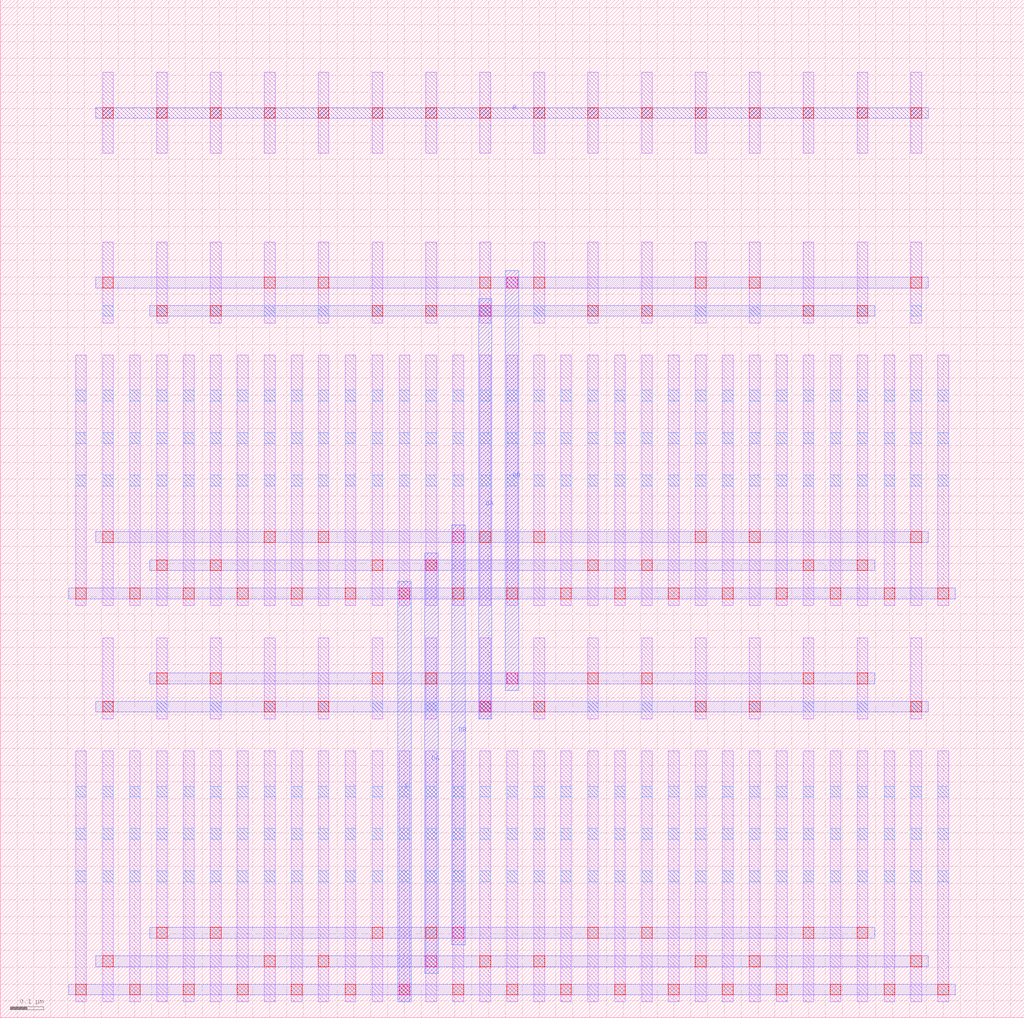
<source format=lef>
MACRO Switch_NMOS_B_nfin48_nf1_m1_n12_X2_Y2
  ORIGIN 0 0 ;
  FOREIGN Switch_NMOS_B_nfin48_nf1_m1_n12_X2_Y2 0 0 ;
  SIZE 0.8000 BY 3.0240 ;
  PIN S
    DIRECTION INOUT ;
    USE SIGNAL ;
    PORT
      LAYER M3 ;
        RECT 0.1400 0.0480 0.1800 1.2960 ;
    END
  END S
  PIN D
    DIRECTION INOUT ;
    USE SIGNAL ;
    PORT
      LAYER M3 ;
        RECT 0.2200 0.1320 0.2600 1.3800 ;
    END
  END D
  PIN G
    DIRECTION INOUT ;
    USE SIGNAL ;
    PORT
      LAYER M3 ;
        RECT 0.3000 0.8880 0.3400 2.1360 ;
    END
  END G
  PIN B
    DIRECTION INOUT ;
    USE SIGNAL ;
    PORT
      LAYER M2 ;
        RECT 0.2840 2.6720 0.5160 2.7040 ;
    END
  END B
  OBS
    LAYER M1 ;
      RECT 0.3040 0.0480 0.3360 0.7920 ;
    LAYER M1 ;
      RECT 0.3040 0.8880 0.3360 1.1280 ;
    LAYER M1 ;
      RECT 0.3040 1.2240 0.3360 1.9680 ;
    LAYER M1 ;
      RECT 0.3040 2.0640 0.3360 2.3040 ;
    LAYER M1 ;
      RECT 0.3040 2.5680 0.3360 2.8080 ;
    LAYER M1 ;
      RECT 0.2240 0.0480 0.2560 0.7920 ;
    LAYER M1 ;
      RECT 0.2240 1.2240 0.2560 1.9680 ;
    LAYER M1 ;
      RECT 0.3840 0.0480 0.4160 0.7920 ;
    LAYER M1 ;
      RECT 0.3840 1.2240 0.4160 1.9680 ;
    LAYER M1 ;
      RECT 0.4640 0.0480 0.4960 0.7920 ;
    LAYER M1 ;
      RECT 0.4640 0.8880 0.4960 1.1280 ;
    LAYER M1 ;
      RECT 0.4640 1.2240 0.4960 1.9680 ;
    LAYER M1 ;
      RECT 0.4640 2.0640 0.4960 2.3040 ;
    LAYER M1 ;
      RECT 0.4640 2.5680 0.4960 2.8080 ;
    LAYER M1 ;
      RECT 0.5440 0.0480 0.5760 0.7920 ;
    LAYER M1 ;
      RECT 0.5440 1.2240 0.5760 1.9680 ;
    LAYER M2 ;
      RECT 0.1240 0.0680 0.5960 0.1000 ;
    LAYER M2 ;
      RECT 0.2040 0.1520 0.5160 0.1840 ;
    LAYER M2 ;
      RECT 0.2840 0.9080 0.5160 0.9400 ;
    LAYER M2 ;
      RECT 0.1240 1.2440 0.5960 1.2760 ;
    LAYER M2 ;
      RECT 0.2040 1.3280 0.5160 1.3600 ;
    LAYER M2 ;
      RECT 0.2840 2.0840 0.5160 2.1160 ;
    LAYER V1 ;
      RECT 0.2240 0.0680 0.2560 0.1000 ;
    LAYER V1 ;
      RECT 0.2240 1.2440 0.2560 1.2760 ;
    LAYER V1 ;
      RECT 0.3840 0.0680 0.4160 0.1000 ;
    LAYER V1 ;
      RECT 0.3840 1.2440 0.4160 1.2760 ;
    LAYER V1 ;
      RECT 0.5440 0.0680 0.5760 0.1000 ;
    LAYER V1 ;
      RECT 0.5440 1.2440 0.5760 1.2760 ;
    LAYER V1 ;
      RECT 0.3040 0.1520 0.3360 0.1840 ;
    LAYER V1 ;
      RECT 0.3040 0.9080 0.3360 0.9400 ;
    LAYER V1 ;
      RECT 0.3040 1.3280 0.3360 1.3600 ;
    LAYER V1 ;
      RECT 0.3040 2.0840 0.3360 2.1160 ;
    LAYER V1 ;
      RECT 0.3040 2.6720 0.3360 2.7040 ;
    LAYER V1 ;
      RECT 0.4640 0.1520 0.4960 0.1840 ;
    LAYER V1 ;
      RECT 0.4640 0.9080 0.4960 0.9400 ;
    LAYER V1 ;
      RECT 0.4640 1.3280 0.4960 1.3600 ;
    LAYER V1 ;
      RECT 0.4640 2.0840 0.4960 2.1160 ;
    LAYER V1 ;
      RECT 0.4640 2.6720 0.4960 2.7040 ;
    LAYER V2 ;
      RECT 0.1440 0.0680 0.1760 0.1000 ;
    LAYER V2 ;
      RECT 0.1440 1.2440 0.1760 1.2760 ;
    LAYER V2 ;
      RECT 0.2240 0.1520 0.2560 0.1840 ;
    LAYER V2 ;
      RECT 0.2240 1.3280 0.2560 1.3600 ;
    LAYER V2 ;
      RECT 0.3040 0.9080 0.3360 0.9400 ;
    LAYER V2 ;
      RECT 0.3040 2.0840 0.3360 2.1160 ;
    LAYER V0 ;
      RECT 0.3040 0.4040 0.3360 0.4360 ;
    LAYER V0 ;
      RECT 0.3040 0.5300 0.3360 0.5620 ;
    LAYER V0 ;
      RECT 0.3040 0.6560 0.3360 0.6880 ;
    LAYER V0 ;
      RECT 0.3040 0.9080 0.3360 0.9400 ;
    LAYER V0 ;
      RECT 0.3040 1.5800 0.3360 1.6120 ;
    LAYER V0 ;
      RECT 0.3040 1.7060 0.3360 1.7380 ;
    LAYER V0 ;
      RECT 0.3040 1.8320 0.3360 1.8640 ;
    LAYER V0 ;
      RECT 0.3040 2.0840 0.3360 2.1160 ;
    LAYER V0 ;
      RECT 0.3040 2.6720 0.3360 2.7040 ;
    LAYER V0 ;
      RECT 0.3040 2.6720 0.3360 2.7040 ;
    LAYER V0 ;
      RECT 0.2240 0.4040 0.2560 0.4360 ;
    LAYER V0 ;
      RECT 0.2240 0.5300 0.2560 0.5620 ;
    LAYER V0 ;
      RECT 0.2240 0.6560 0.2560 0.6880 ;
    LAYER V0 ;
      RECT 0.2240 1.5800 0.2560 1.6120 ;
    LAYER V0 ;
      RECT 0.2240 1.7060 0.2560 1.7380 ;
    LAYER V0 ;
      RECT 0.2240 1.8320 0.2560 1.8640 ;
    LAYER V0 ;
      RECT 0.3840 0.4040 0.4160 0.4360 ;
    LAYER V0 ;
      RECT 0.3840 0.4040 0.4160 0.4360 ;
    LAYER V0 ;
      RECT 0.3840 0.5300 0.4160 0.5620 ;
    LAYER V0 ;
      RECT 0.3840 0.5300 0.4160 0.5620 ;
    LAYER V0 ;
      RECT 0.3840 0.6560 0.4160 0.6880 ;
    LAYER V0 ;
      RECT 0.3840 0.6560 0.4160 0.6880 ;
    LAYER V0 ;
      RECT 0.3840 1.5800 0.4160 1.6120 ;
    LAYER V0 ;
      RECT 0.3840 1.5800 0.4160 1.6120 ;
    LAYER V0 ;
      RECT 0.3840 1.7060 0.4160 1.7380 ;
    LAYER V0 ;
      RECT 0.3840 1.7060 0.4160 1.7380 ;
    LAYER V0 ;
      RECT 0.3840 1.8320 0.4160 1.8640 ;
    LAYER V0 ;
      RECT 0.3840 1.8320 0.4160 1.8640 ;
    LAYER V0 ;
      RECT 0.4640 0.4040 0.4960 0.4360 ;
    LAYER V0 ;
      RECT 0.4640 0.5300 0.4960 0.5620 ;
    LAYER V0 ;
      RECT 0.4640 0.6560 0.4960 0.6880 ;
    LAYER V0 ;
      RECT 0.4640 0.9080 0.4960 0.9400 ;
    LAYER V0 ;
      RECT 0.4640 1.5800 0.4960 1.6120 ;
    LAYER V0 ;
      RECT 0.4640 1.7060 0.4960 1.7380 ;
    LAYER V0 ;
      RECT 0.4640 1.8320 0.4960 1.8640 ;
    LAYER V0 ;
      RECT 0.4640 2.0840 0.4960 2.1160 ;
    LAYER V0 ;
      RECT 0.4640 2.6720 0.4960 2.7040 ;
    LAYER V0 ;
      RECT 0.4640 2.6720 0.4960 2.7040 ;
    LAYER V0 ;
      RECT 0.5440 0.4040 0.5760 0.4360 ;
    LAYER V0 ;
      RECT 0.5440 0.5300 0.5760 0.5620 ;
    LAYER V0 ;
      RECT 0.5440 0.6560 0.5760 0.6880 ;
    LAYER V0 ;
      RECT 0.5440 1.5800 0.5760 1.6120 ;
    LAYER V0 ;
      RECT 0.5440 1.7060 0.5760 1.7380 ;
    LAYER V0 ;
      RECT 0.5440 1.8320 0.5760 1.8640 ;
  END
END Switch_NMOS_B_nfin48_nf1_m1_n12_X2_Y2
MACRO DP_NMOS_B_nfin48_n12_X4_Y1
  ORIGIN 0 0 ;
  FOREIGN DP_NMOS_B_nfin48_n12_X4_Y1 0 0 ;
  SIZE 1.7600 BY 1.8480 ;
  PIN S
    DIRECTION INOUT ;
    USE SIGNAL ;
    PORT
      LAYER M2 ;
        RECT 0.2040 0.0680 1.5560 0.1000 ;
    END
  END S
  PIN DA
    DIRECTION INOUT ;
    USE SIGNAL ;
    PORT
      LAYER M2 ;
        RECT 0.2840 0.1520 1.4760 0.1840 ;
    END
  END DA
  PIN DB
    DIRECTION INOUT ;
    USE SIGNAL ;
    PORT
      LAYER M2 ;
        RECT 0.4440 0.2360 1.3160 0.2680 ;
    END
  END DB
  PIN GA
    DIRECTION INOUT ;
    USE SIGNAL ;
    PORT
      LAYER M2 ;
        RECT 0.2840 0.9080 1.4760 0.9400 ;
    END
  END GA
  PIN GB
    DIRECTION INOUT ;
    USE SIGNAL ;
    PORT
      LAYER M2 ;
        RECT 0.4440 0.9920 1.3160 1.0240 ;
    END
  END GB
  PIN B
    DIRECTION INOUT ;
    USE SIGNAL ;
    PORT
      LAYER M2 ;
        RECT 0.2840 1.4960 1.4760 1.5280 ;
    END
  END B
  OBS
    LAYER M1 ;
      RECT 0.3040 0.0480 0.3360 0.7920 ;
    LAYER M1 ;
      RECT 0.3040 0.8880 0.3360 1.1280 ;
    LAYER M1 ;
      RECT 0.3040 1.3920 0.3360 1.6320 ;
    LAYER M1 ;
      RECT 0.2240 0.0480 0.2560 0.7920 ;
    LAYER M1 ;
      RECT 0.3840 0.0480 0.4160 0.7920 ;
    LAYER M1 ;
      RECT 0.4640 0.0480 0.4960 0.7920 ;
    LAYER M1 ;
      RECT 0.4640 0.8880 0.4960 1.1280 ;
    LAYER M1 ;
      RECT 0.4640 1.3920 0.4960 1.6320 ;
    LAYER M1 ;
      RECT 0.5440 0.0480 0.5760 0.7920 ;
    LAYER M1 ;
      RECT 0.6240 0.0480 0.6560 0.7920 ;
    LAYER M1 ;
      RECT 0.6240 0.8880 0.6560 1.1280 ;
    LAYER M1 ;
      RECT 0.6240 1.3920 0.6560 1.6320 ;
    LAYER M1 ;
      RECT 0.7040 0.0480 0.7360 0.7920 ;
    LAYER M1 ;
      RECT 0.7840 0.0480 0.8160 0.7920 ;
    LAYER M1 ;
      RECT 0.7840 0.8880 0.8160 1.1280 ;
    LAYER M1 ;
      RECT 0.7840 1.3920 0.8160 1.6320 ;
    LAYER M1 ;
      RECT 0.8640 0.0480 0.8960 0.7920 ;
    LAYER M1 ;
      RECT 0.9440 0.0480 0.9760 0.7920 ;
    LAYER M1 ;
      RECT 0.9440 0.8880 0.9760 1.1280 ;
    LAYER M1 ;
      RECT 0.9440 1.3920 0.9760 1.6320 ;
    LAYER M1 ;
      RECT 1.0240 0.0480 1.0560 0.7920 ;
    LAYER M1 ;
      RECT 1.1040 0.0480 1.1360 0.7920 ;
    LAYER M1 ;
      RECT 1.1040 0.8880 1.1360 1.1280 ;
    LAYER M1 ;
      RECT 1.1040 1.3920 1.1360 1.6320 ;
    LAYER M1 ;
      RECT 1.1840 0.0480 1.2160 0.7920 ;
    LAYER M1 ;
      RECT 1.2640 0.0480 1.2960 0.7920 ;
    LAYER M1 ;
      RECT 1.2640 0.8880 1.2960 1.1280 ;
    LAYER M1 ;
      RECT 1.2640 1.3920 1.2960 1.6320 ;
    LAYER M1 ;
      RECT 1.3440 0.0480 1.3760 0.7920 ;
    LAYER M1 ;
      RECT 1.4240 0.0480 1.4560 0.7920 ;
    LAYER M1 ;
      RECT 1.4240 0.8880 1.4560 1.1280 ;
    LAYER M1 ;
      RECT 1.4240 1.3920 1.4560 1.6320 ;
    LAYER M1 ;
      RECT 1.5040 0.0480 1.5360 0.7920 ;
    LAYER V1 ;
      RECT 0.2240 0.0680 0.2560 0.1000 ;
    LAYER V1 ;
      RECT 0.3840 0.0680 0.4160 0.1000 ;
    LAYER V1 ;
      RECT 0.5440 0.0680 0.5760 0.1000 ;
    LAYER V1 ;
      RECT 0.7040 0.0680 0.7360 0.1000 ;
    LAYER V1 ;
      RECT 0.8640 0.0680 0.8960 0.1000 ;
    LAYER V1 ;
      RECT 1.0240 0.0680 1.0560 0.1000 ;
    LAYER V1 ;
      RECT 1.1840 0.0680 1.2160 0.1000 ;
    LAYER V1 ;
      RECT 1.3440 0.0680 1.3760 0.1000 ;
    LAYER V1 ;
      RECT 1.5040 0.0680 1.5360 0.1000 ;
    LAYER V1 ;
      RECT 1.4240 0.1520 1.4560 0.1840 ;
    LAYER V1 ;
      RECT 1.4240 0.9080 1.4560 0.9400 ;
    LAYER V1 ;
      RECT 1.4240 1.4960 1.4560 1.5280 ;
    LAYER V1 ;
      RECT 0.7840 0.1520 0.8160 0.1840 ;
    LAYER V1 ;
      RECT 0.7840 0.9080 0.8160 0.9400 ;
    LAYER V1 ;
      RECT 0.7840 1.4960 0.8160 1.5280 ;
    LAYER V1 ;
      RECT 0.9440 0.1520 0.9760 0.1840 ;
    LAYER V1 ;
      RECT 0.9440 0.9080 0.9760 0.9400 ;
    LAYER V1 ;
      RECT 0.9440 1.4960 0.9760 1.5280 ;
    LAYER V1 ;
      RECT 0.3040 0.1520 0.3360 0.1840 ;
    LAYER V1 ;
      RECT 0.3040 0.9080 0.3360 0.9400 ;
    LAYER V1 ;
      RECT 0.3040 1.4960 0.3360 1.5280 ;
    LAYER V1 ;
      RECT 1.2640 0.2360 1.2960 0.2680 ;
    LAYER V1 ;
      RECT 1.2640 0.9920 1.2960 1.0240 ;
    LAYER V1 ;
      RECT 1.2640 1.4960 1.2960 1.5280 ;
    LAYER V1 ;
      RECT 0.6240 0.2360 0.6560 0.2680 ;
    LAYER V1 ;
      RECT 0.6240 0.9920 0.6560 1.0240 ;
    LAYER V1 ;
      RECT 0.6240 1.4960 0.6560 1.5280 ;
    LAYER V1 ;
      RECT 0.4640 0.2360 0.4960 0.2680 ;
    LAYER V1 ;
      RECT 0.4640 0.9920 0.4960 1.0240 ;
    LAYER V1 ;
      RECT 0.4640 1.4960 0.4960 1.5280 ;
    LAYER V1 ;
      RECT 1.1040 0.2360 1.1360 0.2680 ;
    LAYER V1 ;
      RECT 1.1040 0.9920 1.1360 1.0240 ;
    LAYER V1 ;
      RECT 1.1040 1.4960 1.1360 1.5280 ;
    LAYER V0 ;
      RECT 0.3040 0.4040 0.3360 0.4360 ;
    LAYER V0 ;
      RECT 0.3040 0.5300 0.3360 0.5620 ;
    LAYER V0 ;
      RECT 0.3040 0.6560 0.3360 0.6880 ;
    LAYER V0 ;
      RECT 0.3040 0.9080 0.3360 0.9400 ;
    LAYER V0 ;
      RECT 0.3040 1.4960 0.3360 1.5280 ;
    LAYER V0 ;
      RECT 0.2240 0.4040 0.2560 0.4360 ;
    LAYER V0 ;
      RECT 0.2240 0.5300 0.2560 0.5620 ;
    LAYER V0 ;
      RECT 0.2240 0.6560 0.2560 0.6880 ;
    LAYER V0 ;
      RECT 0.3840 0.4040 0.4160 0.4360 ;
    LAYER V0 ;
      RECT 0.3840 0.4040 0.4160 0.4360 ;
    LAYER V0 ;
      RECT 0.3840 0.5300 0.4160 0.5620 ;
    LAYER V0 ;
      RECT 0.3840 0.5300 0.4160 0.5620 ;
    LAYER V0 ;
      RECT 0.3840 0.6560 0.4160 0.6880 ;
    LAYER V0 ;
      RECT 0.3840 0.6560 0.4160 0.6880 ;
    LAYER V0 ;
      RECT 0.4640 0.4040 0.4960 0.4360 ;
    LAYER V0 ;
      RECT 0.4640 0.5300 0.4960 0.5620 ;
    LAYER V0 ;
      RECT 0.4640 0.6560 0.4960 0.6880 ;
    LAYER V0 ;
      RECT 0.4640 0.9080 0.4960 0.9400 ;
    LAYER V0 ;
      RECT 0.4640 1.4960 0.4960 1.5280 ;
    LAYER V0 ;
      RECT 0.5440 0.4040 0.5760 0.4360 ;
    LAYER V0 ;
      RECT 0.5440 0.4040 0.5760 0.4360 ;
    LAYER V0 ;
      RECT 0.5440 0.5300 0.5760 0.5620 ;
    LAYER V0 ;
      RECT 0.5440 0.5300 0.5760 0.5620 ;
    LAYER V0 ;
      RECT 0.5440 0.6560 0.5760 0.6880 ;
    LAYER V0 ;
      RECT 0.5440 0.6560 0.5760 0.6880 ;
    LAYER V0 ;
      RECT 0.6240 0.4040 0.6560 0.4360 ;
    LAYER V0 ;
      RECT 0.6240 0.5300 0.6560 0.5620 ;
    LAYER V0 ;
      RECT 0.6240 0.6560 0.6560 0.6880 ;
    LAYER V0 ;
      RECT 0.6240 0.9080 0.6560 0.9400 ;
    LAYER V0 ;
      RECT 0.6240 1.4960 0.6560 1.5280 ;
    LAYER V0 ;
      RECT 0.7040 0.4040 0.7360 0.4360 ;
    LAYER V0 ;
      RECT 0.7040 0.4040 0.7360 0.4360 ;
    LAYER V0 ;
      RECT 0.7040 0.5300 0.7360 0.5620 ;
    LAYER V0 ;
      RECT 0.7040 0.5300 0.7360 0.5620 ;
    LAYER V0 ;
      RECT 0.7040 0.6560 0.7360 0.6880 ;
    LAYER V0 ;
      RECT 0.7040 0.6560 0.7360 0.6880 ;
    LAYER V0 ;
      RECT 0.7840 0.4040 0.8160 0.4360 ;
    LAYER V0 ;
      RECT 0.7840 0.5300 0.8160 0.5620 ;
    LAYER V0 ;
      RECT 0.7840 0.6560 0.8160 0.6880 ;
    LAYER V0 ;
      RECT 0.7840 0.9080 0.8160 0.9400 ;
    LAYER V0 ;
      RECT 0.7840 1.4960 0.8160 1.5280 ;
    LAYER V0 ;
      RECT 0.8640 0.4040 0.8960 0.4360 ;
    LAYER V0 ;
      RECT 0.8640 0.4040 0.8960 0.4360 ;
    LAYER V0 ;
      RECT 0.8640 0.5300 0.8960 0.5620 ;
    LAYER V0 ;
      RECT 0.8640 0.5300 0.8960 0.5620 ;
    LAYER V0 ;
      RECT 0.8640 0.6560 0.8960 0.6880 ;
    LAYER V0 ;
      RECT 0.8640 0.6560 0.8960 0.6880 ;
    LAYER V0 ;
      RECT 0.9440 0.4040 0.9760 0.4360 ;
    LAYER V0 ;
      RECT 0.9440 0.5300 0.9760 0.5620 ;
    LAYER V0 ;
      RECT 0.9440 0.6560 0.9760 0.6880 ;
    LAYER V0 ;
      RECT 0.9440 0.9080 0.9760 0.9400 ;
    LAYER V0 ;
      RECT 0.9440 1.4960 0.9760 1.5280 ;
    LAYER V0 ;
      RECT 1.0240 0.4040 1.0560 0.4360 ;
    LAYER V0 ;
      RECT 1.0240 0.4040 1.0560 0.4360 ;
    LAYER V0 ;
      RECT 1.0240 0.5300 1.0560 0.5620 ;
    LAYER V0 ;
      RECT 1.0240 0.5300 1.0560 0.5620 ;
    LAYER V0 ;
      RECT 1.0240 0.6560 1.0560 0.6880 ;
    LAYER V0 ;
      RECT 1.0240 0.6560 1.0560 0.6880 ;
    LAYER V0 ;
      RECT 1.1040 0.4040 1.1360 0.4360 ;
    LAYER V0 ;
      RECT 1.1040 0.5300 1.1360 0.5620 ;
    LAYER V0 ;
      RECT 1.1040 0.6560 1.1360 0.6880 ;
    LAYER V0 ;
      RECT 1.1040 0.9080 1.1360 0.9400 ;
    LAYER V0 ;
      RECT 1.1040 1.4960 1.1360 1.5280 ;
    LAYER V0 ;
      RECT 1.1840 0.4040 1.2160 0.4360 ;
    LAYER V0 ;
      RECT 1.1840 0.4040 1.2160 0.4360 ;
    LAYER V0 ;
      RECT 1.1840 0.5300 1.2160 0.5620 ;
    LAYER V0 ;
      RECT 1.1840 0.5300 1.2160 0.5620 ;
    LAYER V0 ;
      RECT 1.1840 0.6560 1.2160 0.6880 ;
    LAYER V0 ;
      RECT 1.1840 0.6560 1.2160 0.6880 ;
    LAYER V0 ;
      RECT 1.2640 0.4040 1.2960 0.4360 ;
    LAYER V0 ;
      RECT 1.2640 0.5300 1.2960 0.5620 ;
    LAYER V0 ;
      RECT 1.2640 0.6560 1.2960 0.6880 ;
    LAYER V0 ;
      RECT 1.2640 0.9080 1.2960 0.9400 ;
    LAYER V0 ;
      RECT 1.2640 1.4960 1.2960 1.5280 ;
    LAYER V0 ;
      RECT 1.3440 0.4040 1.3760 0.4360 ;
    LAYER V0 ;
      RECT 1.3440 0.4040 1.3760 0.4360 ;
    LAYER V0 ;
      RECT 1.3440 0.5300 1.3760 0.5620 ;
    LAYER V0 ;
      RECT 1.3440 0.5300 1.3760 0.5620 ;
    LAYER V0 ;
      RECT 1.3440 0.6560 1.3760 0.6880 ;
    LAYER V0 ;
      RECT 1.3440 0.6560 1.3760 0.6880 ;
    LAYER V0 ;
      RECT 1.4240 0.4040 1.4560 0.4360 ;
    LAYER V0 ;
      RECT 1.4240 0.5300 1.4560 0.5620 ;
    LAYER V0 ;
      RECT 1.4240 0.6560 1.4560 0.6880 ;
    LAYER V0 ;
      RECT 1.4240 0.9080 1.4560 0.9400 ;
    LAYER V0 ;
      RECT 1.4240 1.4960 1.4560 1.5280 ;
    LAYER V0 ;
      RECT 1.5040 0.4040 1.5360 0.4360 ;
    LAYER V0 ;
      RECT 1.5040 0.5300 1.5360 0.5620 ;
    LAYER V0 ;
      RECT 1.5040 0.6560 1.5360 0.6880 ;
  END
END DP_NMOS_B_nfin48_n12_X4_Y1
MACRO Switch_NMOS_nfin144_n12_X4_Y3
  ORIGIN 0 0 ;
  FOREIGN Switch_NMOS_nfin144_n12_X4_Y3 0 0 ;
  SIZE 1.1200 BY 4.2000 ;
  PIN S
    DIRECTION INOUT ;
    USE SIGNAL ;
    PORT
      LAYER M3 ;
        RECT 0.3000 0.0480 0.3400 3.9000 ;
    END
  END S
  PIN D
    DIRECTION INOUT ;
    USE SIGNAL ;
    PORT
      LAYER M3 ;
        RECT 0.3800 0.1320 0.4200 2.5560 ;
    END
  END D
  PIN G
    DIRECTION INOUT ;
    USE SIGNAL ;
    PORT
      LAYER M3 ;
        RECT 0.4600 0.8880 0.5000 3.3120 ;
    END
  END G
  OBS
    LAYER M1 ;
      RECT 0.3040 0.0480 0.3360 0.7920 ;
    LAYER M1 ;
      RECT 0.3040 0.8880 0.3360 1.1280 ;
    LAYER M1 ;
      RECT 0.3040 1.2240 0.3360 1.9680 ;
    LAYER M1 ;
      RECT 0.3040 2.0640 0.3360 2.3040 ;
    LAYER M1 ;
      RECT 0.3040 2.4000 0.3360 3.1440 ;
    LAYER M1 ;
      RECT 0.3040 3.2400 0.3360 3.4800 ;
    LAYER M1 ;
      RECT 0.3040 3.7440 0.3360 3.9840 ;
    LAYER M1 ;
      RECT 0.2240 0.0480 0.2560 0.7920 ;
    LAYER M1 ;
      RECT 0.2240 1.2240 0.2560 1.9680 ;
    LAYER M1 ;
      RECT 0.2240 2.4000 0.2560 3.1440 ;
    LAYER M1 ;
      RECT 0.3840 0.0480 0.4160 0.7920 ;
    LAYER M1 ;
      RECT 0.3840 1.2240 0.4160 1.9680 ;
    LAYER M1 ;
      RECT 0.3840 2.4000 0.4160 3.1440 ;
    LAYER M1 ;
      RECT 0.4640 0.0480 0.4960 0.7920 ;
    LAYER M1 ;
      RECT 0.4640 0.8880 0.4960 1.1280 ;
    LAYER M1 ;
      RECT 0.4640 1.2240 0.4960 1.9680 ;
    LAYER M1 ;
      RECT 0.4640 2.0640 0.4960 2.3040 ;
    LAYER M1 ;
      RECT 0.4640 2.4000 0.4960 3.1440 ;
    LAYER M1 ;
      RECT 0.4640 3.2400 0.4960 3.4800 ;
    LAYER M1 ;
      RECT 0.4640 3.7440 0.4960 3.9840 ;
    LAYER M1 ;
      RECT 0.5440 0.0480 0.5760 0.7920 ;
    LAYER M1 ;
      RECT 0.5440 1.2240 0.5760 1.9680 ;
    LAYER M1 ;
      RECT 0.5440 2.4000 0.5760 3.1440 ;
    LAYER M1 ;
      RECT 0.6240 0.0480 0.6560 0.7920 ;
    LAYER M1 ;
      RECT 0.6240 0.8880 0.6560 1.1280 ;
    LAYER M1 ;
      RECT 0.6240 1.2240 0.6560 1.9680 ;
    LAYER M1 ;
      RECT 0.6240 2.0640 0.6560 2.3040 ;
    LAYER M1 ;
      RECT 0.6240 2.4000 0.6560 3.1440 ;
    LAYER M1 ;
      RECT 0.6240 3.2400 0.6560 3.4800 ;
    LAYER M1 ;
      RECT 0.6240 3.7440 0.6560 3.9840 ;
    LAYER M1 ;
      RECT 0.7040 0.0480 0.7360 0.7920 ;
    LAYER M1 ;
      RECT 0.7040 1.2240 0.7360 1.9680 ;
    LAYER M1 ;
      RECT 0.7040 2.4000 0.7360 3.1440 ;
    LAYER M1 ;
      RECT 0.7840 0.0480 0.8160 0.7920 ;
    LAYER M1 ;
      RECT 0.7840 0.8880 0.8160 1.1280 ;
    LAYER M1 ;
      RECT 0.7840 1.2240 0.8160 1.9680 ;
    LAYER M1 ;
      RECT 0.7840 2.0640 0.8160 2.3040 ;
    LAYER M1 ;
      RECT 0.7840 2.4000 0.8160 3.1440 ;
    LAYER M1 ;
      RECT 0.7840 3.2400 0.8160 3.4800 ;
    LAYER M1 ;
      RECT 0.7840 3.7440 0.8160 3.9840 ;
    LAYER M1 ;
      RECT 0.8640 0.0480 0.8960 0.7920 ;
    LAYER M1 ;
      RECT 0.8640 1.2240 0.8960 1.9680 ;
    LAYER M1 ;
      RECT 0.8640 2.4000 0.8960 3.1440 ;
    LAYER M2 ;
      RECT 0.2040 0.0680 0.9160 0.1000 ;
    LAYER M2 ;
      RECT 0.2840 0.1520 0.8360 0.1840 ;
    LAYER M2 ;
      RECT 0.2840 0.9080 0.8360 0.9400 ;
    LAYER M2 ;
      RECT 0.2040 1.2440 0.9160 1.2760 ;
    LAYER M2 ;
      RECT 0.2840 1.3280 0.8360 1.3600 ;
    LAYER M2 ;
      RECT 0.2840 2.0840 0.8360 2.1160 ;
    LAYER M2 ;
      RECT 0.2040 2.4200 0.9160 2.4520 ;
    LAYER M2 ;
      RECT 0.2840 3.8480 0.8360 3.8800 ;
    LAYER M2 ;
      RECT 0.2840 2.5040 0.8360 2.5360 ;
    LAYER M2 ;
      RECT 0.2840 3.2600 0.8360 3.2920 ;
    LAYER V1 ;
      RECT 0.2240 0.0680 0.2560 0.1000 ;
    LAYER V1 ;
      RECT 0.2240 1.2440 0.2560 1.2760 ;
    LAYER V1 ;
      RECT 0.2240 2.4200 0.2560 2.4520 ;
    LAYER V1 ;
      RECT 0.3840 0.0680 0.4160 0.1000 ;
    LAYER V1 ;
      RECT 0.3840 1.2440 0.4160 1.2760 ;
    LAYER V1 ;
      RECT 0.3840 2.4200 0.4160 2.4520 ;
    LAYER V1 ;
      RECT 0.5440 0.0680 0.5760 0.1000 ;
    LAYER V1 ;
      RECT 0.5440 1.2440 0.5760 1.2760 ;
    LAYER V1 ;
      RECT 0.5440 2.4200 0.5760 2.4520 ;
    LAYER V1 ;
      RECT 0.7040 0.0680 0.7360 0.1000 ;
    LAYER V1 ;
      RECT 0.7040 1.2440 0.7360 1.2760 ;
    LAYER V1 ;
      RECT 0.7040 2.4200 0.7360 2.4520 ;
    LAYER V1 ;
      RECT 0.8640 0.0680 0.8960 0.1000 ;
    LAYER V1 ;
      RECT 0.8640 1.2440 0.8960 1.2760 ;
    LAYER V1 ;
      RECT 0.8640 2.4200 0.8960 2.4520 ;
    LAYER V1 ;
      RECT 0.6240 0.1520 0.6560 0.1840 ;
    LAYER V1 ;
      RECT 0.6240 0.9080 0.6560 0.9400 ;
    LAYER V1 ;
      RECT 0.6240 1.3280 0.6560 1.3600 ;
    LAYER V1 ;
      RECT 0.6240 2.0840 0.6560 2.1160 ;
    LAYER V1 ;
      RECT 0.6240 2.5040 0.6560 2.5360 ;
    LAYER V1 ;
      RECT 0.6240 3.2600 0.6560 3.2920 ;
    LAYER V1 ;
      RECT 0.6240 3.8480 0.6560 3.8800 ;
    LAYER V1 ;
      RECT 0.7840 0.1520 0.8160 0.1840 ;
    LAYER V1 ;
      RECT 0.7840 0.9080 0.8160 0.9400 ;
    LAYER V1 ;
      RECT 0.7840 1.3280 0.8160 1.3600 ;
    LAYER V1 ;
      RECT 0.7840 2.0840 0.8160 2.1160 ;
    LAYER V1 ;
      RECT 0.7840 2.5040 0.8160 2.5360 ;
    LAYER V1 ;
      RECT 0.7840 3.2600 0.8160 3.2920 ;
    LAYER V1 ;
      RECT 0.7840 3.8480 0.8160 3.8800 ;
    LAYER V1 ;
      RECT 0.3040 0.1520 0.3360 0.1840 ;
    LAYER V1 ;
      RECT 0.3040 0.9080 0.3360 0.9400 ;
    LAYER V1 ;
      RECT 0.3040 1.3280 0.3360 1.3600 ;
    LAYER V1 ;
      RECT 0.3040 2.0840 0.3360 2.1160 ;
    LAYER V1 ;
      RECT 0.3040 2.5040 0.3360 2.5360 ;
    LAYER V1 ;
      RECT 0.3040 3.2600 0.3360 3.2920 ;
    LAYER V1 ;
      RECT 0.3040 3.8480 0.3360 3.8800 ;
    LAYER V1 ;
      RECT 0.4640 0.1520 0.4960 0.1840 ;
    LAYER V1 ;
      RECT 0.4640 0.9080 0.4960 0.9400 ;
    LAYER V1 ;
      RECT 0.4640 1.3280 0.4960 1.3600 ;
    LAYER V1 ;
      RECT 0.4640 2.0840 0.4960 2.1160 ;
    LAYER V1 ;
      RECT 0.4640 2.5040 0.4960 2.5360 ;
    LAYER V1 ;
      RECT 0.4640 3.2600 0.4960 3.2920 ;
    LAYER V1 ;
      RECT 0.4640 3.8480 0.4960 3.8800 ;
    LAYER V2 ;
      RECT 0.3040 0.0680 0.3360 0.1000 ;
    LAYER V2 ;
      RECT 0.3040 1.2440 0.3360 1.2760 ;
    LAYER V2 ;
      RECT 0.3040 2.4200 0.3360 2.4520 ;
    LAYER V2 ;
      RECT 0.3040 3.8480 0.3360 3.8800 ;
    LAYER V2 ;
      RECT 0.3840 0.1520 0.4160 0.1840 ;
    LAYER V2 ;
      RECT 0.3840 1.3280 0.4160 1.3600 ;
    LAYER V2 ;
      RECT 0.3840 2.5040 0.4160 2.5360 ;
    LAYER V2 ;
      RECT 0.4640 0.9080 0.4960 0.9400 ;
    LAYER V2 ;
      RECT 0.4640 2.0840 0.4960 2.1160 ;
    LAYER V2 ;
      RECT 0.4640 3.2600 0.4960 3.2920 ;
    LAYER V0 ;
      RECT 0.3040 0.4040 0.3360 0.4360 ;
    LAYER V0 ;
      RECT 0.3040 0.5300 0.3360 0.5620 ;
    LAYER V0 ;
      RECT 0.3040 0.6560 0.3360 0.6880 ;
    LAYER V0 ;
      RECT 0.3040 0.9080 0.3360 0.9400 ;
    LAYER V0 ;
      RECT 0.3040 1.5800 0.3360 1.6120 ;
    LAYER V0 ;
      RECT 0.3040 1.7060 0.3360 1.7380 ;
    LAYER V0 ;
      RECT 0.3040 1.8320 0.3360 1.8640 ;
    LAYER V0 ;
      RECT 0.3040 2.0840 0.3360 2.1160 ;
    LAYER V0 ;
      RECT 0.3040 2.7560 0.3360 2.7880 ;
    LAYER V0 ;
      RECT 0.3040 2.8820 0.3360 2.9140 ;
    LAYER V0 ;
      RECT 0.3040 3.0080 0.3360 3.0400 ;
    LAYER V0 ;
      RECT 0.3040 3.2600 0.3360 3.2920 ;
    LAYER V0 ;
      RECT 0.3040 3.8480 0.3360 3.8800 ;
    LAYER V0 ;
      RECT 0.3040 3.8480 0.3360 3.8800 ;
    LAYER V0 ;
      RECT 0.3040 3.8480 0.3360 3.8800 ;
    LAYER V0 ;
      RECT 0.2240 0.4040 0.2560 0.4360 ;
    LAYER V0 ;
      RECT 0.2240 0.5300 0.2560 0.5620 ;
    LAYER V0 ;
      RECT 0.2240 0.6560 0.2560 0.6880 ;
    LAYER V0 ;
      RECT 0.2240 1.5800 0.2560 1.6120 ;
    LAYER V0 ;
      RECT 0.2240 1.7060 0.2560 1.7380 ;
    LAYER V0 ;
      RECT 0.2240 1.8320 0.2560 1.8640 ;
    LAYER V0 ;
      RECT 0.2240 2.7560 0.2560 2.7880 ;
    LAYER V0 ;
      RECT 0.2240 2.8820 0.2560 2.9140 ;
    LAYER V0 ;
      RECT 0.2240 3.0080 0.2560 3.0400 ;
    LAYER V0 ;
      RECT 0.3840 0.4040 0.4160 0.4360 ;
    LAYER V0 ;
      RECT 0.3840 0.4040 0.4160 0.4360 ;
    LAYER V0 ;
      RECT 0.3840 0.5300 0.4160 0.5620 ;
    LAYER V0 ;
      RECT 0.3840 0.5300 0.4160 0.5620 ;
    LAYER V0 ;
      RECT 0.3840 0.6560 0.4160 0.6880 ;
    LAYER V0 ;
      RECT 0.3840 0.6560 0.4160 0.6880 ;
    LAYER V0 ;
      RECT 0.3840 1.5800 0.4160 1.6120 ;
    LAYER V0 ;
      RECT 0.3840 1.5800 0.4160 1.6120 ;
    LAYER V0 ;
      RECT 0.3840 1.7060 0.4160 1.7380 ;
    LAYER V0 ;
      RECT 0.3840 1.7060 0.4160 1.7380 ;
    LAYER V0 ;
      RECT 0.3840 1.8320 0.4160 1.8640 ;
    LAYER V0 ;
      RECT 0.3840 1.8320 0.4160 1.8640 ;
    LAYER V0 ;
      RECT 0.3840 2.7560 0.4160 2.7880 ;
    LAYER V0 ;
      RECT 0.3840 2.7560 0.4160 2.7880 ;
    LAYER V0 ;
      RECT 0.3840 2.8820 0.4160 2.9140 ;
    LAYER V0 ;
      RECT 0.3840 2.8820 0.4160 2.9140 ;
    LAYER V0 ;
      RECT 0.3840 3.0080 0.4160 3.0400 ;
    LAYER V0 ;
      RECT 0.3840 3.0080 0.4160 3.0400 ;
    LAYER V0 ;
      RECT 0.4640 0.4040 0.4960 0.4360 ;
    LAYER V0 ;
      RECT 0.4640 0.5300 0.4960 0.5620 ;
    LAYER V0 ;
      RECT 0.4640 0.6560 0.4960 0.6880 ;
    LAYER V0 ;
      RECT 0.4640 0.9080 0.4960 0.9400 ;
    LAYER V0 ;
      RECT 0.4640 1.5800 0.4960 1.6120 ;
    LAYER V0 ;
      RECT 0.4640 1.7060 0.4960 1.7380 ;
    LAYER V0 ;
      RECT 0.4640 1.8320 0.4960 1.8640 ;
    LAYER V0 ;
      RECT 0.4640 2.0840 0.4960 2.1160 ;
    LAYER V0 ;
      RECT 0.4640 2.7560 0.4960 2.7880 ;
    LAYER V0 ;
      RECT 0.4640 2.8820 0.4960 2.9140 ;
    LAYER V0 ;
      RECT 0.4640 3.0080 0.4960 3.0400 ;
    LAYER V0 ;
      RECT 0.4640 3.2600 0.4960 3.2920 ;
    LAYER V0 ;
      RECT 0.4640 3.8480 0.4960 3.8800 ;
    LAYER V0 ;
      RECT 0.4640 3.8480 0.4960 3.8800 ;
    LAYER V0 ;
      RECT 0.4640 3.8480 0.4960 3.8800 ;
    LAYER V0 ;
      RECT 0.5440 0.4040 0.5760 0.4360 ;
    LAYER V0 ;
      RECT 0.5440 0.4040 0.5760 0.4360 ;
    LAYER V0 ;
      RECT 0.5440 0.5300 0.5760 0.5620 ;
    LAYER V0 ;
      RECT 0.5440 0.5300 0.5760 0.5620 ;
    LAYER V0 ;
      RECT 0.5440 0.6560 0.5760 0.6880 ;
    LAYER V0 ;
      RECT 0.5440 0.6560 0.5760 0.6880 ;
    LAYER V0 ;
      RECT 0.5440 1.5800 0.5760 1.6120 ;
    LAYER V0 ;
      RECT 0.5440 1.5800 0.5760 1.6120 ;
    LAYER V0 ;
      RECT 0.5440 1.7060 0.5760 1.7380 ;
    LAYER V0 ;
      RECT 0.5440 1.7060 0.5760 1.7380 ;
    LAYER V0 ;
      RECT 0.5440 1.8320 0.5760 1.8640 ;
    LAYER V0 ;
      RECT 0.5440 1.8320 0.5760 1.8640 ;
    LAYER V0 ;
      RECT 0.5440 2.7560 0.5760 2.7880 ;
    LAYER V0 ;
      RECT 0.5440 2.7560 0.5760 2.7880 ;
    LAYER V0 ;
      RECT 0.5440 2.8820 0.5760 2.9140 ;
    LAYER V0 ;
      RECT 0.5440 2.8820 0.5760 2.9140 ;
    LAYER V0 ;
      RECT 0.5440 3.0080 0.5760 3.0400 ;
    LAYER V0 ;
      RECT 0.5440 3.0080 0.5760 3.0400 ;
    LAYER V0 ;
      RECT 0.6240 0.4040 0.6560 0.4360 ;
    LAYER V0 ;
      RECT 0.6240 0.5300 0.6560 0.5620 ;
    LAYER V0 ;
      RECT 0.6240 0.6560 0.6560 0.6880 ;
    LAYER V0 ;
      RECT 0.6240 0.9080 0.6560 0.9400 ;
    LAYER V0 ;
      RECT 0.6240 1.5800 0.6560 1.6120 ;
    LAYER V0 ;
      RECT 0.6240 1.7060 0.6560 1.7380 ;
    LAYER V0 ;
      RECT 0.6240 1.8320 0.6560 1.8640 ;
    LAYER V0 ;
      RECT 0.6240 2.0840 0.6560 2.1160 ;
    LAYER V0 ;
      RECT 0.6240 2.7560 0.6560 2.7880 ;
    LAYER V0 ;
      RECT 0.6240 2.8820 0.6560 2.9140 ;
    LAYER V0 ;
      RECT 0.6240 3.0080 0.6560 3.0400 ;
    LAYER V0 ;
      RECT 0.6240 3.2600 0.6560 3.2920 ;
    LAYER V0 ;
      RECT 0.6240 3.8480 0.6560 3.8800 ;
    LAYER V0 ;
      RECT 0.6240 3.8480 0.6560 3.8800 ;
    LAYER V0 ;
      RECT 0.6240 3.8480 0.6560 3.8800 ;
    LAYER V0 ;
      RECT 0.7040 0.4040 0.7360 0.4360 ;
    LAYER V0 ;
      RECT 0.7040 0.4040 0.7360 0.4360 ;
    LAYER V0 ;
      RECT 0.7040 0.5300 0.7360 0.5620 ;
    LAYER V0 ;
      RECT 0.7040 0.5300 0.7360 0.5620 ;
    LAYER V0 ;
      RECT 0.7040 0.6560 0.7360 0.6880 ;
    LAYER V0 ;
      RECT 0.7040 0.6560 0.7360 0.6880 ;
    LAYER V0 ;
      RECT 0.7040 1.5800 0.7360 1.6120 ;
    LAYER V0 ;
      RECT 0.7040 1.5800 0.7360 1.6120 ;
    LAYER V0 ;
      RECT 0.7040 1.7060 0.7360 1.7380 ;
    LAYER V0 ;
      RECT 0.7040 1.7060 0.7360 1.7380 ;
    LAYER V0 ;
      RECT 0.7040 1.8320 0.7360 1.8640 ;
    LAYER V0 ;
      RECT 0.7040 1.8320 0.7360 1.8640 ;
    LAYER V0 ;
      RECT 0.7040 2.7560 0.7360 2.7880 ;
    LAYER V0 ;
      RECT 0.7040 2.7560 0.7360 2.7880 ;
    LAYER V0 ;
      RECT 0.7040 2.8820 0.7360 2.9140 ;
    LAYER V0 ;
      RECT 0.7040 2.8820 0.7360 2.9140 ;
    LAYER V0 ;
      RECT 0.7040 3.0080 0.7360 3.0400 ;
    LAYER V0 ;
      RECT 0.7040 3.0080 0.7360 3.0400 ;
    LAYER V0 ;
      RECT 0.7840 0.4040 0.8160 0.4360 ;
    LAYER V0 ;
      RECT 0.7840 0.5300 0.8160 0.5620 ;
    LAYER V0 ;
      RECT 0.7840 0.6560 0.8160 0.6880 ;
    LAYER V0 ;
      RECT 0.7840 0.9080 0.8160 0.9400 ;
    LAYER V0 ;
      RECT 0.7840 1.5800 0.8160 1.6120 ;
    LAYER V0 ;
      RECT 0.7840 1.7060 0.8160 1.7380 ;
    LAYER V0 ;
      RECT 0.7840 1.8320 0.8160 1.8640 ;
    LAYER V0 ;
      RECT 0.7840 2.0840 0.8160 2.1160 ;
    LAYER V0 ;
      RECT 0.7840 2.7560 0.8160 2.7880 ;
    LAYER V0 ;
      RECT 0.7840 2.8820 0.8160 2.9140 ;
    LAYER V0 ;
      RECT 0.7840 3.0080 0.8160 3.0400 ;
    LAYER V0 ;
      RECT 0.7840 3.2600 0.8160 3.2920 ;
    LAYER V0 ;
      RECT 0.7840 3.8480 0.8160 3.8800 ;
    LAYER V0 ;
      RECT 0.7840 3.8480 0.8160 3.8800 ;
    LAYER V0 ;
      RECT 0.7840 3.8480 0.8160 3.8800 ;
    LAYER V0 ;
      RECT 0.8640 0.4040 0.8960 0.4360 ;
    LAYER V0 ;
      RECT 0.8640 0.5300 0.8960 0.5620 ;
    LAYER V0 ;
      RECT 0.8640 0.6560 0.8960 0.6880 ;
    LAYER V0 ;
      RECT 0.8640 1.5800 0.8960 1.6120 ;
    LAYER V0 ;
      RECT 0.8640 1.7060 0.8960 1.7380 ;
    LAYER V0 ;
      RECT 0.8640 1.8320 0.8960 1.8640 ;
    LAYER V0 ;
      RECT 0.8640 2.7560 0.8960 2.7880 ;
    LAYER V0 ;
      RECT 0.8640 2.8820 0.8960 2.9140 ;
    LAYER V0 ;
      RECT 0.8640 3.0080 0.8960 3.0400 ;
  END
END Switch_NMOS_nfin144_n12_X4_Y3
MACRO Switch_NMOS_B_nfin48_n12_X2_Y2
  ORIGIN 0 0 ;
  FOREIGN Switch_NMOS_B_nfin48_n12_X2_Y2 0 0 ;
  SIZE 0.8000 BY 3.0240 ;
  PIN S
    DIRECTION INOUT ;
    USE SIGNAL ;
    PORT
      LAYER M3 ;
        RECT 0.1400 0.0480 0.1800 1.2960 ;
    END
  END S
  PIN D
    DIRECTION INOUT ;
    USE SIGNAL ;
    PORT
      LAYER M3 ;
        RECT 0.2200 0.1320 0.2600 1.3800 ;
    END
  END D
  PIN G
    DIRECTION INOUT ;
    USE SIGNAL ;
    PORT
      LAYER M3 ;
        RECT 0.3000 0.8880 0.3400 2.1360 ;
    END
  END G
  PIN B
    DIRECTION INOUT ;
    USE SIGNAL ;
    PORT
      LAYER M2 ;
        RECT 0.2840 2.6720 0.5160 2.7040 ;
    END
  END B
  OBS
    LAYER M1 ;
      RECT 0.3040 0.0480 0.3360 0.7920 ;
    LAYER M1 ;
      RECT 0.3040 0.8880 0.3360 1.1280 ;
    LAYER M1 ;
      RECT 0.3040 1.2240 0.3360 1.9680 ;
    LAYER M1 ;
      RECT 0.3040 2.0640 0.3360 2.3040 ;
    LAYER M1 ;
      RECT 0.3040 2.5680 0.3360 2.8080 ;
    LAYER M1 ;
      RECT 0.2240 0.0480 0.2560 0.7920 ;
    LAYER M1 ;
      RECT 0.2240 1.2240 0.2560 1.9680 ;
    LAYER M1 ;
      RECT 0.3840 0.0480 0.4160 0.7920 ;
    LAYER M1 ;
      RECT 0.3840 1.2240 0.4160 1.9680 ;
    LAYER M1 ;
      RECT 0.4640 0.0480 0.4960 0.7920 ;
    LAYER M1 ;
      RECT 0.4640 0.8880 0.4960 1.1280 ;
    LAYER M1 ;
      RECT 0.4640 1.2240 0.4960 1.9680 ;
    LAYER M1 ;
      RECT 0.4640 2.0640 0.4960 2.3040 ;
    LAYER M1 ;
      RECT 0.4640 2.5680 0.4960 2.8080 ;
    LAYER M1 ;
      RECT 0.5440 0.0480 0.5760 0.7920 ;
    LAYER M1 ;
      RECT 0.5440 1.2240 0.5760 1.9680 ;
    LAYER M2 ;
      RECT 0.1240 0.0680 0.5960 0.1000 ;
    LAYER M2 ;
      RECT 0.2040 0.1520 0.5160 0.1840 ;
    LAYER M2 ;
      RECT 0.2840 0.9080 0.5160 0.9400 ;
    LAYER M2 ;
      RECT 0.1240 1.2440 0.5960 1.2760 ;
    LAYER M2 ;
      RECT 0.2040 1.3280 0.5160 1.3600 ;
    LAYER M2 ;
      RECT 0.2840 2.0840 0.5160 2.1160 ;
    LAYER V1 ;
      RECT 0.2240 0.0680 0.2560 0.1000 ;
    LAYER V1 ;
      RECT 0.2240 1.2440 0.2560 1.2760 ;
    LAYER V1 ;
      RECT 0.3840 0.0680 0.4160 0.1000 ;
    LAYER V1 ;
      RECT 0.3840 1.2440 0.4160 1.2760 ;
    LAYER V1 ;
      RECT 0.5440 0.0680 0.5760 0.1000 ;
    LAYER V1 ;
      RECT 0.5440 1.2440 0.5760 1.2760 ;
    LAYER V1 ;
      RECT 0.3040 0.1520 0.3360 0.1840 ;
    LAYER V1 ;
      RECT 0.3040 0.9080 0.3360 0.9400 ;
    LAYER V1 ;
      RECT 0.3040 1.3280 0.3360 1.3600 ;
    LAYER V1 ;
      RECT 0.3040 2.0840 0.3360 2.1160 ;
    LAYER V1 ;
      RECT 0.3040 2.6720 0.3360 2.7040 ;
    LAYER V1 ;
      RECT 0.4640 0.1520 0.4960 0.1840 ;
    LAYER V1 ;
      RECT 0.4640 0.9080 0.4960 0.9400 ;
    LAYER V1 ;
      RECT 0.4640 1.3280 0.4960 1.3600 ;
    LAYER V1 ;
      RECT 0.4640 2.0840 0.4960 2.1160 ;
    LAYER V1 ;
      RECT 0.4640 2.6720 0.4960 2.7040 ;
    LAYER V2 ;
      RECT 0.1440 0.0680 0.1760 0.1000 ;
    LAYER V2 ;
      RECT 0.1440 1.2440 0.1760 1.2760 ;
    LAYER V2 ;
      RECT 0.2240 0.1520 0.2560 0.1840 ;
    LAYER V2 ;
      RECT 0.2240 1.3280 0.2560 1.3600 ;
    LAYER V2 ;
      RECT 0.3040 0.9080 0.3360 0.9400 ;
    LAYER V2 ;
      RECT 0.3040 2.0840 0.3360 2.1160 ;
    LAYER V0 ;
      RECT 0.3040 0.4040 0.3360 0.4360 ;
    LAYER V0 ;
      RECT 0.3040 0.5300 0.3360 0.5620 ;
    LAYER V0 ;
      RECT 0.3040 0.6560 0.3360 0.6880 ;
    LAYER V0 ;
      RECT 0.3040 0.9080 0.3360 0.9400 ;
    LAYER V0 ;
      RECT 0.3040 1.5800 0.3360 1.6120 ;
    LAYER V0 ;
      RECT 0.3040 1.7060 0.3360 1.7380 ;
    LAYER V0 ;
      RECT 0.3040 1.8320 0.3360 1.8640 ;
    LAYER V0 ;
      RECT 0.3040 2.0840 0.3360 2.1160 ;
    LAYER V0 ;
      RECT 0.3040 2.6720 0.3360 2.7040 ;
    LAYER V0 ;
      RECT 0.3040 2.6720 0.3360 2.7040 ;
    LAYER V0 ;
      RECT 0.2240 0.4040 0.2560 0.4360 ;
    LAYER V0 ;
      RECT 0.2240 0.5300 0.2560 0.5620 ;
    LAYER V0 ;
      RECT 0.2240 0.6560 0.2560 0.6880 ;
    LAYER V0 ;
      RECT 0.2240 1.5800 0.2560 1.6120 ;
    LAYER V0 ;
      RECT 0.2240 1.7060 0.2560 1.7380 ;
    LAYER V0 ;
      RECT 0.2240 1.8320 0.2560 1.8640 ;
    LAYER V0 ;
      RECT 0.3840 0.4040 0.4160 0.4360 ;
    LAYER V0 ;
      RECT 0.3840 0.4040 0.4160 0.4360 ;
    LAYER V0 ;
      RECT 0.3840 0.5300 0.4160 0.5620 ;
    LAYER V0 ;
      RECT 0.3840 0.5300 0.4160 0.5620 ;
    LAYER V0 ;
      RECT 0.3840 0.6560 0.4160 0.6880 ;
    LAYER V0 ;
      RECT 0.3840 0.6560 0.4160 0.6880 ;
    LAYER V0 ;
      RECT 0.3840 1.5800 0.4160 1.6120 ;
    LAYER V0 ;
      RECT 0.3840 1.5800 0.4160 1.6120 ;
    LAYER V0 ;
      RECT 0.3840 1.7060 0.4160 1.7380 ;
    LAYER V0 ;
      RECT 0.3840 1.7060 0.4160 1.7380 ;
    LAYER V0 ;
      RECT 0.3840 1.8320 0.4160 1.8640 ;
    LAYER V0 ;
      RECT 0.3840 1.8320 0.4160 1.8640 ;
    LAYER V0 ;
      RECT 0.4640 0.4040 0.4960 0.4360 ;
    LAYER V0 ;
      RECT 0.4640 0.5300 0.4960 0.5620 ;
    LAYER V0 ;
      RECT 0.4640 0.6560 0.4960 0.6880 ;
    LAYER V0 ;
      RECT 0.4640 0.9080 0.4960 0.9400 ;
    LAYER V0 ;
      RECT 0.4640 1.5800 0.4960 1.6120 ;
    LAYER V0 ;
      RECT 0.4640 1.7060 0.4960 1.7380 ;
    LAYER V0 ;
      RECT 0.4640 1.8320 0.4960 1.8640 ;
    LAYER V0 ;
      RECT 0.4640 2.0840 0.4960 2.1160 ;
    LAYER V0 ;
      RECT 0.4640 2.6720 0.4960 2.7040 ;
    LAYER V0 ;
      RECT 0.4640 2.6720 0.4960 2.7040 ;
    LAYER V0 ;
      RECT 0.5440 0.4040 0.5760 0.4360 ;
    LAYER V0 ;
      RECT 0.5440 0.5300 0.5760 0.5620 ;
    LAYER V0 ;
      RECT 0.5440 0.6560 0.5760 0.6880 ;
    LAYER V0 ;
      RECT 0.5440 1.5800 0.5760 1.6120 ;
    LAYER V0 ;
      RECT 0.5440 1.7060 0.5760 1.7380 ;
    LAYER V0 ;
      RECT 0.5440 1.8320 0.5760 1.8640 ;
  END
END Switch_NMOS_B_nfin48_n12_X2_Y2
MACRO Switch_NMOS_nfin72_n12_X3_Y2
  ORIGIN 0 0 ;
  FOREIGN Switch_NMOS_nfin72_n12_X3_Y2 0 0 ;
  SIZE 0.9600 BY 3.0240 ;
  PIN S
    DIRECTION INOUT ;
    USE SIGNAL ;
    PORT
      LAYER M3 ;
        RECT 0.2200 0.0480 0.2600 2.7240 ;
    END
  END S
  PIN D
    DIRECTION INOUT ;
    USE SIGNAL ;
    PORT
      LAYER M3 ;
        RECT 0.3000 0.1320 0.3400 1.3800 ;
    END
  END D
  PIN G
    DIRECTION INOUT ;
    USE SIGNAL ;
    PORT
      LAYER M3 ;
        RECT 0.3800 0.8880 0.4200 2.1360 ;
    END
  END G
  OBS
    LAYER M1 ;
      RECT 0.3040 0.0480 0.3360 0.7920 ;
    LAYER M1 ;
      RECT 0.3040 0.8880 0.3360 1.1280 ;
    LAYER M1 ;
      RECT 0.3040 1.2240 0.3360 1.9680 ;
    LAYER M1 ;
      RECT 0.3040 2.0640 0.3360 2.3040 ;
    LAYER M1 ;
      RECT 0.3040 2.5680 0.3360 2.8080 ;
    LAYER M1 ;
      RECT 0.2240 0.0480 0.2560 0.7920 ;
    LAYER M1 ;
      RECT 0.2240 1.2240 0.2560 1.9680 ;
    LAYER M1 ;
      RECT 0.3840 0.0480 0.4160 0.7920 ;
    LAYER M1 ;
      RECT 0.3840 1.2240 0.4160 1.9680 ;
    LAYER M1 ;
      RECT 0.4640 0.0480 0.4960 0.7920 ;
    LAYER M1 ;
      RECT 0.4640 0.8880 0.4960 1.1280 ;
    LAYER M1 ;
      RECT 0.4640 1.2240 0.4960 1.9680 ;
    LAYER M1 ;
      RECT 0.4640 2.0640 0.4960 2.3040 ;
    LAYER M1 ;
      RECT 0.4640 2.5680 0.4960 2.8080 ;
    LAYER M1 ;
      RECT 0.5440 0.0480 0.5760 0.7920 ;
    LAYER M1 ;
      RECT 0.5440 1.2240 0.5760 1.9680 ;
    LAYER M1 ;
      RECT 0.6240 0.0480 0.6560 0.7920 ;
    LAYER M1 ;
      RECT 0.6240 0.8880 0.6560 1.1280 ;
    LAYER M1 ;
      RECT 0.6240 1.2240 0.6560 1.9680 ;
    LAYER M1 ;
      RECT 0.6240 2.0640 0.6560 2.3040 ;
    LAYER M1 ;
      RECT 0.6240 2.5680 0.6560 2.8080 ;
    LAYER M1 ;
      RECT 0.7040 0.0480 0.7360 0.7920 ;
    LAYER M1 ;
      RECT 0.7040 1.2240 0.7360 1.9680 ;
    LAYER M2 ;
      RECT 0.2040 0.0680 0.7560 0.1000 ;
    LAYER M2 ;
      RECT 0.2840 0.1520 0.6760 0.1840 ;
    LAYER M2 ;
      RECT 0.2840 0.9080 0.6760 0.9400 ;
    LAYER M2 ;
      RECT 0.2040 1.2440 0.7560 1.2760 ;
    LAYER M2 ;
      RECT 0.2040 2.6720 0.6760 2.7040 ;
    LAYER M2 ;
      RECT 0.2840 1.3280 0.6760 1.3600 ;
    LAYER M2 ;
      RECT 0.2840 2.0840 0.6760 2.1160 ;
    LAYER V1 ;
      RECT 0.7040 0.0680 0.7360 0.1000 ;
    LAYER V1 ;
      RECT 0.7040 1.2440 0.7360 1.2760 ;
    LAYER V1 ;
      RECT 0.2240 0.0680 0.2560 0.1000 ;
    LAYER V1 ;
      RECT 0.2240 1.2440 0.2560 1.2760 ;
    LAYER V1 ;
      RECT 0.3840 0.0680 0.4160 0.1000 ;
    LAYER V1 ;
      RECT 0.3840 1.2440 0.4160 1.2760 ;
    LAYER V1 ;
      RECT 0.5440 0.0680 0.5760 0.1000 ;
    LAYER V1 ;
      RECT 0.5440 1.2440 0.5760 1.2760 ;
    LAYER V1 ;
      RECT 0.6240 0.1520 0.6560 0.1840 ;
    LAYER V1 ;
      RECT 0.6240 0.9080 0.6560 0.9400 ;
    LAYER V1 ;
      RECT 0.6240 1.3280 0.6560 1.3600 ;
    LAYER V1 ;
      RECT 0.6240 2.0840 0.6560 2.1160 ;
    LAYER V1 ;
      RECT 0.6240 2.6720 0.6560 2.7040 ;
    LAYER V1 ;
      RECT 0.3040 0.1520 0.3360 0.1840 ;
    LAYER V1 ;
      RECT 0.3040 0.9080 0.3360 0.9400 ;
    LAYER V1 ;
      RECT 0.3040 1.3280 0.3360 1.3600 ;
    LAYER V1 ;
      RECT 0.3040 2.0840 0.3360 2.1160 ;
    LAYER V1 ;
      RECT 0.3040 2.6720 0.3360 2.7040 ;
    LAYER V1 ;
      RECT 0.4640 0.1520 0.4960 0.1840 ;
    LAYER V1 ;
      RECT 0.4640 0.9080 0.4960 0.9400 ;
    LAYER V1 ;
      RECT 0.4640 1.3280 0.4960 1.3600 ;
    LAYER V1 ;
      RECT 0.4640 2.0840 0.4960 2.1160 ;
    LAYER V1 ;
      RECT 0.4640 2.6720 0.4960 2.7040 ;
    LAYER V2 ;
      RECT 0.2240 0.0680 0.2560 0.1000 ;
    LAYER V2 ;
      RECT 0.2240 1.2440 0.2560 1.2760 ;
    LAYER V2 ;
      RECT 0.2240 2.6720 0.2560 2.7040 ;
    LAYER V2 ;
      RECT 0.3040 0.1520 0.3360 0.1840 ;
    LAYER V2 ;
      RECT 0.3040 1.3280 0.3360 1.3600 ;
    LAYER V2 ;
      RECT 0.3840 0.9080 0.4160 0.9400 ;
    LAYER V2 ;
      RECT 0.3840 2.0840 0.4160 2.1160 ;
    LAYER V0 ;
      RECT 0.3040 0.4040 0.3360 0.4360 ;
    LAYER V0 ;
      RECT 0.3040 0.5300 0.3360 0.5620 ;
    LAYER V0 ;
      RECT 0.3040 0.6560 0.3360 0.6880 ;
    LAYER V0 ;
      RECT 0.3040 0.9080 0.3360 0.9400 ;
    LAYER V0 ;
      RECT 0.3040 1.5800 0.3360 1.6120 ;
    LAYER V0 ;
      RECT 0.3040 1.7060 0.3360 1.7380 ;
    LAYER V0 ;
      RECT 0.3040 1.8320 0.3360 1.8640 ;
    LAYER V0 ;
      RECT 0.3040 2.0840 0.3360 2.1160 ;
    LAYER V0 ;
      RECT 0.3040 2.6720 0.3360 2.7040 ;
    LAYER V0 ;
      RECT 0.3040 2.6720 0.3360 2.7040 ;
    LAYER V0 ;
      RECT 0.2240 0.4040 0.2560 0.4360 ;
    LAYER V0 ;
      RECT 0.2240 0.5300 0.2560 0.5620 ;
    LAYER V0 ;
      RECT 0.2240 0.6560 0.2560 0.6880 ;
    LAYER V0 ;
      RECT 0.2240 1.5800 0.2560 1.6120 ;
    LAYER V0 ;
      RECT 0.2240 1.7060 0.2560 1.7380 ;
    LAYER V0 ;
      RECT 0.2240 1.8320 0.2560 1.8640 ;
    LAYER V0 ;
      RECT 0.3840 0.4040 0.4160 0.4360 ;
    LAYER V0 ;
      RECT 0.3840 0.4040 0.4160 0.4360 ;
    LAYER V0 ;
      RECT 0.3840 0.5300 0.4160 0.5620 ;
    LAYER V0 ;
      RECT 0.3840 0.5300 0.4160 0.5620 ;
    LAYER V0 ;
      RECT 0.3840 0.6560 0.4160 0.6880 ;
    LAYER V0 ;
      RECT 0.3840 0.6560 0.4160 0.6880 ;
    LAYER V0 ;
      RECT 0.3840 1.5800 0.4160 1.6120 ;
    LAYER V0 ;
      RECT 0.3840 1.5800 0.4160 1.6120 ;
    LAYER V0 ;
      RECT 0.3840 1.7060 0.4160 1.7380 ;
    LAYER V0 ;
      RECT 0.3840 1.7060 0.4160 1.7380 ;
    LAYER V0 ;
      RECT 0.3840 1.8320 0.4160 1.8640 ;
    LAYER V0 ;
      RECT 0.3840 1.8320 0.4160 1.8640 ;
    LAYER V0 ;
      RECT 0.4640 0.4040 0.4960 0.4360 ;
    LAYER V0 ;
      RECT 0.4640 0.5300 0.4960 0.5620 ;
    LAYER V0 ;
      RECT 0.4640 0.6560 0.4960 0.6880 ;
    LAYER V0 ;
      RECT 0.4640 0.9080 0.4960 0.9400 ;
    LAYER V0 ;
      RECT 0.4640 1.5800 0.4960 1.6120 ;
    LAYER V0 ;
      RECT 0.4640 1.7060 0.4960 1.7380 ;
    LAYER V0 ;
      RECT 0.4640 1.8320 0.4960 1.8640 ;
    LAYER V0 ;
      RECT 0.4640 2.0840 0.4960 2.1160 ;
    LAYER V0 ;
      RECT 0.4640 2.6720 0.4960 2.7040 ;
    LAYER V0 ;
      RECT 0.4640 2.6720 0.4960 2.7040 ;
    LAYER V0 ;
      RECT 0.5440 0.4040 0.5760 0.4360 ;
    LAYER V0 ;
      RECT 0.5440 0.4040 0.5760 0.4360 ;
    LAYER V0 ;
      RECT 0.5440 0.5300 0.5760 0.5620 ;
    LAYER V0 ;
      RECT 0.5440 0.5300 0.5760 0.5620 ;
    LAYER V0 ;
      RECT 0.5440 0.6560 0.5760 0.6880 ;
    LAYER V0 ;
      RECT 0.5440 0.6560 0.5760 0.6880 ;
    LAYER V0 ;
      RECT 0.5440 1.5800 0.5760 1.6120 ;
    LAYER V0 ;
      RECT 0.5440 1.5800 0.5760 1.6120 ;
    LAYER V0 ;
      RECT 0.5440 1.7060 0.5760 1.7380 ;
    LAYER V0 ;
      RECT 0.5440 1.7060 0.5760 1.7380 ;
    LAYER V0 ;
      RECT 0.5440 1.8320 0.5760 1.8640 ;
    LAYER V0 ;
      RECT 0.5440 1.8320 0.5760 1.8640 ;
    LAYER V0 ;
      RECT 0.6240 0.4040 0.6560 0.4360 ;
    LAYER V0 ;
      RECT 0.6240 0.5300 0.6560 0.5620 ;
    LAYER V0 ;
      RECT 0.6240 0.6560 0.6560 0.6880 ;
    LAYER V0 ;
      RECT 0.6240 0.9080 0.6560 0.9400 ;
    LAYER V0 ;
      RECT 0.6240 1.5800 0.6560 1.6120 ;
    LAYER V0 ;
      RECT 0.6240 1.7060 0.6560 1.7380 ;
    LAYER V0 ;
      RECT 0.6240 1.8320 0.6560 1.8640 ;
    LAYER V0 ;
      RECT 0.6240 2.0840 0.6560 2.1160 ;
    LAYER V0 ;
      RECT 0.6240 2.6720 0.6560 2.7040 ;
    LAYER V0 ;
      RECT 0.6240 2.6720 0.6560 2.7040 ;
    LAYER V0 ;
      RECT 0.7040 0.4040 0.7360 0.4360 ;
    LAYER V0 ;
      RECT 0.7040 0.5300 0.7360 0.5620 ;
    LAYER V0 ;
      RECT 0.7040 0.6560 0.7360 0.6880 ;
    LAYER V0 ;
      RECT 0.7040 1.5800 0.7360 1.6120 ;
    LAYER V0 ;
      RECT 0.7040 1.7060 0.7360 1.7380 ;
    LAYER V0 ;
      RECT 0.7040 1.8320 0.7360 1.8640 ;
  END
END Switch_NMOS_nfin72_n12_X3_Y2
MACRO DP_NMOS_B_nfin192_n12_X8_Y2
  ORIGIN 0 0 ;
  FOREIGN DP_NMOS_B_nfin192_n12_X8_Y2 0 0 ;
  SIZE 3.0400 BY 3.0240 ;
  PIN S
    DIRECTION INOUT ;
    USE SIGNAL ;
    PORT
      LAYER M3 ;
        RECT 1.1800 0.0480 1.2200 1.2960 ;
    END
  END S
  PIN DA
    DIRECTION INOUT ;
    USE SIGNAL ;
    PORT
      LAYER M3 ;
        RECT 1.2600 0.1320 1.3000 1.3800 ;
    END
  END DA
  PIN DB
    DIRECTION INOUT ;
    USE SIGNAL ;
    PORT
      LAYER M3 ;
        RECT 1.3400 0.2160 1.3800 1.4640 ;
    END
  END DB
  PIN GA
    DIRECTION INOUT ;
    USE SIGNAL ;
    PORT
      LAYER M3 ;
        RECT 1.4200 0.8880 1.4600 2.1360 ;
    END
  END GA
  PIN GB
    DIRECTION INOUT ;
    USE SIGNAL ;
    PORT
      LAYER M3 ;
        RECT 1.5000 0.9720 1.5400 2.2200 ;
    END
  END GB
  PIN B
    DIRECTION INOUT ;
    USE SIGNAL ;
    PORT
      LAYER M2 ;
        RECT 0.2840 2.6720 2.7560 2.7040 ;
    END
  END B
  OBS
    LAYER M1 ;
      RECT 0.3040 0.0480 0.3360 0.7920 ;
    LAYER M1 ;
      RECT 0.3040 0.8880 0.3360 1.1280 ;
    LAYER M1 ;
      RECT 0.3040 1.2240 0.3360 1.9680 ;
    LAYER M1 ;
      RECT 0.3040 2.0640 0.3360 2.3040 ;
    LAYER M1 ;
      RECT 0.3040 2.5680 0.3360 2.8080 ;
    LAYER M1 ;
      RECT 0.2240 0.0480 0.2560 0.7920 ;
    LAYER M1 ;
      RECT 0.2240 1.2240 0.2560 1.9680 ;
    LAYER M1 ;
      RECT 0.3840 0.0480 0.4160 0.7920 ;
    LAYER M1 ;
      RECT 0.3840 1.2240 0.4160 1.9680 ;
    LAYER M1 ;
      RECT 0.4640 0.0480 0.4960 0.7920 ;
    LAYER M1 ;
      RECT 0.4640 0.8880 0.4960 1.1280 ;
    LAYER M1 ;
      RECT 0.4640 1.2240 0.4960 1.9680 ;
    LAYER M1 ;
      RECT 0.4640 2.0640 0.4960 2.3040 ;
    LAYER M1 ;
      RECT 0.4640 2.5680 0.4960 2.8080 ;
    LAYER M1 ;
      RECT 0.5440 0.0480 0.5760 0.7920 ;
    LAYER M1 ;
      RECT 0.5440 1.2240 0.5760 1.9680 ;
    LAYER M1 ;
      RECT 0.6240 0.0480 0.6560 0.7920 ;
    LAYER M1 ;
      RECT 0.6240 0.8880 0.6560 1.1280 ;
    LAYER M1 ;
      RECT 0.6240 1.2240 0.6560 1.9680 ;
    LAYER M1 ;
      RECT 0.6240 2.0640 0.6560 2.3040 ;
    LAYER M1 ;
      RECT 0.6240 2.5680 0.6560 2.8080 ;
    LAYER M1 ;
      RECT 0.7040 0.0480 0.7360 0.7920 ;
    LAYER M1 ;
      RECT 0.7040 1.2240 0.7360 1.9680 ;
    LAYER M1 ;
      RECT 0.7840 0.0480 0.8160 0.7920 ;
    LAYER M1 ;
      RECT 0.7840 0.8880 0.8160 1.1280 ;
    LAYER M1 ;
      RECT 0.7840 1.2240 0.8160 1.9680 ;
    LAYER M1 ;
      RECT 0.7840 2.0640 0.8160 2.3040 ;
    LAYER M1 ;
      RECT 0.7840 2.5680 0.8160 2.8080 ;
    LAYER M1 ;
      RECT 0.8640 0.0480 0.8960 0.7920 ;
    LAYER M1 ;
      RECT 0.8640 1.2240 0.8960 1.9680 ;
    LAYER M1 ;
      RECT 0.9440 0.0480 0.9760 0.7920 ;
    LAYER M1 ;
      RECT 0.9440 0.8880 0.9760 1.1280 ;
    LAYER M1 ;
      RECT 0.9440 1.2240 0.9760 1.9680 ;
    LAYER M1 ;
      RECT 0.9440 2.0640 0.9760 2.3040 ;
    LAYER M1 ;
      RECT 0.9440 2.5680 0.9760 2.8080 ;
    LAYER M1 ;
      RECT 1.0240 0.0480 1.0560 0.7920 ;
    LAYER M1 ;
      RECT 1.0240 1.2240 1.0560 1.9680 ;
    LAYER M1 ;
      RECT 1.1040 0.0480 1.1360 0.7920 ;
    LAYER M1 ;
      RECT 1.1040 0.8880 1.1360 1.1280 ;
    LAYER M1 ;
      RECT 1.1040 1.2240 1.1360 1.9680 ;
    LAYER M1 ;
      RECT 1.1040 2.0640 1.1360 2.3040 ;
    LAYER M1 ;
      RECT 1.1040 2.5680 1.1360 2.8080 ;
    LAYER M1 ;
      RECT 1.1840 0.0480 1.2160 0.7920 ;
    LAYER M1 ;
      RECT 1.1840 1.2240 1.2160 1.9680 ;
    LAYER M1 ;
      RECT 1.2640 0.0480 1.2960 0.7920 ;
    LAYER M1 ;
      RECT 1.2640 0.8880 1.2960 1.1280 ;
    LAYER M1 ;
      RECT 1.2640 1.2240 1.2960 1.9680 ;
    LAYER M1 ;
      RECT 1.2640 2.0640 1.2960 2.3040 ;
    LAYER M1 ;
      RECT 1.2640 2.5680 1.2960 2.8080 ;
    LAYER M1 ;
      RECT 1.3440 0.0480 1.3760 0.7920 ;
    LAYER M1 ;
      RECT 1.3440 1.2240 1.3760 1.9680 ;
    LAYER M1 ;
      RECT 1.4240 0.0480 1.4560 0.7920 ;
    LAYER M1 ;
      RECT 1.4240 0.8880 1.4560 1.1280 ;
    LAYER M1 ;
      RECT 1.4240 1.2240 1.4560 1.9680 ;
    LAYER M1 ;
      RECT 1.4240 2.0640 1.4560 2.3040 ;
    LAYER M1 ;
      RECT 1.4240 2.5680 1.4560 2.8080 ;
    LAYER M1 ;
      RECT 1.5040 0.0480 1.5360 0.7920 ;
    LAYER M1 ;
      RECT 1.5040 1.2240 1.5360 1.9680 ;
    LAYER M1 ;
      RECT 1.5840 0.0480 1.6160 0.7920 ;
    LAYER M1 ;
      RECT 1.5840 0.8880 1.6160 1.1280 ;
    LAYER M1 ;
      RECT 1.5840 1.2240 1.6160 1.9680 ;
    LAYER M1 ;
      RECT 1.5840 2.0640 1.6160 2.3040 ;
    LAYER M1 ;
      RECT 1.5840 2.5680 1.6160 2.8080 ;
    LAYER M1 ;
      RECT 1.6640 0.0480 1.6960 0.7920 ;
    LAYER M1 ;
      RECT 1.6640 1.2240 1.6960 1.9680 ;
    LAYER M1 ;
      RECT 1.7440 0.0480 1.7760 0.7920 ;
    LAYER M1 ;
      RECT 1.7440 0.8880 1.7760 1.1280 ;
    LAYER M1 ;
      RECT 1.7440 1.2240 1.7760 1.9680 ;
    LAYER M1 ;
      RECT 1.7440 2.0640 1.7760 2.3040 ;
    LAYER M1 ;
      RECT 1.7440 2.5680 1.7760 2.8080 ;
    LAYER M1 ;
      RECT 1.8240 0.0480 1.8560 0.7920 ;
    LAYER M1 ;
      RECT 1.8240 1.2240 1.8560 1.9680 ;
    LAYER M1 ;
      RECT 1.9040 0.0480 1.9360 0.7920 ;
    LAYER M1 ;
      RECT 1.9040 0.8880 1.9360 1.1280 ;
    LAYER M1 ;
      RECT 1.9040 1.2240 1.9360 1.9680 ;
    LAYER M1 ;
      RECT 1.9040 2.0640 1.9360 2.3040 ;
    LAYER M1 ;
      RECT 1.9040 2.5680 1.9360 2.8080 ;
    LAYER M1 ;
      RECT 1.9840 0.0480 2.0160 0.7920 ;
    LAYER M1 ;
      RECT 1.9840 1.2240 2.0160 1.9680 ;
    LAYER M1 ;
      RECT 2.0640 0.0480 2.0960 0.7920 ;
    LAYER M1 ;
      RECT 2.0640 0.8880 2.0960 1.1280 ;
    LAYER M1 ;
      RECT 2.0640 1.2240 2.0960 1.9680 ;
    LAYER M1 ;
      RECT 2.0640 2.0640 2.0960 2.3040 ;
    LAYER M1 ;
      RECT 2.0640 2.5680 2.0960 2.8080 ;
    LAYER M1 ;
      RECT 2.1440 0.0480 2.1760 0.7920 ;
    LAYER M1 ;
      RECT 2.1440 1.2240 2.1760 1.9680 ;
    LAYER M1 ;
      RECT 2.2240 0.0480 2.2560 0.7920 ;
    LAYER M1 ;
      RECT 2.2240 0.8880 2.2560 1.1280 ;
    LAYER M1 ;
      RECT 2.2240 1.2240 2.2560 1.9680 ;
    LAYER M1 ;
      RECT 2.2240 2.0640 2.2560 2.3040 ;
    LAYER M1 ;
      RECT 2.2240 2.5680 2.2560 2.8080 ;
    LAYER M1 ;
      RECT 2.3040 0.0480 2.3360 0.7920 ;
    LAYER M1 ;
      RECT 2.3040 1.2240 2.3360 1.9680 ;
    LAYER M1 ;
      RECT 2.3840 0.0480 2.4160 0.7920 ;
    LAYER M1 ;
      RECT 2.3840 0.8880 2.4160 1.1280 ;
    LAYER M1 ;
      RECT 2.3840 1.2240 2.4160 1.9680 ;
    LAYER M1 ;
      RECT 2.3840 2.0640 2.4160 2.3040 ;
    LAYER M1 ;
      RECT 2.3840 2.5680 2.4160 2.8080 ;
    LAYER M1 ;
      RECT 2.4640 0.0480 2.4960 0.7920 ;
    LAYER M1 ;
      RECT 2.4640 1.2240 2.4960 1.9680 ;
    LAYER M1 ;
      RECT 2.5440 0.0480 2.5760 0.7920 ;
    LAYER M1 ;
      RECT 2.5440 0.8880 2.5760 1.1280 ;
    LAYER M1 ;
      RECT 2.5440 1.2240 2.5760 1.9680 ;
    LAYER M1 ;
      RECT 2.5440 2.0640 2.5760 2.3040 ;
    LAYER M1 ;
      RECT 2.5440 2.5680 2.5760 2.8080 ;
    LAYER M1 ;
      RECT 2.6240 0.0480 2.6560 0.7920 ;
    LAYER M1 ;
      RECT 2.6240 1.2240 2.6560 1.9680 ;
    LAYER M1 ;
      RECT 2.7040 0.0480 2.7360 0.7920 ;
    LAYER M1 ;
      RECT 2.7040 0.8880 2.7360 1.1280 ;
    LAYER M1 ;
      RECT 2.7040 1.2240 2.7360 1.9680 ;
    LAYER M1 ;
      RECT 2.7040 2.0640 2.7360 2.3040 ;
    LAYER M1 ;
      RECT 2.7040 2.5680 2.7360 2.8080 ;
    LAYER M1 ;
      RECT 2.7840 0.0480 2.8160 0.7920 ;
    LAYER M1 ;
      RECT 2.7840 1.2240 2.8160 1.9680 ;
    LAYER M2 ;
      RECT 0.2040 0.0680 2.8360 0.1000 ;
    LAYER M2 ;
      RECT 0.2840 0.1520 2.7560 0.1840 ;
    LAYER M2 ;
      RECT 0.4440 0.2360 2.5960 0.2680 ;
    LAYER M2 ;
      RECT 0.2840 0.9080 2.7560 0.9400 ;
    LAYER M2 ;
      RECT 0.4440 0.9920 2.5960 1.0240 ;
    LAYER M2 ;
      RECT 0.2040 1.2440 2.8360 1.2760 ;
    LAYER M2 ;
      RECT 0.4440 1.3280 2.5960 1.3600 ;
    LAYER M2 ;
      RECT 0.2840 1.4120 2.7560 1.4440 ;
    LAYER M2 ;
      RECT 0.4440 2.0840 2.5960 2.1160 ;
    LAYER M2 ;
      RECT 0.2840 2.1680 2.7560 2.2000 ;
    LAYER V1 ;
      RECT 2.6240 0.0680 2.6560 0.1000 ;
    LAYER V1 ;
      RECT 2.6240 1.2440 2.6560 1.2760 ;
    LAYER V1 ;
      RECT 0.2240 0.0680 0.2560 0.1000 ;
    LAYER V1 ;
      RECT 0.2240 1.2440 0.2560 1.2760 ;
    LAYER V1 ;
      RECT 2.7840 0.0680 2.8160 0.1000 ;
    LAYER V1 ;
      RECT 2.7840 1.2440 2.8160 1.2760 ;
    LAYER V1 ;
      RECT 0.3840 0.0680 0.4160 0.1000 ;
    LAYER V1 ;
      RECT 0.3840 1.2440 0.4160 1.2760 ;
    LAYER V1 ;
      RECT 0.5440 0.0680 0.5760 0.1000 ;
    LAYER V1 ;
      RECT 0.5440 1.2440 0.5760 1.2760 ;
    LAYER V1 ;
      RECT 0.7040 0.0680 0.7360 0.1000 ;
    LAYER V1 ;
      RECT 0.7040 1.2440 0.7360 1.2760 ;
    LAYER V1 ;
      RECT 0.8640 0.0680 0.8960 0.1000 ;
    LAYER V1 ;
      RECT 0.8640 1.2440 0.8960 1.2760 ;
    LAYER V1 ;
      RECT 1.0240 0.0680 1.0560 0.1000 ;
    LAYER V1 ;
      RECT 1.0240 1.2440 1.0560 1.2760 ;
    LAYER V1 ;
      RECT 1.1840 0.0680 1.2160 0.1000 ;
    LAYER V1 ;
      RECT 1.1840 1.2440 1.2160 1.2760 ;
    LAYER V1 ;
      RECT 1.3440 0.0680 1.3760 0.1000 ;
    LAYER V1 ;
      RECT 1.3440 1.2440 1.3760 1.2760 ;
    LAYER V1 ;
      RECT 1.5040 0.0680 1.5360 0.1000 ;
    LAYER V1 ;
      RECT 1.5040 1.2440 1.5360 1.2760 ;
    LAYER V1 ;
      RECT 1.6640 0.0680 1.6960 0.1000 ;
    LAYER V1 ;
      RECT 1.6640 1.2440 1.6960 1.2760 ;
    LAYER V1 ;
      RECT 1.8240 0.0680 1.8560 0.1000 ;
    LAYER V1 ;
      RECT 1.8240 1.2440 1.8560 1.2760 ;
    LAYER V1 ;
      RECT 1.9840 0.0680 2.0160 0.1000 ;
    LAYER V1 ;
      RECT 1.9840 1.2440 2.0160 1.2760 ;
    LAYER V1 ;
      RECT 2.1440 0.0680 2.1760 0.1000 ;
    LAYER V1 ;
      RECT 2.1440 1.2440 2.1760 1.2760 ;
    LAYER V1 ;
      RECT 2.3040 0.0680 2.3360 0.1000 ;
    LAYER V1 ;
      RECT 2.3040 1.2440 2.3360 1.2760 ;
    LAYER V1 ;
      RECT 2.4640 0.0680 2.4960 0.1000 ;
    LAYER V1 ;
      RECT 2.4640 1.2440 2.4960 1.2760 ;
    LAYER V1 ;
      RECT 2.7040 0.1520 2.7360 0.1840 ;
    LAYER V1 ;
      RECT 2.7040 0.9080 2.7360 0.9400 ;
    LAYER V1 ;
      RECT 2.7040 1.4120 2.7360 1.4440 ;
    LAYER V1 ;
      RECT 2.7040 2.1680 2.7360 2.2000 ;
    LAYER V1 ;
      RECT 2.7040 2.6720 2.7360 2.7040 ;
    LAYER V1 ;
      RECT 0.3040 0.1520 0.3360 0.1840 ;
    LAYER V1 ;
      RECT 0.3040 0.9080 0.3360 0.9400 ;
    LAYER V1 ;
      RECT 0.3040 1.4120 0.3360 1.4440 ;
    LAYER V1 ;
      RECT 0.3040 2.1680 0.3360 2.2000 ;
    LAYER V1 ;
      RECT 0.3040 2.6720 0.3360 2.7040 ;
    LAYER V1 ;
      RECT 0.7840 0.1520 0.8160 0.1840 ;
    LAYER V1 ;
      RECT 0.7840 0.9080 0.8160 0.9400 ;
    LAYER V1 ;
      RECT 0.7840 1.4120 0.8160 1.4440 ;
    LAYER V1 ;
      RECT 0.7840 2.1680 0.8160 2.2000 ;
    LAYER V1 ;
      RECT 0.7840 2.6720 0.8160 2.7040 ;
    LAYER V1 ;
      RECT 0.9440 0.1520 0.9760 0.1840 ;
    LAYER V1 ;
      RECT 0.9440 0.9080 0.9760 0.9400 ;
    LAYER V1 ;
      RECT 0.9440 1.4120 0.9760 1.4440 ;
    LAYER V1 ;
      RECT 0.9440 2.1680 0.9760 2.2000 ;
    LAYER V1 ;
      RECT 0.9440 2.6720 0.9760 2.7040 ;
    LAYER V1 ;
      RECT 1.4240 0.1520 1.4560 0.1840 ;
    LAYER V1 ;
      RECT 1.4240 0.9080 1.4560 0.9400 ;
    LAYER V1 ;
      RECT 1.4240 1.4120 1.4560 1.4440 ;
    LAYER V1 ;
      RECT 1.4240 2.1680 1.4560 2.2000 ;
    LAYER V1 ;
      RECT 1.4240 2.6720 1.4560 2.7040 ;
    LAYER V1 ;
      RECT 1.5840 0.1520 1.6160 0.1840 ;
    LAYER V1 ;
      RECT 1.5840 0.9080 1.6160 0.9400 ;
    LAYER V1 ;
      RECT 1.5840 1.4120 1.6160 1.4440 ;
    LAYER V1 ;
      RECT 1.5840 2.1680 1.6160 2.2000 ;
    LAYER V1 ;
      RECT 1.5840 2.6720 1.6160 2.7040 ;
    LAYER V1 ;
      RECT 2.0640 0.1520 2.0960 0.1840 ;
    LAYER V1 ;
      RECT 2.0640 0.9080 2.0960 0.9400 ;
    LAYER V1 ;
      RECT 2.0640 1.4120 2.0960 1.4440 ;
    LAYER V1 ;
      RECT 2.0640 2.1680 2.0960 2.2000 ;
    LAYER V1 ;
      RECT 2.0640 2.6720 2.0960 2.7040 ;
    LAYER V1 ;
      RECT 2.2240 0.1520 2.2560 0.1840 ;
    LAYER V1 ;
      RECT 2.2240 0.9080 2.2560 0.9400 ;
    LAYER V1 ;
      RECT 2.2240 1.4120 2.2560 1.4440 ;
    LAYER V1 ;
      RECT 2.2240 2.1680 2.2560 2.2000 ;
    LAYER V1 ;
      RECT 2.2240 2.6720 2.2560 2.7040 ;
    LAYER V1 ;
      RECT 2.5440 0.2360 2.5760 0.2680 ;
    LAYER V1 ;
      RECT 2.5440 0.9920 2.5760 1.0240 ;
    LAYER V1 ;
      RECT 2.5440 1.3280 2.5760 1.3600 ;
    LAYER V1 ;
      RECT 2.5440 2.0840 2.5760 2.1160 ;
    LAYER V1 ;
      RECT 2.5440 2.6720 2.5760 2.7040 ;
    LAYER V1 ;
      RECT 0.4640 0.2360 0.4960 0.2680 ;
    LAYER V1 ;
      RECT 0.4640 0.9920 0.4960 1.0240 ;
    LAYER V1 ;
      RECT 0.4640 1.3280 0.4960 1.3600 ;
    LAYER V1 ;
      RECT 0.4640 2.0840 0.4960 2.1160 ;
    LAYER V1 ;
      RECT 0.4640 2.6720 0.4960 2.7040 ;
    LAYER V1 ;
      RECT 0.6240 0.2360 0.6560 0.2680 ;
    LAYER V1 ;
      RECT 0.6240 0.9920 0.6560 1.0240 ;
    LAYER V1 ;
      RECT 0.6240 1.3280 0.6560 1.3600 ;
    LAYER V1 ;
      RECT 0.6240 2.0840 0.6560 2.1160 ;
    LAYER V1 ;
      RECT 0.6240 2.6720 0.6560 2.7040 ;
    LAYER V1 ;
      RECT 1.1040 0.2360 1.1360 0.2680 ;
    LAYER V1 ;
      RECT 1.1040 0.9920 1.1360 1.0240 ;
    LAYER V1 ;
      RECT 1.1040 1.3280 1.1360 1.3600 ;
    LAYER V1 ;
      RECT 1.1040 2.0840 1.1360 2.1160 ;
    LAYER V1 ;
      RECT 1.1040 2.6720 1.1360 2.7040 ;
    LAYER V1 ;
      RECT 1.2640 0.2360 1.2960 0.2680 ;
    LAYER V1 ;
      RECT 1.2640 0.9920 1.2960 1.0240 ;
    LAYER V1 ;
      RECT 1.2640 1.3280 1.2960 1.3600 ;
    LAYER V1 ;
      RECT 1.2640 2.0840 1.2960 2.1160 ;
    LAYER V1 ;
      RECT 1.2640 2.6720 1.2960 2.7040 ;
    LAYER V1 ;
      RECT 1.7440 0.2360 1.7760 0.2680 ;
    LAYER V1 ;
      RECT 1.7440 0.9920 1.7760 1.0240 ;
    LAYER V1 ;
      RECT 1.7440 1.3280 1.7760 1.3600 ;
    LAYER V1 ;
      RECT 1.7440 2.0840 1.7760 2.1160 ;
    LAYER V1 ;
      RECT 1.7440 2.6720 1.7760 2.7040 ;
    LAYER V1 ;
      RECT 1.9040 0.2360 1.9360 0.2680 ;
    LAYER V1 ;
      RECT 1.9040 0.9920 1.9360 1.0240 ;
    LAYER V1 ;
      RECT 1.9040 1.3280 1.9360 1.3600 ;
    LAYER V1 ;
      RECT 1.9040 2.0840 1.9360 2.1160 ;
    LAYER V1 ;
      RECT 1.9040 2.6720 1.9360 2.7040 ;
    LAYER V1 ;
      RECT 2.3840 0.2360 2.4160 0.2680 ;
    LAYER V1 ;
      RECT 2.3840 0.9920 2.4160 1.0240 ;
    LAYER V1 ;
      RECT 2.3840 1.3280 2.4160 1.3600 ;
    LAYER V1 ;
      RECT 2.3840 2.0840 2.4160 2.1160 ;
    LAYER V1 ;
      RECT 2.3840 2.6720 2.4160 2.7040 ;
    LAYER V2 ;
      RECT 1.1840 0.0680 1.2160 0.1000 ;
    LAYER V2 ;
      RECT 1.1840 1.2440 1.2160 1.2760 ;
    LAYER V2 ;
      RECT 1.2640 0.1520 1.2960 0.1840 ;
    LAYER V2 ;
      RECT 1.2640 1.3280 1.2960 1.3600 ;
    LAYER V2 ;
      RECT 1.3440 0.2360 1.3760 0.2680 ;
    LAYER V2 ;
      RECT 1.3440 1.4120 1.3760 1.4440 ;
    LAYER V2 ;
      RECT 1.4240 0.9080 1.4560 0.9400 ;
    LAYER V2 ;
      RECT 1.4240 2.0840 1.4560 2.1160 ;
    LAYER V2 ;
      RECT 1.5040 0.9920 1.5360 1.0240 ;
    LAYER V2 ;
      RECT 1.5040 2.1680 1.5360 2.2000 ;
    LAYER V0 ;
      RECT 0.3040 0.4040 0.3360 0.4360 ;
    LAYER V0 ;
      RECT 0.3040 0.5300 0.3360 0.5620 ;
    LAYER V0 ;
      RECT 0.3040 0.6560 0.3360 0.6880 ;
    LAYER V0 ;
      RECT 0.3040 0.9080 0.3360 0.9400 ;
    LAYER V0 ;
      RECT 0.3040 1.5800 0.3360 1.6120 ;
    LAYER V0 ;
      RECT 0.3040 1.7060 0.3360 1.7380 ;
    LAYER V0 ;
      RECT 0.3040 1.8320 0.3360 1.8640 ;
    LAYER V0 ;
      RECT 0.3040 2.0840 0.3360 2.1160 ;
    LAYER V0 ;
      RECT 0.3040 2.6720 0.3360 2.7040 ;
    LAYER V0 ;
      RECT 0.3040 2.6720 0.3360 2.7040 ;
    LAYER V0 ;
      RECT 0.2240 0.4040 0.2560 0.4360 ;
    LAYER V0 ;
      RECT 0.2240 0.5300 0.2560 0.5620 ;
    LAYER V0 ;
      RECT 0.2240 0.6560 0.2560 0.6880 ;
    LAYER V0 ;
      RECT 0.2240 1.5800 0.2560 1.6120 ;
    LAYER V0 ;
      RECT 0.2240 1.7060 0.2560 1.7380 ;
    LAYER V0 ;
      RECT 0.2240 1.8320 0.2560 1.8640 ;
    LAYER V0 ;
      RECT 0.3840 0.4040 0.4160 0.4360 ;
    LAYER V0 ;
      RECT 0.3840 0.4040 0.4160 0.4360 ;
    LAYER V0 ;
      RECT 0.3840 0.5300 0.4160 0.5620 ;
    LAYER V0 ;
      RECT 0.3840 0.5300 0.4160 0.5620 ;
    LAYER V0 ;
      RECT 0.3840 0.6560 0.4160 0.6880 ;
    LAYER V0 ;
      RECT 0.3840 0.6560 0.4160 0.6880 ;
    LAYER V0 ;
      RECT 0.3840 1.5800 0.4160 1.6120 ;
    LAYER V0 ;
      RECT 0.3840 1.5800 0.4160 1.6120 ;
    LAYER V0 ;
      RECT 0.3840 1.7060 0.4160 1.7380 ;
    LAYER V0 ;
      RECT 0.3840 1.7060 0.4160 1.7380 ;
    LAYER V0 ;
      RECT 0.3840 1.8320 0.4160 1.8640 ;
    LAYER V0 ;
      RECT 0.3840 1.8320 0.4160 1.8640 ;
    LAYER V0 ;
      RECT 0.4640 0.4040 0.4960 0.4360 ;
    LAYER V0 ;
      RECT 0.4640 0.5300 0.4960 0.5620 ;
    LAYER V0 ;
      RECT 0.4640 0.6560 0.4960 0.6880 ;
    LAYER V0 ;
      RECT 0.4640 0.9080 0.4960 0.9400 ;
    LAYER V0 ;
      RECT 0.4640 1.5800 0.4960 1.6120 ;
    LAYER V0 ;
      RECT 0.4640 1.7060 0.4960 1.7380 ;
    LAYER V0 ;
      RECT 0.4640 1.8320 0.4960 1.8640 ;
    LAYER V0 ;
      RECT 0.4640 2.0840 0.4960 2.1160 ;
    LAYER V0 ;
      RECT 0.4640 2.6720 0.4960 2.7040 ;
    LAYER V0 ;
      RECT 0.4640 2.6720 0.4960 2.7040 ;
    LAYER V0 ;
      RECT 0.5440 0.4040 0.5760 0.4360 ;
    LAYER V0 ;
      RECT 0.5440 0.4040 0.5760 0.4360 ;
    LAYER V0 ;
      RECT 0.5440 0.5300 0.5760 0.5620 ;
    LAYER V0 ;
      RECT 0.5440 0.5300 0.5760 0.5620 ;
    LAYER V0 ;
      RECT 0.5440 0.6560 0.5760 0.6880 ;
    LAYER V0 ;
      RECT 0.5440 0.6560 0.5760 0.6880 ;
    LAYER V0 ;
      RECT 0.5440 1.5800 0.5760 1.6120 ;
    LAYER V0 ;
      RECT 0.5440 1.5800 0.5760 1.6120 ;
    LAYER V0 ;
      RECT 0.5440 1.7060 0.5760 1.7380 ;
    LAYER V0 ;
      RECT 0.5440 1.7060 0.5760 1.7380 ;
    LAYER V0 ;
      RECT 0.5440 1.8320 0.5760 1.8640 ;
    LAYER V0 ;
      RECT 0.5440 1.8320 0.5760 1.8640 ;
    LAYER V0 ;
      RECT 0.6240 0.4040 0.6560 0.4360 ;
    LAYER V0 ;
      RECT 0.6240 0.5300 0.6560 0.5620 ;
    LAYER V0 ;
      RECT 0.6240 0.6560 0.6560 0.6880 ;
    LAYER V0 ;
      RECT 0.6240 0.9080 0.6560 0.9400 ;
    LAYER V0 ;
      RECT 0.6240 1.5800 0.6560 1.6120 ;
    LAYER V0 ;
      RECT 0.6240 1.7060 0.6560 1.7380 ;
    LAYER V0 ;
      RECT 0.6240 1.8320 0.6560 1.8640 ;
    LAYER V0 ;
      RECT 0.6240 2.0840 0.6560 2.1160 ;
    LAYER V0 ;
      RECT 0.6240 2.6720 0.6560 2.7040 ;
    LAYER V0 ;
      RECT 0.6240 2.6720 0.6560 2.7040 ;
    LAYER V0 ;
      RECT 0.7040 0.4040 0.7360 0.4360 ;
    LAYER V0 ;
      RECT 0.7040 0.4040 0.7360 0.4360 ;
    LAYER V0 ;
      RECT 0.7040 0.5300 0.7360 0.5620 ;
    LAYER V0 ;
      RECT 0.7040 0.5300 0.7360 0.5620 ;
    LAYER V0 ;
      RECT 0.7040 0.6560 0.7360 0.6880 ;
    LAYER V0 ;
      RECT 0.7040 0.6560 0.7360 0.6880 ;
    LAYER V0 ;
      RECT 0.7040 1.5800 0.7360 1.6120 ;
    LAYER V0 ;
      RECT 0.7040 1.5800 0.7360 1.6120 ;
    LAYER V0 ;
      RECT 0.7040 1.7060 0.7360 1.7380 ;
    LAYER V0 ;
      RECT 0.7040 1.7060 0.7360 1.7380 ;
    LAYER V0 ;
      RECT 0.7040 1.8320 0.7360 1.8640 ;
    LAYER V0 ;
      RECT 0.7040 1.8320 0.7360 1.8640 ;
    LAYER V0 ;
      RECT 0.7840 0.4040 0.8160 0.4360 ;
    LAYER V0 ;
      RECT 0.7840 0.5300 0.8160 0.5620 ;
    LAYER V0 ;
      RECT 0.7840 0.6560 0.8160 0.6880 ;
    LAYER V0 ;
      RECT 0.7840 0.9080 0.8160 0.9400 ;
    LAYER V0 ;
      RECT 0.7840 1.5800 0.8160 1.6120 ;
    LAYER V0 ;
      RECT 0.7840 1.7060 0.8160 1.7380 ;
    LAYER V0 ;
      RECT 0.7840 1.8320 0.8160 1.8640 ;
    LAYER V0 ;
      RECT 0.7840 2.0840 0.8160 2.1160 ;
    LAYER V0 ;
      RECT 0.7840 2.6720 0.8160 2.7040 ;
    LAYER V0 ;
      RECT 0.7840 2.6720 0.8160 2.7040 ;
    LAYER V0 ;
      RECT 0.8640 0.4040 0.8960 0.4360 ;
    LAYER V0 ;
      RECT 0.8640 0.4040 0.8960 0.4360 ;
    LAYER V0 ;
      RECT 0.8640 0.5300 0.8960 0.5620 ;
    LAYER V0 ;
      RECT 0.8640 0.5300 0.8960 0.5620 ;
    LAYER V0 ;
      RECT 0.8640 0.6560 0.8960 0.6880 ;
    LAYER V0 ;
      RECT 0.8640 0.6560 0.8960 0.6880 ;
    LAYER V0 ;
      RECT 0.8640 1.5800 0.8960 1.6120 ;
    LAYER V0 ;
      RECT 0.8640 1.5800 0.8960 1.6120 ;
    LAYER V0 ;
      RECT 0.8640 1.7060 0.8960 1.7380 ;
    LAYER V0 ;
      RECT 0.8640 1.7060 0.8960 1.7380 ;
    LAYER V0 ;
      RECT 0.8640 1.8320 0.8960 1.8640 ;
    LAYER V0 ;
      RECT 0.8640 1.8320 0.8960 1.8640 ;
    LAYER V0 ;
      RECT 0.9440 0.4040 0.9760 0.4360 ;
    LAYER V0 ;
      RECT 0.9440 0.5300 0.9760 0.5620 ;
    LAYER V0 ;
      RECT 0.9440 0.6560 0.9760 0.6880 ;
    LAYER V0 ;
      RECT 0.9440 0.9080 0.9760 0.9400 ;
    LAYER V0 ;
      RECT 0.9440 1.5800 0.9760 1.6120 ;
    LAYER V0 ;
      RECT 0.9440 1.7060 0.9760 1.7380 ;
    LAYER V0 ;
      RECT 0.9440 1.8320 0.9760 1.8640 ;
    LAYER V0 ;
      RECT 0.9440 2.0840 0.9760 2.1160 ;
    LAYER V0 ;
      RECT 0.9440 2.6720 0.9760 2.7040 ;
    LAYER V0 ;
      RECT 0.9440 2.6720 0.9760 2.7040 ;
    LAYER V0 ;
      RECT 1.0240 0.4040 1.0560 0.4360 ;
    LAYER V0 ;
      RECT 1.0240 0.4040 1.0560 0.4360 ;
    LAYER V0 ;
      RECT 1.0240 0.5300 1.0560 0.5620 ;
    LAYER V0 ;
      RECT 1.0240 0.5300 1.0560 0.5620 ;
    LAYER V0 ;
      RECT 1.0240 0.6560 1.0560 0.6880 ;
    LAYER V0 ;
      RECT 1.0240 0.6560 1.0560 0.6880 ;
    LAYER V0 ;
      RECT 1.0240 1.5800 1.0560 1.6120 ;
    LAYER V0 ;
      RECT 1.0240 1.5800 1.0560 1.6120 ;
    LAYER V0 ;
      RECT 1.0240 1.7060 1.0560 1.7380 ;
    LAYER V0 ;
      RECT 1.0240 1.7060 1.0560 1.7380 ;
    LAYER V0 ;
      RECT 1.0240 1.8320 1.0560 1.8640 ;
    LAYER V0 ;
      RECT 1.0240 1.8320 1.0560 1.8640 ;
    LAYER V0 ;
      RECT 1.1040 0.4040 1.1360 0.4360 ;
    LAYER V0 ;
      RECT 1.1040 0.5300 1.1360 0.5620 ;
    LAYER V0 ;
      RECT 1.1040 0.6560 1.1360 0.6880 ;
    LAYER V0 ;
      RECT 1.1040 0.9080 1.1360 0.9400 ;
    LAYER V0 ;
      RECT 1.1040 1.5800 1.1360 1.6120 ;
    LAYER V0 ;
      RECT 1.1040 1.7060 1.1360 1.7380 ;
    LAYER V0 ;
      RECT 1.1040 1.8320 1.1360 1.8640 ;
    LAYER V0 ;
      RECT 1.1040 2.0840 1.1360 2.1160 ;
    LAYER V0 ;
      RECT 1.1040 2.6720 1.1360 2.7040 ;
    LAYER V0 ;
      RECT 1.1040 2.6720 1.1360 2.7040 ;
    LAYER V0 ;
      RECT 1.1840 0.4040 1.2160 0.4360 ;
    LAYER V0 ;
      RECT 1.1840 0.4040 1.2160 0.4360 ;
    LAYER V0 ;
      RECT 1.1840 0.5300 1.2160 0.5620 ;
    LAYER V0 ;
      RECT 1.1840 0.5300 1.2160 0.5620 ;
    LAYER V0 ;
      RECT 1.1840 0.6560 1.2160 0.6880 ;
    LAYER V0 ;
      RECT 1.1840 0.6560 1.2160 0.6880 ;
    LAYER V0 ;
      RECT 1.1840 1.5800 1.2160 1.6120 ;
    LAYER V0 ;
      RECT 1.1840 1.5800 1.2160 1.6120 ;
    LAYER V0 ;
      RECT 1.1840 1.7060 1.2160 1.7380 ;
    LAYER V0 ;
      RECT 1.1840 1.7060 1.2160 1.7380 ;
    LAYER V0 ;
      RECT 1.1840 1.8320 1.2160 1.8640 ;
    LAYER V0 ;
      RECT 1.1840 1.8320 1.2160 1.8640 ;
    LAYER V0 ;
      RECT 1.2640 0.4040 1.2960 0.4360 ;
    LAYER V0 ;
      RECT 1.2640 0.5300 1.2960 0.5620 ;
    LAYER V0 ;
      RECT 1.2640 0.6560 1.2960 0.6880 ;
    LAYER V0 ;
      RECT 1.2640 0.9080 1.2960 0.9400 ;
    LAYER V0 ;
      RECT 1.2640 1.5800 1.2960 1.6120 ;
    LAYER V0 ;
      RECT 1.2640 1.7060 1.2960 1.7380 ;
    LAYER V0 ;
      RECT 1.2640 1.8320 1.2960 1.8640 ;
    LAYER V0 ;
      RECT 1.2640 2.0840 1.2960 2.1160 ;
    LAYER V0 ;
      RECT 1.2640 2.6720 1.2960 2.7040 ;
    LAYER V0 ;
      RECT 1.2640 2.6720 1.2960 2.7040 ;
    LAYER V0 ;
      RECT 1.3440 0.4040 1.3760 0.4360 ;
    LAYER V0 ;
      RECT 1.3440 0.4040 1.3760 0.4360 ;
    LAYER V0 ;
      RECT 1.3440 0.5300 1.3760 0.5620 ;
    LAYER V0 ;
      RECT 1.3440 0.5300 1.3760 0.5620 ;
    LAYER V0 ;
      RECT 1.3440 0.6560 1.3760 0.6880 ;
    LAYER V0 ;
      RECT 1.3440 0.6560 1.3760 0.6880 ;
    LAYER V0 ;
      RECT 1.3440 1.5800 1.3760 1.6120 ;
    LAYER V0 ;
      RECT 1.3440 1.5800 1.3760 1.6120 ;
    LAYER V0 ;
      RECT 1.3440 1.7060 1.3760 1.7380 ;
    LAYER V0 ;
      RECT 1.3440 1.7060 1.3760 1.7380 ;
    LAYER V0 ;
      RECT 1.3440 1.8320 1.3760 1.8640 ;
    LAYER V0 ;
      RECT 1.3440 1.8320 1.3760 1.8640 ;
    LAYER V0 ;
      RECT 1.4240 0.4040 1.4560 0.4360 ;
    LAYER V0 ;
      RECT 1.4240 0.5300 1.4560 0.5620 ;
    LAYER V0 ;
      RECT 1.4240 0.6560 1.4560 0.6880 ;
    LAYER V0 ;
      RECT 1.4240 0.9080 1.4560 0.9400 ;
    LAYER V0 ;
      RECT 1.4240 1.5800 1.4560 1.6120 ;
    LAYER V0 ;
      RECT 1.4240 1.7060 1.4560 1.7380 ;
    LAYER V0 ;
      RECT 1.4240 1.8320 1.4560 1.8640 ;
    LAYER V0 ;
      RECT 1.4240 2.0840 1.4560 2.1160 ;
    LAYER V0 ;
      RECT 1.4240 2.6720 1.4560 2.7040 ;
    LAYER V0 ;
      RECT 1.4240 2.6720 1.4560 2.7040 ;
    LAYER V0 ;
      RECT 1.5040 0.4040 1.5360 0.4360 ;
    LAYER V0 ;
      RECT 1.5040 0.4040 1.5360 0.4360 ;
    LAYER V0 ;
      RECT 1.5040 0.5300 1.5360 0.5620 ;
    LAYER V0 ;
      RECT 1.5040 0.5300 1.5360 0.5620 ;
    LAYER V0 ;
      RECT 1.5040 0.6560 1.5360 0.6880 ;
    LAYER V0 ;
      RECT 1.5040 0.6560 1.5360 0.6880 ;
    LAYER V0 ;
      RECT 1.5040 1.5800 1.5360 1.6120 ;
    LAYER V0 ;
      RECT 1.5040 1.5800 1.5360 1.6120 ;
    LAYER V0 ;
      RECT 1.5040 1.7060 1.5360 1.7380 ;
    LAYER V0 ;
      RECT 1.5040 1.7060 1.5360 1.7380 ;
    LAYER V0 ;
      RECT 1.5040 1.8320 1.5360 1.8640 ;
    LAYER V0 ;
      RECT 1.5040 1.8320 1.5360 1.8640 ;
    LAYER V0 ;
      RECT 1.5840 0.4040 1.6160 0.4360 ;
    LAYER V0 ;
      RECT 1.5840 0.5300 1.6160 0.5620 ;
    LAYER V0 ;
      RECT 1.5840 0.6560 1.6160 0.6880 ;
    LAYER V0 ;
      RECT 1.5840 0.9080 1.6160 0.9400 ;
    LAYER V0 ;
      RECT 1.5840 1.5800 1.6160 1.6120 ;
    LAYER V0 ;
      RECT 1.5840 1.7060 1.6160 1.7380 ;
    LAYER V0 ;
      RECT 1.5840 1.8320 1.6160 1.8640 ;
    LAYER V0 ;
      RECT 1.5840 2.0840 1.6160 2.1160 ;
    LAYER V0 ;
      RECT 1.5840 2.6720 1.6160 2.7040 ;
    LAYER V0 ;
      RECT 1.5840 2.6720 1.6160 2.7040 ;
    LAYER V0 ;
      RECT 1.6640 0.4040 1.6960 0.4360 ;
    LAYER V0 ;
      RECT 1.6640 0.4040 1.6960 0.4360 ;
    LAYER V0 ;
      RECT 1.6640 0.5300 1.6960 0.5620 ;
    LAYER V0 ;
      RECT 1.6640 0.5300 1.6960 0.5620 ;
    LAYER V0 ;
      RECT 1.6640 0.6560 1.6960 0.6880 ;
    LAYER V0 ;
      RECT 1.6640 0.6560 1.6960 0.6880 ;
    LAYER V0 ;
      RECT 1.6640 1.5800 1.6960 1.6120 ;
    LAYER V0 ;
      RECT 1.6640 1.5800 1.6960 1.6120 ;
    LAYER V0 ;
      RECT 1.6640 1.7060 1.6960 1.7380 ;
    LAYER V0 ;
      RECT 1.6640 1.7060 1.6960 1.7380 ;
    LAYER V0 ;
      RECT 1.6640 1.8320 1.6960 1.8640 ;
    LAYER V0 ;
      RECT 1.6640 1.8320 1.6960 1.8640 ;
    LAYER V0 ;
      RECT 1.7440 0.4040 1.7760 0.4360 ;
    LAYER V0 ;
      RECT 1.7440 0.5300 1.7760 0.5620 ;
    LAYER V0 ;
      RECT 1.7440 0.6560 1.7760 0.6880 ;
    LAYER V0 ;
      RECT 1.7440 0.9080 1.7760 0.9400 ;
    LAYER V0 ;
      RECT 1.7440 1.5800 1.7760 1.6120 ;
    LAYER V0 ;
      RECT 1.7440 1.7060 1.7760 1.7380 ;
    LAYER V0 ;
      RECT 1.7440 1.8320 1.7760 1.8640 ;
    LAYER V0 ;
      RECT 1.7440 2.0840 1.7760 2.1160 ;
    LAYER V0 ;
      RECT 1.7440 2.6720 1.7760 2.7040 ;
    LAYER V0 ;
      RECT 1.7440 2.6720 1.7760 2.7040 ;
    LAYER V0 ;
      RECT 1.8240 0.4040 1.8560 0.4360 ;
    LAYER V0 ;
      RECT 1.8240 0.4040 1.8560 0.4360 ;
    LAYER V0 ;
      RECT 1.8240 0.5300 1.8560 0.5620 ;
    LAYER V0 ;
      RECT 1.8240 0.5300 1.8560 0.5620 ;
    LAYER V0 ;
      RECT 1.8240 0.6560 1.8560 0.6880 ;
    LAYER V0 ;
      RECT 1.8240 0.6560 1.8560 0.6880 ;
    LAYER V0 ;
      RECT 1.8240 1.5800 1.8560 1.6120 ;
    LAYER V0 ;
      RECT 1.8240 1.5800 1.8560 1.6120 ;
    LAYER V0 ;
      RECT 1.8240 1.7060 1.8560 1.7380 ;
    LAYER V0 ;
      RECT 1.8240 1.7060 1.8560 1.7380 ;
    LAYER V0 ;
      RECT 1.8240 1.8320 1.8560 1.8640 ;
    LAYER V0 ;
      RECT 1.8240 1.8320 1.8560 1.8640 ;
    LAYER V0 ;
      RECT 1.9040 0.4040 1.9360 0.4360 ;
    LAYER V0 ;
      RECT 1.9040 0.5300 1.9360 0.5620 ;
    LAYER V0 ;
      RECT 1.9040 0.6560 1.9360 0.6880 ;
    LAYER V0 ;
      RECT 1.9040 0.9080 1.9360 0.9400 ;
    LAYER V0 ;
      RECT 1.9040 1.5800 1.9360 1.6120 ;
    LAYER V0 ;
      RECT 1.9040 1.7060 1.9360 1.7380 ;
    LAYER V0 ;
      RECT 1.9040 1.8320 1.9360 1.8640 ;
    LAYER V0 ;
      RECT 1.9040 2.0840 1.9360 2.1160 ;
    LAYER V0 ;
      RECT 1.9040 2.6720 1.9360 2.7040 ;
    LAYER V0 ;
      RECT 1.9040 2.6720 1.9360 2.7040 ;
    LAYER V0 ;
      RECT 1.9840 0.4040 2.0160 0.4360 ;
    LAYER V0 ;
      RECT 1.9840 0.4040 2.0160 0.4360 ;
    LAYER V0 ;
      RECT 1.9840 0.5300 2.0160 0.5620 ;
    LAYER V0 ;
      RECT 1.9840 0.5300 2.0160 0.5620 ;
    LAYER V0 ;
      RECT 1.9840 0.6560 2.0160 0.6880 ;
    LAYER V0 ;
      RECT 1.9840 0.6560 2.0160 0.6880 ;
    LAYER V0 ;
      RECT 1.9840 1.5800 2.0160 1.6120 ;
    LAYER V0 ;
      RECT 1.9840 1.5800 2.0160 1.6120 ;
    LAYER V0 ;
      RECT 1.9840 1.7060 2.0160 1.7380 ;
    LAYER V0 ;
      RECT 1.9840 1.7060 2.0160 1.7380 ;
    LAYER V0 ;
      RECT 1.9840 1.8320 2.0160 1.8640 ;
    LAYER V0 ;
      RECT 1.9840 1.8320 2.0160 1.8640 ;
    LAYER V0 ;
      RECT 2.0640 0.4040 2.0960 0.4360 ;
    LAYER V0 ;
      RECT 2.0640 0.5300 2.0960 0.5620 ;
    LAYER V0 ;
      RECT 2.0640 0.6560 2.0960 0.6880 ;
    LAYER V0 ;
      RECT 2.0640 0.9080 2.0960 0.9400 ;
    LAYER V0 ;
      RECT 2.0640 1.5800 2.0960 1.6120 ;
    LAYER V0 ;
      RECT 2.0640 1.7060 2.0960 1.7380 ;
    LAYER V0 ;
      RECT 2.0640 1.8320 2.0960 1.8640 ;
    LAYER V0 ;
      RECT 2.0640 2.0840 2.0960 2.1160 ;
    LAYER V0 ;
      RECT 2.0640 2.6720 2.0960 2.7040 ;
    LAYER V0 ;
      RECT 2.0640 2.6720 2.0960 2.7040 ;
    LAYER V0 ;
      RECT 2.1440 0.4040 2.1760 0.4360 ;
    LAYER V0 ;
      RECT 2.1440 0.4040 2.1760 0.4360 ;
    LAYER V0 ;
      RECT 2.1440 0.5300 2.1760 0.5620 ;
    LAYER V0 ;
      RECT 2.1440 0.5300 2.1760 0.5620 ;
    LAYER V0 ;
      RECT 2.1440 0.6560 2.1760 0.6880 ;
    LAYER V0 ;
      RECT 2.1440 0.6560 2.1760 0.6880 ;
    LAYER V0 ;
      RECT 2.1440 1.5800 2.1760 1.6120 ;
    LAYER V0 ;
      RECT 2.1440 1.5800 2.1760 1.6120 ;
    LAYER V0 ;
      RECT 2.1440 1.7060 2.1760 1.7380 ;
    LAYER V0 ;
      RECT 2.1440 1.7060 2.1760 1.7380 ;
    LAYER V0 ;
      RECT 2.1440 1.8320 2.1760 1.8640 ;
    LAYER V0 ;
      RECT 2.1440 1.8320 2.1760 1.8640 ;
    LAYER V0 ;
      RECT 2.2240 0.4040 2.2560 0.4360 ;
    LAYER V0 ;
      RECT 2.2240 0.5300 2.2560 0.5620 ;
    LAYER V0 ;
      RECT 2.2240 0.6560 2.2560 0.6880 ;
    LAYER V0 ;
      RECT 2.2240 0.9080 2.2560 0.9400 ;
    LAYER V0 ;
      RECT 2.2240 1.5800 2.2560 1.6120 ;
    LAYER V0 ;
      RECT 2.2240 1.7060 2.2560 1.7380 ;
    LAYER V0 ;
      RECT 2.2240 1.8320 2.2560 1.8640 ;
    LAYER V0 ;
      RECT 2.2240 2.0840 2.2560 2.1160 ;
    LAYER V0 ;
      RECT 2.2240 2.6720 2.2560 2.7040 ;
    LAYER V0 ;
      RECT 2.2240 2.6720 2.2560 2.7040 ;
    LAYER V0 ;
      RECT 2.3040 0.4040 2.3360 0.4360 ;
    LAYER V0 ;
      RECT 2.3040 0.4040 2.3360 0.4360 ;
    LAYER V0 ;
      RECT 2.3040 0.5300 2.3360 0.5620 ;
    LAYER V0 ;
      RECT 2.3040 0.5300 2.3360 0.5620 ;
    LAYER V0 ;
      RECT 2.3040 0.6560 2.3360 0.6880 ;
    LAYER V0 ;
      RECT 2.3040 0.6560 2.3360 0.6880 ;
    LAYER V0 ;
      RECT 2.3040 1.5800 2.3360 1.6120 ;
    LAYER V0 ;
      RECT 2.3040 1.5800 2.3360 1.6120 ;
    LAYER V0 ;
      RECT 2.3040 1.7060 2.3360 1.7380 ;
    LAYER V0 ;
      RECT 2.3040 1.7060 2.3360 1.7380 ;
    LAYER V0 ;
      RECT 2.3040 1.8320 2.3360 1.8640 ;
    LAYER V0 ;
      RECT 2.3040 1.8320 2.3360 1.8640 ;
    LAYER V0 ;
      RECT 2.3840 0.4040 2.4160 0.4360 ;
    LAYER V0 ;
      RECT 2.3840 0.5300 2.4160 0.5620 ;
    LAYER V0 ;
      RECT 2.3840 0.6560 2.4160 0.6880 ;
    LAYER V0 ;
      RECT 2.3840 0.9080 2.4160 0.9400 ;
    LAYER V0 ;
      RECT 2.3840 1.5800 2.4160 1.6120 ;
    LAYER V0 ;
      RECT 2.3840 1.7060 2.4160 1.7380 ;
    LAYER V0 ;
      RECT 2.3840 1.8320 2.4160 1.8640 ;
    LAYER V0 ;
      RECT 2.3840 2.0840 2.4160 2.1160 ;
    LAYER V0 ;
      RECT 2.3840 2.6720 2.4160 2.7040 ;
    LAYER V0 ;
      RECT 2.3840 2.6720 2.4160 2.7040 ;
    LAYER V0 ;
      RECT 2.4640 0.4040 2.4960 0.4360 ;
    LAYER V0 ;
      RECT 2.4640 0.4040 2.4960 0.4360 ;
    LAYER V0 ;
      RECT 2.4640 0.5300 2.4960 0.5620 ;
    LAYER V0 ;
      RECT 2.4640 0.5300 2.4960 0.5620 ;
    LAYER V0 ;
      RECT 2.4640 0.6560 2.4960 0.6880 ;
    LAYER V0 ;
      RECT 2.4640 0.6560 2.4960 0.6880 ;
    LAYER V0 ;
      RECT 2.4640 1.5800 2.4960 1.6120 ;
    LAYER V0 ;
      RECT 2.4640 1.5800 2.4960 1.6120 ;
    LAYER V0 ;
      RECT 2.4640 1.7060 2.4960 1.7380 ;
    LAYER V0 ;
      RECT 2.4640 1.7060 2.4960 1.7380 ;
    LAYER V0 ;
      RECT 2.4640 1.8320 2.4960 1.8640 ;
    LAYER V0 ;
      RECT 2.4640 1.8320 2.4960 1.8640 ;
    LAYER V0 ;
      RECT 2.5440 0.4040 2.5760 0.4360 ;
    LAYER V0 ;
      RECT 2.5440 0.5300 2.5760 0.5620 ;
    LAYER V0 ;
      RECT 2.5440 0.6560 2.5760 0.6880 ;
    LAYER V0 ;
      RECT 2.5440 0.9080 2.5760 0.9400 ;
    LAYER V0 ;
      RECT 2.5440 1.5800 2.5760 1.6120 ;
    LAYER V0 ;
      RECT 2.5440 1.7060 2.5760 1.7380 ;
    LAYER V0 ;
      RECT 2.5440 1.8320 2.5760 1.8640 ;
    LAYER V0 ;
      RECT 2.5440 2.0840 2.5760 2.1160 ;
    LAYER V0 ;
      RECT 2.5440 2.6720 2.5760 2.7040 ;
    LAYER V0 ;
      RECT 2.5440 2.6720 2.5760 2.7040 ;
    LAYER V0 ;
      RECT 2.6240 0.4040 2.6560 0.4360 ;
    LAYER V0 ;
      RECT 2.6240 0.4040 2.6560 0.4360 ;
    LAYER V0 ;
      RECT 2.6240 0.5300 2.6560 0.5620 ;
    LAYER V0 ;
      RECT 2.6240 0.5300 2.6560 0.5620 ;
    LAYER V0 ;
      RECT 2.6240 0.6560 2.6560 0.6880 ;
    LAYER V0 ;
      RECT 2.6240 0.6560 2.6560 0.6880 ;
    LAYER V0 ;
      RECT 2.6240 1.5800 2.6560 1.6120 ;
    LAYER V0 ;
      RECT 2.6240 1.5800 2.6560 1.6120 ;
    LAYER V0 ;
      RECT 2.6240 1.7060 2.6560 1.7380 ;
    LAYER V0 ;
      RECT 2.6240 1.7060 2.6560 1.7380 ;
    LAYER V0 ;
      RECT 2.6240 1.8320 2.6560 1.8640 ;
    LAYER V0 ;
      RECT 2.6240 1.8320 2.6560 1.8640 ;
    LAYER V0 ;
      RECT 2.7040 0.4040 2.7360 0.4360 ;
    LAYER V0 ;
      RECT 2.7040 0.5300 2.7360 0.5620 ;
    LAYER V0 ;
      RECT 2.7040 0.6560 2.7360 0.6880 ;
    LAYER V0 ;
      RECT 2.7040 0.9080 2.7360 0.9400 ;
    LAYER V0 ;
      RECT 2.7040 1.5800 2.7360 1.6120 ;
    LAYER V0 ;
      RECT 2.7040 1.7060 2.7360 1.7380 ;
    LAYER V0 ;
      RECT 2.7040 1.8320 2.7360 1.8640 ;
    LAYER V0 ;
      RECT 2.7040 2.0840 2.7360 2.1160 ;
    LAYER V0 ;
      RECT 2.7040 2.6720 2.7360 2.7040 ;
    LAYER V0 ;
      RECT 2.7040 2.6720 2.7360 2.7040 ;
    LAYER V0 ;
      RECT 2.7840 0.4040 2.8160 0.4360 ;
    LAYER V0 ;
      RECT 2.7840 0.5300 2.8160 0.5620 ;
    LAYER V0 ;
      RECT 2.7840 0.6560 2.8160 0.6880 ;
    LAYER V0 ;
      RECT 2.7840 1.5800 2.8160 1.6120 ;
    LAYER V0 ;
      RECT 2.7840 1.7060 2.8160 1.7380 ;
    LAYER V0 ;
      RECT 2.7840 1.8320 2.8160 1.8640 ;
  END
END DP_NMOS_B_nfin192_n12_X8_Y2
MACRO Switch_NMOS_B_nfin144_n12_X4_Y3
  ORIGIN 0 0 ;
  FOREIGN Switch_NMOS_B_nfin144_n12_X4_Y3 0 0 ;
  SIZE 1.1200 BY 4.2000 ;
  PIN S
    DIRECTION INOUT ;
    USE SIGNAL ;
    PORT
      LAYER M3 ;
        RECT 0.3000 0.0480 0.3400 2.4720 ;
    END
  END S
  PIN D
    DIRECTION INOUT ;
    USE SIGNAL ;
    PORT
      LAYER M3 ;
        RECT 0.3800 0.1320 0.4200 2.5560 ;
    END
  END D
  PIN G
    DIRECTION INOUT ;
    USE SIGNAL ;
    PORT
      LAYER M3 ;
        RECT 0.4600 0.8880 0.5000 3.3120 ;
    END
  END G
  PIN B
    DIRECTION INOUT ;
    USE SIGNAL ;
    PORT
      LAYER M2 ;
        RECT 0.2840 3.8480 0.8360 3.8800 ;
    END
  END B
  OBS
    LAYER M1 ;
      RECT 0.3040 0.0480 0.3360 0.7920 ;
    LAYER M1 ;
      RECT 0.3040 0.8880 0.3360 1.1280 ;
    LAYER M1 ;
      RECT 0.3040 1.2240 0.3360 1.9680 ;
    LAYER M1 ;
      RECT 0.3040 2.0640 0.3360 2.3040 ;
    LAYER M1 ;
      RECT 0.3040 2.4000 0.3360 3.1440 ;
    LAYER M1 ;
      RECT 0.3040 3.2400 0.3360 3.4800 ;
    LAYER M1 ;
      RECT 0.3040 3.7440 0.3360 3.9840 ;
    LAYER M1 ;
      RECT 0.2240 0.0480 0.2560 0.7920 ;
    LAYER M1 ;
      RECT 0.2240 1.2240 0.2560 1.9680 ;
    LAYER M1 ;
      RECT 0.2240 2.4000 0.2560 3.1440 ;
    LAYER M1 ;
      RECT 0.3840 0.0480 0.4160 0.7920 ;
    LAYER M1 ;
      RECT 0.3840 1.2240 0.4160 1.9680 ;
    LAYER M1 ;
      RECT 0.3840 2.4000 0.4160 3.1440 ;
    LAYER M1 ;
      RECT 0.4640 0.0480 0.4960 0.7920 ;
    LAYER M1 ;
      RECT 0.4640 0.8880 0.4960 1.1280 ;
    LAYER M1 ;
      RECT 0.4640 1.2240 0.4960 1.9680 ;
    LAYER M1 ;
      RECT 0.4640 2.0640 0.4960 2.3040 ;
    LAYER M1 ;
      RECT 0.4640 2.4000 0.4960 3.1440 ;
    LAYER M1 ;
      RECT 0.4640 3.2400 0.4960 3.4800 ;
    LAYER M1 ;
      RECT 0.4640 3.7440 0.4960 3.9840 ;
    LAYER M1 ;
      RECT 0.5440 0.0480 0.5760 0.7920 ;
    LAYER M1 ;
      RECT 0.5440 1.2240 0.5760 1.9680 ;
    LAYER M1 ;
      RECT 0.5440 2.4000 0.5760 3.1440 ;
    LAYER M1 ;
      RECT 0.6240 0.0480 0.6560 0.7920 ;
    LAYER M1 ;
      RECT 0.6240 0.8880 0.6560 1.1280 ;
    LAYER M1 ;
      RECT 0.6240 1.2240 0.6560 1.9680 ;
    LAYER M1 ;
      RECT 0.6240 2.0640 0.6560 2.3040 ;
    LAYER M1 ;
      RECT 0.6240 2.4000 0.6560 3.1440 ;
    LAYER M1 ;
      RECT 0.6240 3.2400 0.6560 3.4800 ;
    LAYER M1 ;
      RECT 0.6240 3.7440 0.6560 3.9840 ;
    LAYER M1 ;
      RECT 0.7040 0.0480 0.7360 0.7920 ;
    LAYER M1 ;
      RECT 0.7040 1.2240 0.7360 1.9680 ;
    LAYER M1 ;
      RECT 0.7040 2.4000 0.7360 3.1440 ;
    LAYER M1 ;
      RECT 0.7840 0.0480 0.8160 0.7920 ;
    LAYER M1 ;
      RECT 0.7840 0.8880 0.8160 1.1280 ;
    LAYER M1 ;
      RECT 0.7840 1.2240 0.8160 1.9680 ;
    LAYER M1 ;
      RECT 0.7840 2.0640 0.8160 2.3040 ;
    LAYER M1 ;
      RECT 0.7840 2.4000 0.8160 3.1440 ;
    LAYER M1 ;
      RECT 0.7840 3.2400 0.8160 3.4800 ;
    LAYER M1 ;
      RECT 0.7840 3.7440 0.8160 3.9840 ;
    LAYER M1 ;
      RECT 0.8640 0.0480 0.8960 0.7920 ;
    LAYER M1 ;
      RECT 0.8640 1.2240 0.8960 1.9680 ;
    LAYER M1 ;
      RECT 0.8640 2.4000 0.8960 3.1440 ;
    LAYER M2 ;
      RECT 0.2040 0.0680 0.9160 0.1000 ;
    LAYER M2 ;
      RECT 0.2840 0.1520 0.8360 0.1840 ;
    LAYER M2 ;
      RECT 0.2840 0.9080 0.8360 0.9400 ;
    LAYER M2 ;
      RECT 0.2040 1.2440 0.9160 1.2760 ;
    LAYER M2 ;
      RECT 0.2840 1.3280 0.8360 1.3600 ;
    LAYER M2 ;
      RECT 0.2840 2.0840 0.8360 2.1160 ;
    LAYER M2 ;
      RECT 0.2040 2.4200 0.9160 2.4520 ;
    LAYER M2 ;
      RECT 0.2840 2.5040 0.8360 2.5360 ;
    LAYER M2 ;
      RECT 0.2840 3.2600 0.8360 3.2920 ;
    LAYER V1 ;
      RECT 0.2240 0.0680 0.2560 0.1000 ;
    LAYER V1 ;
      RECT 0.2240 1.2440 0.2560 1.2760 ;
    LAYER V1 ;
      RECT 0.2240 2.4200 0.2560 2.4520 ;
    LAYER V1 ;
      RECT 0.3840 0.0680 0.4160 0.1000 ;
    LAYER V1 ;
      RECT 0.3840 1.2440 0.4160 1.2760 ;
    LAYER V1 ;
      RECT 0.3840 2.4200 0.4160 2.4520 ;
    LAYER V1 ;
      RECT 0.5440 0.0680 0.5760 0.1000 ;
    LAYER V1 ;
      RECT 0.5440 1.2440 0.5760 1.2760 ;
    LAYER V1 ;
      RECT 0.5440 2.4200 0.5760 2.4520 ;
    LAYER V1 ;
      RECT 0.7040 0.0680 0.7360 0.1000 ;
    LAYER V1 ;
      RECT 0.7040 1.2440 0.7360 1.2760 ;
    LAYER V1 ;
      RECT 0.7040 2.4200 0.7360 2.4520 ;
    LAYER V1 ;
      RECT 0.8640 0.0680 0.8960 0.1000 ;
    LAYER V1 ;
      RECT 0.8640 1.2440 0.8960 1.2760 ;
    LAYER V1 ;
      RECT 0.8640 2.4200 0.8960 2.4520 ;
    LAYER V1 ;
      RECT 0.6240 0.1520 0.6560 0.1840 ;
    LAYER V1 ;
      RECT 0.6240 0.9080 0.6560 0.9400 ;
    LAYER V1 ;
      RECT 0.6240 1.3280 0.6560 1.3600 ;
    LAYER V1 ;
      RECT 0.6240 2.0840 0.6560 2.1160 ;
    LAYER V1 ;
      RECT 0.6240 2.5040 0.6560 2.5360 ;
    LAYER V1 ;
      RECT 0.6240 3.2600 0.6560 3.2920 ;
    LAYER V1 ;
      RECT 0.6240 3.8480 0.6560 3.8800 ;
    LAYER V1 ;
      RECT 0.7840 0.1520 0.8160 0.1840 ;
    LAYER V1 ;
      RECT 0.7840 0.9080 0.8160 0.9400 ;
    LAYER V1 ;
      RECT 0.7840 1.3280 0.8160 1.3600 ;
    LAYER V1 ;
      RECT 0.7840 2.0840 0.8160 2.1160 ;
    LAYER V1 ;
      RECT 0.7840 2.5040 0.8160 2.5360 ;
    LAYER V1 ;
      RECT 0.7840 3.2600 0.8160 3.2920 ;
    LAYER V1 ;
      RECT 0.7840 3.8480 0.8160 3.8800 ;
    LAYER V1 ;
      RECT 0.3040 0.1520 0.3360 0.1840 ;
    LAYER V1 ;
      RECT 0.3040 0.9080 0.3360 0.9400 ;
    LAYER V1 ;
      RECT 0.3040 1.3280 0.3360 1.3600 ;
    LAYER V1 ;
      RECT 0.3040 2.0840 0.3360 2.1160 ;
    LAYER V1 ;
      RECT 0.3040 2.5040 0.3360 2.5360 ;
    LAYER V1 ;
      RECT 0.3040 3.2600 0.3360 3.2920 ;
    LAYER V1 ;
      RECT 0.3040 3.8480 0.3360 3.8800 ;
    LAYER V1 ;
      RECT 0.4640 0.1520 0.4960 0.1840 ;
    LAYER V1 ;
      RECT 0.4640 0.9080 0.4960 0.9400 ;
    LAYER V1 ;
      RECT 0.4640 1.3280 0.4960 1.3600 ;
    LAYER V1 ;
      RECT 0.4640 2.0840 0.4960 2.1160 ;
    LAYER V1 ;
      RECT 0.4640 2.5040 0.4960 2.5360 ;
    LAYER V1 ;
      RECT 0.4640 3.2600 0.4960 3.2920 ;
    LAYER V1 ;
      RECT 0.4640 3.8480 0.4960 3.8800 ;
    LAYER V2 ;
      RECT 0.3040 0.0680 0.3360 0.1000 ;
    LAYER V2 ;
      RECT 0.3040 1.2440 0.3360 1.2760 ;
    LAYER V2 ;
      RECT 0.3040 2.4200 0.3360 2.4520 ;
    LAYER V2 ;
      RECT 0.3840 0.1520 0.4160 0.1840 ;
    LAYER V2 ;
      RECT 0.3840 1.3280 0.4160 1.3600 ;
    LAYER V2 ;
      RECT 0.3840 2.5040 0.4160 2.5360 ;
    LAYER V2 ;
      RECT 0.4640 0.9080 0.4960 0.9400 ;
    LAYER V2 ;
      RECT 0.4640 2.0840 0.4960 2.1160 ;
    LAYER V2 ;
      RECT 0.4640 3.2600 0.4960 3.2920 ;
    LAYER V0 ;
      RECT 0.3040 0.4040 0.3360 0.4360 ;
    LAYER V0 ;
      RECT 0.3040 0.5300 0.3360 0.5620 ;
    LAYER V0 ;
      RECT 0.3040 0.6560 0.3360 0.6880 ;
    LAYER V0 ;
      RECT 0.3040 0.9080 0.3360 0.9400 ;
    LAYER V0 ;
      RECT 0.3040 1.5800 0.3360 1.6120 ;
    LAYER V0 ;
      RECT 0.3040 1.7060 0.3360 1.7380 ;
    LAYER V0 ;
      RECT 0.3040 1.8320 0.3360 1.8640 ;
    LAYER V0 ;
      RECT 0.3040 2.0840 0.3360 2.1160 ;
    LAYER V0 ;
      RECT 0.3040 2.7560 0.3360 2.7880 ;
    LAYER V0 ;
      RECT 0.3040 2.8820 0.3360 2.9140 ;
    LAYER V0 ;
      RECT 0.3040 3.0080 0.3360 3.0400 ;
    LAYER V0 ;
      RECT 0.3040 3.2600 0.3360 3.2920 ;
    LAYER V0 ;
      RECT 0.3040 3.8480 0.3360 3.8800 ;
    LAYER V0 ;
      RECT 0.3040 3.8480 0.3360 3.8800 ;
    LAYER V0 ;
      RECT 0.3040 3.8480 0.3360 3.8800 ;
    LAYER V0 ;
      RECT 0.2240 0.4040 0.2560 0.4360 ;
    LAYER V0 ;
      RECT 0.2240 0.5300 0.2560 0.5620 ;
    LAYER V0 ;
      RECT 0.2240 0.6560 0.2560 0.6880 ;
    LAYER V0 ;
      RECT 0.2240 1.5800 0.2560 1.6120 ;
    LAYER V0 ;
      RECT 0.2240 1.7060 0.2560 1.7380 ;
    LAYER V0 ;
      RECT 0.2240 1.8320 0.2560 1.8640 ;
    LAYER V0 ;
      RECT 0.2240 2.7560 0.2560 2.7880 ;
    LAYER V0 ;
      RECT 0.2240 2.8820 0.2560 2.9140 ;
    LAYER V0 ;
      RECT 0.2240 3.0080 0.2560 3.0400 ;
    LAYER V0 ;
      RECT 0.3840 0.4040 0.4160 0.4360 ;
    LAYER V0 ;
      RECT 0.3840 0.4040 0.4160 0.4360 ;
    LAYER V0 ;
      RECT 0.3840 0.5300 0.4160 0.5620 ;
    LAYER V0 ;
      RECT 0.3840 0.5300 0.4160 0.5620 ;
    LAYER V0 ;
      RECT 0.3840 0.6560 0.4160 0.6880 ;
    LAYER V0 ;
      RECT 0.3840 0.6560 0.4160 0.6880 ;
    LAYER V0 ;
      RECT 0.3840 1.5800 0.4160 1.6120 ;
    LAYER V0 ;
      RECT 0.3840 1.5800 0.4160 1.6120 ;
    LAYER V0 ;
      RECT 0.3840 1.7060 0.4160 1.7380 ;
    LAYER V0 ;
      RECT 0.3840 1.7060 0.4160 1.7380 ;
    LAYER V0 ;
      RECT 0.3840 1.8320 0.4160 1.8640 ;
    LAYER V0 ;
      RECT 0.3840 1.8320 0.4160 1.8640 ;
    LAYER V0 ;
      RECT 0.3840 2.7560 0.4160 2.7880 ;
    LAYER V0 ;
      RECT 0.3840 2.7560 0.4160 2.7880 ;
    LAYER V0 ;
      RECT 0.3840 2.8820 0.4160 2.9140 ;
    LAYER V0 ;
      RECT 0.3840 2.8820 0.4160 2.9140 ;
    LAYER V0 ;
      RECT 0.3840 3.0080 0.4160 3.0400 ;
    LAYER V0 ;
      RECT 0.3840 3.0080 0.4160 3.0400 ;
    LAYER V0 ;
      RECT 0.4640 0.4040 0.4960 0.4360 ;
    LAYER V0 ;
      RECT 0.4640 0.5300 0.4960 0.5620 ;
    LAYER V0 ;
      RECT 0.4640 0.6560 0.4960 0.6880 ;
    LAYER V0 ;
      RECT 0.4640 0.9080 0.4960 0.9400 ;
    LAYER V0 ;
      RECT 0.4640 1.5800 0.4960 1.6120 ;
    LAYER V0 ;
      RECT 0.4640 1.7060 0.4960 1.7380 ;
    LAYER V0 ;
      RECT 0.4640 1.8320 0.4960 1.8640 ;
    LAYER V0 ;
      RECT 0.4640 2.0840 0.4960 2.1160 ;
    LAYER V0 ;
      RECT 0.4640 2.7560 0.4960 2.7880 ;
    LAYER V0 ;
      RECT 0.4640 2.8820 0.4960 2.9140 ;
    LAYER V0 ;
      RECT 0.4640 3.0080 0.4960 3.0400 ;
    LAYER V0 ;
      RECT 0.4640 3.2600 0.4960 3.2920 ;
    LAYER V0 ;
      RECT 0.4640 3.8480 0.4960 3.8800 ;
    LAYER V0 ;
      RECT 0.4640 3.8480 0.4960 3.8800 ;
    LAYER V0 ;
      RECT 0.4640 3.8480 0.4960 3.8800 ;
    LAYER V0 ;
      RECT 0.5440 0.4040 0.5760 0.4360 ;
    LAYER V0 ;
      RECT 0.5440 0.4040 0.5760 0.4360 ;
    LAYER V0 ;
      RECT 0.5440 0.5300 0.5760 0.5620 ;
    LAYER V0 ;
      RECT 0.5440 0.5300 0.5760 0.5620 ;
    LAYER V0 ;
      RECT 0.5440 0.6560 0.5760 0.6880 ;
    LAYER V0 ;
      RECT 0.5440 0.6560 0.5760 0.6880 ;
    LAYER V0 ;
      RECT 0.5440 1.5800 0.5760 1.6120 ;
    LAYER V0 ;
      RECT 0.5440 1.5800 0.5760 1.6120 ;
    LAYER V0 ;
      RECT 0.5440 1.7060 0.5760 1.7380 ;
    LAYER V0 ;
      RECT 0.5440 1.7060 0.5760 1.7380 ;
    LAYER V0 ;
      RECT 0.5440 1.8320 0.5760 1.8640 ;
    LAYER V0 ;
      RECT 0.5440 1.8320 0.5760 1.8640 ;
    LAYER V0 ;
      RECT 0.5440 2.7560 0.5760 2.7880 ;
    LAYER V0 ;
      RECT 0.5440 2.7560 0.5760 2.7880 ;
    LAYER V0 ;
      RECT 0.5440 2.8820 0.5760 2.9140 ;
    LAYER V0 ;
      RECT 0.5440 2.8820 0.5760 2.9140 ;
    LAYER V0 ;
      RECT 0.5440 3.0080 0.5760 3.0400 ;
    LAYER V0 ;
      RECT 0.5440 3.0080 0.5760 3.0400 ;
    LAYER V0 ;
      RECT 0.6240 0.4040 0.6560 0.4360 ;
    LAYER V0 ;
      RECT 0.6240 0.5300 0.6560 0.5620 ;
    LAYER V0 ;
      RECT 0.6240 0.6560 0.6560 0.6880 ;
    LAYER V0 ;
      RECT 0.6240 0.9080 0.6560 0.9400 ;
    LAYER V0 ;
      RECT 0.6240 1.5800 0.6560 1.6120 ;
    LAYER V0 ;
      RECT 0.6240 1.7060 0.6560 1.7380 ;
    LAYER V0 ;
      RECT 0.6240 1.8320 0.6560 1.8640 ;
    LAYER V0 ;
      RECT 0.6240 2.0840 0.6560 2.1160 ;
    LAYER V0 ;
      RECT 0.6240 2.7560 0.6560 2.7880 ;
    LAYER V0 ;
      RECT 0.6240 2.8820 0.6560 2.9140 ;
    LAYER V0 ;
      RECT 0.6240 3.0080 0.6560 3.0400 ;
    LAYER V0 ;
      RECT 0.6240 3.2600 0.6560 3.2920 ;
    LAYER V0 ;
      RECT 0.6240 3.8480 0.6560 3.8800 ;
    LAYER V0 ;
      RECT 0.6240 3.8480 0.6560 3.8800 ;
    LAYER V0 ;
      RECT 0.6240 3.8480 0.6560 3.8800 ;
    LAYER V0 ;
      RECT 0.7040 0.4040 0.7360 0.4360 ;
    LAYER V0 ;
      RECT 0.7040 0.4040 0.7360 0.4360 ;
    LAYER V0 ;
      RECT 0.7040 0.5300 0.7360 0.5620 ;
    LAYER V0 ;
      RECT 0.7040 0.5300 0.7360 0.5620 ;
    LAYER V0 ;
      RECT 0.7040 0.6560 0.7360 0.6880 ;
    LAYER V0 ;
      RECT 0.7040 0.6560 0.7360 0.6880 ;
    LAYER V0 ;
      RECT 0.7040 1.5800 0.7360 1.6120 ;
    LAYER V0 ;
      RECT 0.7040 1.5800 0.7360 1.6120 ;
    LAYER V0 ;
      RECT 0.7040 1.7060 0.7360 1.7380 ;
    LAYER V0 ;
      RECT 0.7040 1.7060 0.7360 1.7380 ;
    LAYER V0 ;
      RECT 0.7040 1.8320 0.7360 1.8640 ;
    LAYER V0 ;
      RECT 0.7040 1.8320 0.7360 1.8640 ;
    LAYER V0 ;
      RECT 0.7040 2.7560 0.7360 2.7880 ;
    LAYER V0 ;
      RECT 0.7040 2.7560 0.7360 2.7880 ;
    LAYER V0 ;
      RECT 0.7040 2.8820 0.7360 2.9140 ;
    LAYER V0 ;
      RECT 0.7040 2.8820 0.7360 2.9140 ;
    LAYER V0 ;
      RECT 0.7040 3.0080 0.7360 3.0400 ;
    LAYER V0 ;
      RECT 0.7040 3.0080 0.7360 3.0400 ;
    LAYER V0 ;
      RECT 0.7840 0.4040 0.8160 0.4360 ;
    LAYER V0 ;
      RECT 0.7840 0.5300 0.8160 0.5620 ;
    LAYER V0 ;
      RECT 0.7840 0.6560 0.8160 0.6880 ;
    LAYER V0 ;
      RECT 0.7840 0.9080 0.8160 0.9400 ;
    LAYER V0 ;
      RECT 0.7840 1.5800 0.8160 1.6120 ;
    LAYER V0 ;
      RECT 0.7840 1.7060 0.8160 1.7380 ;
    LAYER V0 ;
      RECT 0.7840 1.8320 0.8160 1.8640 ;
    LAYER V0 ;
      RECT 0.7840 2.0840 0.8160 2.1160 ;
    LAYER V0 ;
      RECT 0.7840 2.7560 0.8160 2.7880 ;
    LAYER V0 ;
      RECT 0.7840 2.8820 0.8160 2.9140 ;
    LAYER V0 ;
      RECT 0.7840 3.0080 0.8160 3.0400 ;
    LAYER V0 ;
      RECT 0.7840 3.2600 0.8160 3.2920 ;
    LAYER V0 ;
      RECT 0.7840 3.8480 0.8160 3.8800 ;
    LAYER V0 ;
      RECT 0.7840 3.8480 0.8160 3.8800 ;
    LAYER V0 ;
      RECT 0.7840 3.8480 0.8160 3.8800 ;
    LAYER V0 ;
      RECT 0.8640 0.4040 0.8960 0.4360 ;
    LAYER V0 ;
      RECT 0.8640 0.5300 0.8960 0.5620 ;
    LAYER V0 ;
      RECT 0.8640 0.6560 0.8960 0.6880 ;
    LAYER V0 ;
      RECT 0.8640 1.5800 0.8960 1.6120 ;
    LAYER V0 ;
      RECT 0.8640 1.7060 0.8960 1.7380 ;
    LAYER V0 ;
      RECT 0.8640 1.8320 0.8960 1.8640 ;
    LAYER V0 ;
      RECT 0.8640 2.7560 0.8960 2.7880 ;
    LAYER V0 ;
      RECT 0.8640 2.8820 0.8960 2.9140 ;
    LAYER V0 ;
      RECT 0.8640 3.0080 0.8960 3.0400 ;
  END
END Switch_NMOS_B_nfin144_n12_X4_Y3
MACRO SCM_NMOS_nfin72_nf1_m1_n12_X3_Y2
  ORIGIN 0 0 ;
  FOREIGN SCM_NMOS_nfin72_nf1_m1_n12_X3_Y2 0 0 ;
  SIZE 1.4400 BY 3.0240 ;
  PIN S
    DIRECTION INOUT ;
    USE SIGNAL ;
    PORT
      LAYER M3 ;
        RECT 0.4600 0.0480 0.5000 2.7240 ;
    END
  END S
  PIN DA
    DIRECTION INOUT ;
    USE SIGNAL ;
    PORT
      LAYER M3 ;
        RECT 0.5400 0.1320 0.5800 2.1360 ;
    END
  END DA
  PIN DB
    DIRECTION INOUT ;
    USE SIGNAL ;
    PORT
      LAYER M3 ;
        RECT 0.6200 0.2160 0.6600 1.4640 ;
    END
  END DB
  OBS
    LAYER M1 ;
      RECT 0.3040 0.0480 0.3360 0.7920 ;
    LAYER M1 ;
      RECT 0.3040 0.8880 0.3360 1.1280 ;
    LAYER M1 ;
      RECT 0.3040 1.2240 0.3360 1.9680 ;
    LAYER M1 ;
      RECT 0.3040 2.0640 0.3360 2.3040 ;
    LAYER M1 ;
      RECT 0.3040 2.5680 0.3360 2.8080 ;
    LAYER M1 ;
      RECT 0.2240 0.0480 0.2560 0.7920 ;
    LAYER M1 ;
      RECT 0.2240 1.2240 0.2560 1.9680 ;
    LAYER M1 ;
      RECT 0.3840 0.0480 0.4160 0.7920 ;
    LAYER M1 ;
      RECT 0.3840 1.2240 0.4160 1.9680 ;
    LAYER M1 ;
      RECT 0.4640 0.0480 0.4960 0.7920 ;
    LAYER M1 ;
      RECT 0.4640 0.8880 0.4960 1.1280 ;
    LAYER M1 ;
      RECT 0.4640 1.2240 0.4960 1.9680 ;
    LAYER M1 ;
      RECT 0.4640 2.0640 0.4960 2.3040 ;
    LAYER M1 ;
      RECT 0.4640 2.5680 0.4960 2.8080 ;
    LAYER M1 ;
      RECT 0.5440 0.0480 0.5760 0.7920 ;
    LAYER M1 ;
      RECT 0.5440 1.2240 0.5760 1.9680 ;
    LAYER M1 ;
      RECT 0.6240 0.0480 0.6560 0.7920 ;
    LAYER M1 ;
      RECT 0.6240 0.8880 0.6560 1.1280 ;
    LAYER M1 ;
      RECT 0.6240 1.2240 0.6560 1.9680 ;
    LAYER M1 ;
      RECT 0.6240 2.0640 0.6560 2.3040 ;
    LAYER M1 ;
      RECT 0.6240 2.5680 0.6560 2.8080 ;
    LAYER M1 ;
      RECT 0.7040 0.0480 0.7360 0.7920 ;
    LAYER M1 ;
      RECT 0.7040 1.2240 0.7360 1.9680 ;
    LAYER M1 ;
      RECT 0.7840 0.0480 0.8160 0.7920 ;
    LAYER M1 ;
      RECT 0.7840 0.8880 0.8160 1.1280 ;
    LAYER M1 ;
      RECT 0.7840 1.2240 0.8160 1.9680 ;
    LAYER M1 ;
      RECT 0.7840 2.0640 0.8160 2.3040 ;
    LAYER M1 ;
      RECT 0.7840 2.5680 0.8160 2.8080 ;
    LAYER M1 ;
      RECT 0.8640 0.0480 0.8960 0.7920 ;
    LAYER M1 ;
      RECT 0.8640 1.2240 0.8960 1.9680 ;
    LAYER M1 ;
      RECT 0.9440 0.0480 0.9760 0.7920 ;
    LAYER M1 ;
      RECT 0.9440 0.8880 0.9760 1.1280 ;
    LAYER M1 ;
      RECT 0.9440 1.2240 0.9760 1.9680 ;
    LAYER M1 ;
      RECT 0.9440 2.0640 0.9760 2.3040 ;
    LAYER M1 ;
      RECT 0.9440 2.5680 0.9760 2.8080 ;
    LAYER M1 ;
      RECT 1.0240 0.0480 1.0560 0.7920 ;
    LAYER M1 ;
      RECT 1.0240 1.2240 1.0560 1.9680 ;
    LAYER M1 ;
      RECT 1.1040 0.0480 1.1360 0.7920 ;
    LAYER M1 ;
      RECT 1.1040 0.8880 1.1360 1.1280 ;
    LAYER M1 ;
      RECT 1.1040 1.2240 1.1360 1.9680 ;
    LAYER M1 ;
      RECT 1.1040 2.0640 1.1360 2.3040 ;
    LAYER M1 ;
      RECT 1.1040 2.5680 1.1360 2.8080 ;
    LAYER M1 ;
      RECT 1.1840 0.0480 1.2160 0.7920 ;
    LAYER M1 ;
      RECT 1.1840 1.2240 1.2160 1.9680 ;
    LAYER M2 ;
      RECT 0.2040 0.0680 1.2360 0.1000 ;
    LAYER M2 ;
      RECT 0.2840 0.1520 0.9960 0.1840 ;
    LAYER M2 ;
      RECT 0.2840 0.9080 1.1560 0.9400 ;
    LAYER M2 ;
      RECT 0.4440 0.2360 1.1560 0.2680 ;
    LAYER M2 ;
      RECT 0.2040 1.2440 1.2360 1.2760 ;
    LAYER M2 ;
      RECT 0.2840 2.6720 1.1560 2.7040 ;
    LAYER M2 ;
      RECT 0.4440 1.3280 1.1560 1.3600 ;
    LAYER M2 ;
      RECT 0.2840 2.0840 1.1560 2.1160 ;
    LAYER M2 ;
      RECT 0.2840 1.4120 0.9960 1.4440 ;
    LAYER V1 ;
      RECT 0.2240 0.0680 0.2560 0.1000 ;
    LAYER V1 ;
      RECT 0.2240 1.2440 0.2560 1.2760 ;
    LAYER V1 ;
      RECT 0.3840 0.0680 0.4160 0.1000 ;
    LAYER V1 ;
      RECT 0.3840 1.2440 0.4160 1.2760 ;
    LAYER V1 ;
      RECT 0.5440 0.0680 0.5760 0.1000 ;
    LAYER V1 ;
      RECT 0.5440 1.2440 0.5760 1.2760 ;
    LAYER V1 ;
      RECT 0.7040 0.0680 0.7360 0.1000 ;
    LAYER V1 ;
      RECT 0.7040 1.2440 0.7360 1.2760 ;
    LAYER V1 ;
      RECT 0.8640 0.0680 0.8960 0.1000 ;
    LAYER V1 ;
      RECT 0.8640 1.2440 0.8960 1.2760 ;
    LAYER V1 ;
      RECT 1.0240 0.0680 1.0560 0.1000 ;
    LAYER V1 ;
      RECT 1.0240 1.2440 1.0560 1.2760 ;
    LAYER V1 ;
      RECT 1.1840 0.0680 1.2160 0.1000 ;
    LAYER V1 ;
      RECT 1.1840 1.2440 1.2160 1.2760 ;
    LAYER V1 ;
      RECT 0.6240 0.1520 0.6560 0.1840 ;
    LAYER V1 ;
      RECT 0.6240 0.9080 0.6560 0.9400 ;
    LAYER V1 ;
      RECT 0.6240 1.4120 0.6560 1.4440 ;
    LAYER V1 ;
      RECT 0.6240 2.0840 0.6560 2.1160 ;
    LAYER V1 ;
      RECT 0.6240 2.6720 0.6560 2.7040 ;
    LAYER V1 ;
      RECT 0.9440 0.1520 0.9760 0.1840 ;
    LAYER V1 ;
      RECT 0.9440 0.9080 0.9760 0.9400 ;
    LAYER V1 ;
      RECT 0.9440 1.4120 0.9760 1.4440 ;
    LAYER V1 ;
      RECT 0.9440 2.0840 0.9760 2.1160 ;
    LAYER V1 ;
      RECT 0.9440 2.6720 0.9760 2.7040 ;
    LAYER V1 ;
      RECT 0.3040 0.1520 0.3360 0.1840 ;
    LAYER V1 ;
      RECT 0.3040 0.9080 0.3360 0.9400 ;
    LAYER V1 ;
      RECT 0.3040 1.4120 0.3360 1.4440 ;
    LAYER V1 ;
      RECT 0.3040 2.0840 0.3360 2.1160 ;
    LAYER V1 ;
      RECT 0.3040 2.6720 0.3360 2.7040 ;
    LAYER V1 ;
      RECT 0.4640 0.2360 0.4960 0.2680 ;
    LAYER V1 ;
      RECT 0.4640 0.9080 0.4960 0.9400 ;
    LAYER V1 ;
      RECT 0.4640 1.3280 0.4960 1.3600 ;
    LAYER V1 ;
      RECT 0.4640 2.0840 0.4960 2.1160 ;
    LAYER V1 ;
      RECT 0.4640 2.6720 0.4960 2.7040 ;
    LAYER V1 ;
      RECT 0.7840 0.2360 0.8160 0.2680 ;
    LAYER V1 ;
      RECT 0.7840 0.9080 0.8160 0.9400 ;
    LAYER V1 ;
      RECT 0.7840 1.3280 0.8160 1.3600 ;
    LAYER V1 ;
      RECT 0.7840 2.0840 0.8160 2.1160 ;
    LAYER V1 ;
      RECT 0.7840 2.6720 0.8160 2.7040 ;
    LAYER V1 ;
      RECT 1.1040 0.2360 1.1360 0.2680 ;
    LAYER V1 ;
      RECT 1.1040 0.9080 1.1360 0.9400 ;
    LAYER V1 ;
      RECT 1.1040 1.3280 1.1360 1.3600 ;
    LAYER V1 ;
      RECT 1.1040 2.0840 1.1360 2.1160 ;
    LAYER V1 ;
      RECT 1.1040 2.6720 1.1360 2.7040 ;
    LAYER V2 ;
      RECT 0.4640 0.0680 0.4960 0.1000 ;
    LAYER V2 ;
      RECT 0.4640 1.2440 0.4960 1.2760 ;
    LAYER V2 ;
      RECT 0.4640 2.6720 0.4960 2.7040 ;
    LAYER V2 ;
      RECT 0.5440 0.1520 0.5760 0.1840 ;
    LAYER V2 ;
      RECT 0.5440 0.9080 0.5760 0.9400 ;
    LAYER V2 ;
      RECT 0.5440 1.3280 0.5760 1.3600 ;
    LAYER V2 ;
      RECT 0.5440 2.0840 0.5760 2.1160 ;
    LAYER V2 ;
      RECT 0.6240 0.2360 0.6560 0.2680 ;
    LAYER V2 ;
      RECT 0.6240 1.4120 0.6560 1.4440 ;
    LAYER V0 ;
      RECT 0.3040 0.4040 0.3360 0.4360 ;
    LAYER V0 ;
      RECT 0.3040 0.5300 0.3360 0.5620 ;
    LAYER V0 ;
      RECT 0.3040 0.6560 0.3360 0.6880 ;
    LAYER V0 ;
      RECT 0.3040 0.9080 0.3360 0.9400 ;
    LAYER V0 ;
      RECT 0.3040 1.5800 0.3360 1.6120 ;
    LAYER V0 ;
      RECT 0.3040 1.7060 0.3360 1.7380 ;
    LAYER V0 ;
      RECT 0.3040 1.8320 0.3360 1.8640 ;
    LAYER V0 ;
      RECT 0.3040 2.0840 0.3360 2.1160 ;
    LAYER V0 ;
      RECT 0.3040 2.6720 0.3360 2.7040 ;
    LAYER V0 ;
      RECT 0.3040 2.6720 0.3360 2.7040 ;
    LAYER V0 ;
      RECT 0.2240 0.4040 0.2560 0.4360 ;
    LAYER V0 ;
      RECT 0.2240 0.5300 0.2560 0.5620 ;
    LAYER V0 ;
      RECT 0.2240 0.6560 0.2560 0.6880 ;
    LAYER V0 ;
      RECT 0.2240 1.5800 0.2560 1.6120 ;
    LAYER V0 ;
      RECT 0.2240 1.7060 0.2560 1.7380 ;
    LAYER V0 ;
      RECT 0.2240 1.8320 0.2560 1.8640 ;
    LAYER V0 ;
      RECT 0.3840 0.4040 0.4160 0.4360 ;
    LAYER V0 ;
      RECT 0.3840 0.4040 0.4160 0.4360 ;
    LAYER V0 ;
      RECT 0.3840 0.5300 0.4160 0.5620 ;
    LAYER V0 ;
      RECT 0.3840 0.5300 0.4160 0.5620 ;
    LAYER V0 ;
      RECT 0.3840 0.6560 0.4160 0.6880 ;
    LAYER V0 ;
      RECT 0.3840 0.6560 0.4160 0.6880 ;
    LAYER V0 ;
      RECT 0.3840 1.5800 0.4160 1.6120 ;
    LAYER V0 ;
      RECT 0.3840 1.5800 0.4160 1.6120 ;
    LAYER V0 ;
      RECT 0.3840 1.7060 0.4160 1.7380 ;
    LAYER V0 ;
      RECT 0.3840 1.7060 0.4160 1.7380 ;
    LAYER V0 ;
      RECT 0.3840 1.8320 0.4160 1.8640 ;
    LAYER V0 ;
      RECT 0.3840 1.8320 0.4160 1.8640 ;
    LAYER V0 ;
      RECT 0.4640 0.4040 0.4960 0.4360 ;
    LAYER V0 ;
      RECT 0.4640 0.5300 0.4960 0.5620 ;
    LAYER V0 ;
      RECT 0.4640 0.6560 0.4960 0.6880 ;
    LAYER V0 ;
      RECT 0.4640 0.9080 0.4960 0.9400 ;
    LAYER V0 ;
      RECT 0.4640 1.5800 0.4960 1.6120 ;
    LAYER V0 ;
      RECT 0.4640 1.7060 0.4960 1.7380 ;
    LAYER V0 ;
      RECT 0.4640 1.8320 0.4960 1.8640 ;
    LAYER V0 ;
      RECT 0.4640 2.0840 0.4960 2.1160 ;
    LAYER V0 ;
      RECT 0.4640 2.6720 0.4960 2.7040 ;
    LAYER V0 ;
      RECT 0.4640 2.6720 0.4960 2.7040 ;
    LAYER V0 ;
      RECT 0.5440 0.4040 0.5760 0.4360 ;
    LAYER V0 ;
      RECT 0.5440 0.4040 0.5760 0.4360 ;
    LAYER V0 ;
      RECT 0.5440 0.5300 0.5760 0.5620 ;
    LAYER V0 ;
      RECT 0.5440 0.5300 0.5760 0.5620 ;
    LAYER V0 ;
      RECT 0.5440 0.6560 0.5760 0.6880 ;
    LAYER V0 ;
      RECT 0.5440 0.6560 0.5760 0.6880 ;
    LAYER V0 ;
      RECT 0.5440 1.5800 0.5760 1.6120 ;
    LAYER V0 ;
      RECT 0.5440 1.5800 0.5760 1.6120 ;
    LAYER V0 ;
      RECT 0.5440 1.7060 0.5760 1.7380 ;
    LAYER V0 ;
      RECT 0.5440 1.7060 0.5760 1.7380 ;
    LAYER V0 ;
      RECT 0.5440 1.8320 0.5760 1.8640 ;
    LAYER V0 ;
      RECT 0.5440 1.8320 0.5760 1.8640 ;
    LAYER V0 ;
      RECT 0.6240 0.4040 0.6560 0.4360 ;
    LAYER V0 ;
      RECT 0.6240 0.5300 0.6560 0.5620 ;
    LAYER V0 ;
      RECT 0.6240 0.6560 0.6560 0.6880 ;
    LAYER V0 ;
      RECT 0.6240 0.9080 0.6560 0.9400 ;
    LAYER V0 ;
      RECT 0.6240 1.5800 0.6560 1.6120 ;
    LAYER V0 ;
      RECT 0.6240 1.7060 0.6560 1.7380 ;
    LAYER V0 ;
      RECT 0.6240 1.8320 0.6560 1.8640 ;
    LAYER V0 ;
      RECT 0.6240 2.0840 0.6560 2.1160 ;
    LAYER V0 ;
      RECT 0.6240 2.6720 0.6560 2.7040 ;
    LAYER V0 ;
      RECT 0.6240 2.6720 0.6560 2.7040 ;
    LAYER V0 ;
      RECT 0.7040 0.4040 0.7360 0.4360 ;
    LAYER V0 ;
      RECT 0.7040 0.4040 0.7360 0.4360 ;
    LAYER V0 ;
      RECT 0.7040 0.5300 0.7360 0.5620 ;
    LAYER V0 ;
      RECT 0.7040 0.5300 0.7360 0.5620 ;
    LAYER V0 ;
      RECT 0.7040 0.6560 0.7360 0.6880 ;
    LAYER V0 ;
      RECT 0.7040 0.6560 0.7360 0.6880 ;
    LAYER V0 ;
      RECT 0.7040 1.5800 0.7360 1.6120 ;
    LAYER V0 ;
      RECT 0.7040 1.5800 0.7360 1.6120 ;
    LAYER V0 ;
      RECT 0.7040 1.7060 0.7360 1.7380 ;
    LAYER V0 ;
      RECT 0.7040 1.7060 0.7360 1.7380 ;
    LAYER V0 ;
      RECT 0.7040 1.8320 0.7360 1.8640 ;
    LAYER V0 ;
      RECT 0.7040 1.8320 0.7360 1.8640 ;
    LAYER V0 ;
      RECT 0.7840 0.4040 0.8160 0.4360 ;
    LAYER V0 ;
      RECT 0.7840 0.5300 0.8160 0.5620 ;
    LAYER V0 ;
      RECT 0.7840 0.6560 0.8160 0.6880 ;
    LAYER V0 ;
      RECT 0.7840 0.9080 0.8160 0.9400 ;
    LAYER V0 ;
      RECT 0.7840 1.5800 0.8160 1.6120 ;
    LAYER V0 ;
      RECT 0.7840 1.7060 0.8160 1.7380 ;
    LAYER V0 ;
      RECT 0.7840 1.8320 0.8160 1.8640 ;
    LAYER V0 ;
      RECT 0.7840 2.0840 0.8160 2.1160 ;
    LAYER V0 ;
      RECT 0.7840 2.6720 0.8160 2.7040 ;
    LAYER V0 ;
      RECT 0.7840 2.6720 0.8160 2.7040 ;
    LAYER V0 ;
      RECT 0.8640 0.4040 0.8960 0.4360 ;
    LAYER V0 ;
      RECT 0.8640 0.4040 0.8960 0.4360 ;
    LAYER V0 ;
      RECT 0.8640 0.5300 0.8960 0.5620 ;
    LAYER V0 ;
      RECT 0.8640 0.5300 0.8960 0.5620 ;
    LAYER V0 ;
      RECT 0.8640 0.6560 0.8960 0.6880 ;
    LAYER V0 ;
      RECT 0.8640 0.6560 0.8960 0.6880 ;
    LAYER V0 ;
      RECT 0.8640 1.5800 0.8960 1.6120 ;
    LAYER V0 ;
      RECT 0.8640 1.5800 0.8960 1.6120 ;
    LAYER V0 ;
      RECT 0.8640 1.7060 0.8960 1.7380 ;
    LAYER V0 ;
      RECT 0.8640 1.7060 0.8960 1.7380 ;
    LAYER V0 ;
      RECT 0.8640 1.8320 0.8960 1.8640 ;
    LAYER V0 ;
      RECT 0.8640 1.8320 0.8960 1.8640 ;
    LAYER V0 ;
      RECT 0.9440 0.4040 0.9760 0.4360 ;
    LAYER V0 ;
      RECT 0.9440 0.5300 0.9760 0.5620 ;
    LAYER V0 ;
      RECT 0.9440 0.6560 0.9760 0.6880 ;
    LAYER V0 ;
      RECT 0.9440 0.9080 0.9760 0.9400 ;
    LAYER V0 ;
      RECT 0.9440 1.5800 0.9760 1.6120 ;
    LAYER V0 ;
      RECT 0.9440 1.7060 0.9760 1.7380 ;
    LAYER V0 ;
      RECT 0.9440 1.8320 0.9760 1.8640 ;
    LAYER V0 ;
      RECT 0.9440 2.0840 0.9760 2.1160 ;
    LAYER V0 ;
      RECT 0.9440 2.6720 0.9760 2.7040 ;
    LAYER V0 ;
      RECT 0.9440 2.6720 0.9760 2.7040 ;
    LAYER V0 ;
      RECT 1.0240 0.4040 1.0560 0.4360 ;
    LAYER V0 ;
      RECT 1.0240 0.4040 1.0560 0.4360 ;
    LAYER V0 ;
      RECT 1.0240 0.5300 1.0560 0.5620 ;
    LAYER V0 ;
      RECT 1.0240 0.5300 1.0560 0.5620 ;
    LAYER V0 ;
      RECT 1.0240 0.6560 1.0560 0.6880 ;
    LAYER V0 ;
      RECT 1.0240 0.6560 1.0560 0.6880 ;
    LAYER V0 ;
      RECT 1.0240 1.5800 1.0560 1.6120 ;
    LAYER V0 ;
      RECT 1.0240 1.5800 1.0560 1.6120 ;
    LAYER V0 ;
      RECT 1.0240 1.7060 1.0560 1.7380 ;
    LAYER V0 ;
      RECT 1.0240 1.7060 1.0560 1.7380 ;
    LAYER V0 ;
      RECT 1.0240 1.8320 1.0560 1.8640 ;
    LAYER V0 ;
      RECT 1.0240 1.8320 1.0560 1.8640 ;
    LAYER V0 ;
      RECT 1.1040 0.4040 1.1360 0.4360 ;
    LAYER V0 ;
      RECT 1.1040 0.5300 1.1360 0.5620 ;
    LAYER V0 ;
      RECT 1.1040 0.6560 1.1360 0.6880 ;
    LAYER V0 ;
      RECT 1.1040 0.9080 1.1360 0.9400 ;
    LAYER V0 ;
      RECT 1.1040 1.5800 1.1360 1.6120 ;
    LAYER V0 ;
      RECT 1.1040 1.7060 1.1360 1.7380 ;
    LAYER V0 ;
      RECT 1.1040 1.8320 1.1360 1.8640 ;
    LAYER V0 ;
      RECT 1.1040 2.0840 1.1360 2.1160 ;
    LAYER V0 ;
      RECT 1.1040 2.6720 1.1360 2.7040 ;
    LAYER V0 ;
      RECT 1.1040 2.6720 1.1360 2.7040 ;
    LAYER V0 ;
      RECT 1.1840 0.4040 1.2160 0.4360 ;
    LAYER V0 ;
      RECT 1.1840 0.5300 1.2160 0.5620 ;
    LAYER V0 ;
      RECT 1.1840 0.6560 1.2160 0.6880 ;
    LAYER V0 ;
      RECT 1.1840 1.5800 1.2160 1.6120 ;
    LAYER V0 ;
      RECT 1.1840 1.7060 1.2160 1.7380 ;
    LAYER V0 ;
      RECT 1.1840 1.8320 1.2160 1.8640 ;
  END
END SCM_NMOS_nfin72_nf1_m1_n12_X3_Y2
MACRO Switch_NMOS_B_nfin288_n12_X6_Y4
  ORIGIN 0 0 ;
  FOREIGN Switch_NMOS_B_nfin288_n12_X6_Y4 0 0 ;
  SIZE 1.4400 BY 5.3760 ;
  PIN S
    DIRECTION INOUT ;
    USE SIGNAL ;
    PORT
      LAYER M3 ;
        RECT 0.4600 0.0480 0.5000 3.6480 ;
    END
  END S
  PIN D
    DIRECTION INOUT ;
    USE SIGNAL ;
    PORT
      LAYER M3 ;
        RECT 0.5400 0.1320 0.5800 3.7320 ;
    END
  END D
  PIN G
    DIRECTION INOUT ;
    USE SIGNAL ;
    PORT
      LAYER M3 ;
        RECT 0.6200 0.8880 0.6600 4.4880 ;
    END
  END G
  PIN B
    DIRECTION INOUT ;
    USE SIGNAL ;
    PORT
      LAYER M2 ;
        RECT 0.2840 5.0240 1.1560 5.0560 ;
    END
  END B
  OBS
    LAYER M1 ;
      RECT 0.3040 0.0480 0.3360 0.7920 ;
    LAYER M1 ;
      RECT 0.3040 0.8880 0.3360 1.1280 ;
    LAYER M1 ;
      RECT 0.3040 1.2240 0.3360 1.9680 ;
    LAYER M1 ;
      RECT 0.3040 2.0640 0.3360 2.3040 ;
    LAYER M1 ;
      RECT 0.3040 2.4000 0.3360 3.1440 ;
    LAYER M1 ;
      RECT 0.3040 3.2400 0.3360 3.4800 ;
    LAYER M1 ;
      RECT 0.3040 3.5760 0.3360 4.3200 ;
    LAYER M1 ;
      RECT 0.3040 4.4160 0.3360 4.6560 ;
    LAYER M1 ;
      RECT 0.3040 4.9200 0.3360 5.1600 ;
    LAYER M1 ;
      RECT 0.2240 0.0480 0.2560 0.7920 ;
    LAYER M1 ;
      RECT 0.2240 1.2240 0.2560 1.9680 ;
    LAYER M1 ;
      RECT 0.2240 2.4000 0.2560 3.1440 ;
    LAYER M1 ;
      RECT 0.2240 3.5760 0.2560 4.3200 ;
    LAYER M1 ;
      RECT 0.3840 0.0480 0.4160 0.7920 ;
    LAYER M1 ;
      RECT 0.3840 1.2240 0.4160 1.9680 ;
    LAYER M1 ;
      RECT 0.3840 2.4000 0.4160 3.1440 ;
    LAYER M1 ;
      RECT 0.3840 3.5760 0.4160 4.3200 ;
    LAYER M1 ;
      RECT 0.4640 0.0480 0.4960 0.7920 ;
    LAYER M1 ;
      RECT 0.4640 0.8880 0.4960 1.1280 ;
    LAYER M1 ;
      RECT 0.4640 1.2240 0.4960 1.9680 ;
    LAYER M1 ;
      RECT 0.4640 2.0640 0.4960 2.3040 ;
    LAYER M1 ;
      RECT 0.4640 2.4000 0.4960 3.1440 ;
    LAYER M1 ;
      RECT 0.4640 3.2400 0.4960 3.4800 ;
    LAYER M1 ;
      RECT 0.4640 3.5760 0.4960 4.3200 ;
    LAYER M1 ;
      RECT 0.4640 4.4160 0.4960 4.6560 ;
    LAYER M1 ;
      RECT 0.4640 4.9200 0.4960 5.1600 ;
    LAYER M1 ;
      RECT 0.5440 0.0480 0.5760 0.7920 ;
    LAYER M1 ;
      RECT 0.5440 1.2240 0.5760 1.9680 ;
    LAYER M1 ;
      RECT 0.5440 2.4000 0.5760 3.1440 ;
    LAYER M1 ;
      RECT 0.5440 3.5760 0.5760 4.3200 ;
    LAYER M1 ;
      RECT 0.6240 0.0480 0.6560 0.7920 ;
    LAYER M1 ;
      RECT 0.6240 0.8880 0.6560 1.1280 ;
    LAYER M1 ;
      RECT 0.6240 1.2240 0.6560 1.9680 ;
    LAYER M1 ;
      RECT 0.6240 2.0640 0.6560 2.3040 ;
    LAYER M1 ;
      RECT 0.6240 2.4000 0.6560 3.1440 ;
    LAYER M1 ;
      RECT 0.6240 3.2400 0.6560 3.4800 ;
    LAYER M1 ;
      RECT 0.6240 3.5760 0.6560 4.3200 ;
    LAYER M1 ;
      RECT 0.6240 4.4160 0.6560 4.6560 ;
    LAYER M1 ;
      RECT 0.6240 4.9200 0.6560 5.1600 ;
    LAYER M1 ;
      RECT 0.7040 0.0480 0.7360 0.7920 ;
    LAYER M1 ;
      RECT 0.7040 1.2240 0.7360 1.9680 ;
    LAYER M1 ;
      RECT 0.7040 2.4000 0.7360 3.1440 ;
    LAYER M1 ;
      RECT 0.7040 3.5760 0.7360 4.3200 ;
    LAYER M1 ;
      RECT 0.7840 0.0480 0.8160 0.7920 ;
    LAYER M1 ;
      RECT 0.7840 0.8880 0.8160 1.1280 ;
    LAYER M1 ;
      RECT 0.7840 1.2240 0.8160 1.9680 ;
    LAYER M1 ;
      RECT 0.7840 2.0640 0.8160 2.3040 ;
    LAYER M1 ;
      RECT 0.7840 2.4000 0.8160 3.1440 ;
    LAYER M1 ;
      RECT 0.7840 3.2400 0.8160 3.4800 ;
    LAYER M1 ;
      RECT 0.7840 3.5760 0.8160 4.3200 ;
    LAYER M1 ;
      RECT 0.7840 4.4160 0.8160 4.6560 ;
    LAYER M1 ;
      RECT 0.7840 4.9200 0.8160 5.1600 ;
    LAYER M1 ;
      RECT 0.8640 0.0480 0.8960 0.7920 ;
    LAYER M1 ;
      RECT 0.8640 1.2240 0.8960 1.9680 ;
    LAYER M1 ;
      RECT 0.8640 2.4000 0.8960 3.1440 ;
    LAYER M1 ;
      RECT 0.8640 3.5760 0.8960 4.3200 ;
    LAYER M1 ;
      RECT 0.9440 0.0480 0.9760 0.7920 ;
    LAYER M1 ;
      RECT 0.9440 0.8880 0.9760 1.1280 ;
    LAYER M1 ;
      RECT 0.9440 1.2240 0.9760 1.9680 ;
    LAYER M1 ;
      RECT 0.9440 2.0640 0.9760 2.3040 ;
    LAYER M1 ;
      RECT 0.9440 2.4000 0.9760 3.1440 ;
    LAYER M1 ;
      RECT 0.9440 3.2400 0.9760 3.4800 ;
    LAYER M1 ;
      RECT 0.9440 3.5760 0.9760 4.3200 ;
    LAYER M1 ;
      RECT 0.9440 4.4160 0.9760 4.6560 ;
    LAYER M1 ;
      RECT 0.9440 4.9200 0.9760 5.1600 ;
    LAYER M1 ;
      RECT 1.0240 0.0480 1.0560 0.7920 ;
    LAYER M1 ;
      RECT 1.0240 1.2240 1.0560 1.9680 ;
    LAYER M1 ;
      RECT 1.0240 2.4000 1.0560 3.1440 ;
    LAYER M1 ;
      RECT 1.0240 3.5760 1.0560 4.3200 ;
    LAYER M1 ;
      RECT 1.1040 0.0480 1.1360 0.7920 ;
    LAYER M1 ;
      RECT 1.1040 0.8880 1.1360 1.1280 ;
    LAYER M1 ;
      RECT 1.1040 1.2240 1.1360 1.9680 ;
    LAYER M1 ;
      RECT 1.1040 2.0640 1.1360 2.3040 ;
    LAYER M1 ;
      RECT 1.1040 2.4000 1.1360 3.1440 ;
    LAYER M1 ;
      RECT 1.1040 3.2400 1.1360 3.4800 ;
    LAYER M1 ;
      RECT 1.1040 3.5760 1.1360 4.3200 ;
    LAYER M1 ;
      RECT 1.1040 4.4160 1.1360 4.6560 ;
    LAYER M1 ;
      RECT 1.1040 4.9200 1.1360 5.1600 ;
    LAYER M1 ;
      RECT 1.1840 0.0480 1.2160 0.7920 ;
    LAYER M1 ;
      RECT 1.1840 1.2240 1.2160 1.9680 ;
    LAYER M1 ;
      RECT 1.1840 2.4000 1.2160 3.1440 ;
    LAYER M1 ;
      RECT 1.1840 3.5760 1.2160 4.3200 ;
    LAYER M2 ;
      RECT 0.2040 0.0680 1.2360 0.1000 ;
    LAYER M2 ;
      RECT 0.2840 0.1520 1.1560 0.1840 ;
    LAYER M2 ;
      RECT 0.2840 0.9080 1.1560 0.9400 ;
    LAYER M2 ;
      RECT 0.2040 1.2440 1.2360 1.2760 ;
    LAYER M2 ;
      RECT 0.2840 1.3280 1.1560 1.3600 ;
    LAYER M2 ;
      RECT 0.2840 2.0840 1.1560 2.1160 ;
    LAYER M2 ;
      RECT 0.2040 2.4200 1.2360 2.4520 ;
    LAYER M2 ;
      RECT 0.2840 2.5040 1.1560 2.5360 ;
    LAYER M2 ;
      RECT 0.2840 3.2600 1.1560 3.2920 ;
    LAYER M2 ;
      RECT 0.2040 3.5960 1.2360 3.6280 ;
    LAYER M2 ;
      RECT 0.2840 3.6800 1.1560 3.7120 ;
    LAYER M2 ;
      RECT 0.2840 4.4360 1.1560 4.4680 ;
    LAYER V1 ;
      RECT 0.2240 0.0680 0.2560 0.1000 ;
    LAYER V1 ;
      RECT 0.2240 1.2440 0.2560 1.2760 ;
    LAYER V1 ;
      RECT 0.2240 2.4200 0.2560 2.4520 ;
    LAYER V1 ;
      RECT 0.2240 3.5960 0.2560 3.6280 ;
    LAYER V1 ;
      RECT 0.3840 0.0680 0.4160 0.1000 ;
    LAYER V1 ;
      RECT 0.3840 1.2440 0.4160 1.2760 ;
    LAYER V1 ;
      RECT 0.3840 2.4200 0.4160 2.4520 ;
    LAYER V1 ;
      RECT 0.3840 3.5960 0.4160 3.6280 ;
    LAYER V1 ;
      RECT 0.5440 0.0680 0.5760 0.1000 ;
    LAYER V1 ;
      RECT 0.5440 1.2440 0.5760 1.2760 ;
    LAYER V1 ;
      RECT 0.5440 2.4200 0.5760 2.4520 ;
    LAYER V1 ;
      RECT 0.5440 3.5960 0.5760 3.6280 ;
    LAYER V1 ;
      RECT 0.7040 0.0680 0.7360 0.1000 ;
    LAYER V1 ;
      RECT 0.7040 1.2440 0.7360 1.2760 ;
    LAYER V1 ;
      RECT 0.7040 2.4200 0.7360 2.4520 ;
    LAYER V1 ;
      RECT 0.7040 3.5960 0.7360 3.6280 ;
    LAYER V1 ;
      RECT 0.8640 0.0680 0.8960 0.1000 ;
    LAYER V1 ;
      RECT 0.8640 1.2440 0.8960 1.2760 ;
    LAYER V1 ;
      RECT 0.8640 2.4200 0.8960 2.4520 ;
    LAYER V1 ;
      RECT 0.8640 3.5960 0.8960 3.6280 ;
    LAYER V1 ;
      RECT 1.0240 0.0680 1.0560 0.1000 ;
    LAYER V1 ;
      RECT 1.0240 1.2440 1.0560 1.2760 ;
    LAYER V1 ;
      RECT 1.0240 2.4200 1.0560 2.4520 ;
    LAYER V1 ;
      RECT 1.0240 3.5960 1.0560 3.6280 ;
    LAYER V1 ;
      RECT 1.1840 0.0680 1.2160 0.1000 ;
    LAYER V1 ;
      RECT 1.1840 1.2440 1.2160 1.2760 ;
    LAYER V1 ;
      RECT 1.1840 2.4200 1.2160 2.4520 ;
    LAYER V1 ;
      RECT 1.1840 3.5960 1.2160 3.6280 ;
    LAYER V1 ;
      RECT 0.3040 0.1520 0.3360 0.1840 ;
    LAYER V1 ;
      RECT 0.3040 0.9080 0.3360 0.9400 ;
    LAYER V1 ;
      RECT 0.3040 1.3280 0.3360 1.3600 ;
    LAYER V1 ;
      RECT 0.3040 2.0840 0.3360 2.1160 ;
    LAYER V1 ;
      RECT 0.3040 2.5040 0.3360 2.5360 ;
    LAYER V1 ;
      RECT 0.3040 3.2600 0.3360 3.2920 ;
    LAYER V1 ;
      RECT 0.3040 3.6800 0.3360 3.7120 ;
    LAYER V1 ;
      RECT 0.3040 4.4360 0.3360 4.4680 ;
    LAYER V1 ;
      RECT 0.3040 5.0240 0.3360 5.0560 ;
    LAYER V1 ;
      RECT 0.4640 0.1520 0.4960 0.1840 ;
    LAYER V1 ;
      RECT 0.4640 0.9080 0.4960 0.9400 ;
    LAYER V1 ;
      RECT 0.4640 1.3280 0.4960 1.3600 ;
    LAYER V1 ;
      RECT 0.4640 2.0840 0.4960 2.1160 ;
    LAYER V1 ;
      RECT 0.4640 2.5040 0.4960 2.5360 ;
    LAYER V1 ;
      RECT 0.4640 3.2600 0.4960 3.2920 ;
    LAYER V1 ;
      RECT 0.4640 3.6800 0.4960 3.7120 ;
    LAYER V1 ;
      RECT 0.4640 4.4360 0.4960 4.4680 ;
    LAYER V1 ;
      RECT 0.4640 5.0240 0.4960 5.0560 ;
    LAYER V1 ;
      RECT 0.6240 0.1520 0.6560 0.1840 ;
    LAYER V1 ;
      RECT 0.6240 0.9080 0.6560 0.9400 ;
    LAYER V1 ;
      RECT 0.6240 1.3280 0.6560 1.3600 ;
    LAYER V1 ;
      RECT 0.6240 2.0840 0.6560 2.1160 ;
    LAYER V1 ;
      RECT 0.6240 2.5040 0.6560 2.5360 ;
    LAYER V1 ;
      RECT 0.6240 3.2600 0.6560 3.2920 ;
    LAYER V1 ;
      RECT 0.6240 3.6800 0.6560 3.7120 ;
    LAYER V1 ;
      RECT 0.6240 4.4360 0.6560 4.4680 ;
    LAYER V1 ;
      RECT 0.6240 5.0240 0.6560 5.0560 ;
    LAYER V1 ;
      RECT 0.7840 0.1520 0.8160 0.1840 ;
    LAYER V1 ;
      RECT 0.7840 0.9080 0.8160 0.9400 ;
    LAYER V1 ;
      RECT 0.7840 1.3280 0.8160 1.3600 ;
    LAYER V1 ;
      RECT 0.7840 2.0840 0.8160 2.1160 ;
    LAYER V1 ;
      RECT 0.7840 2.5040 0.8160 2.5360 ;
    LAYER V1 ;
      RECT 0.7840 3.2600 0.8160 3.2920 ;
    LAYER V1 ;
      RECT 0.7840 3.6800 0.8160 3.7120 ;
    LAYER V1 ;
      RECT 0.7840 4.4360 0.8160 4.4680 ;
    LAYER V1 ;
      RECT 0.7840 5.0240 0.8160 5.0560 ;
    LAYER V1 ;
      RECT 0.9440 0.1520 0.9760 0.1840 ;
    LAYER V1 ;
      RECT 0.9440 0.9080 0.9760 0.9400 ;
    LAYER V1 ;
      RECT 0.9440 1.3280 0.9760 1.3600 ;
    LAYER V1 ;
      RECT 0.9440 2.0840 0.9760 2.1160 ;
    LAYER V1 ;
      RECT 0.9440 2.5040 0.9760 2.5360 ;
    LAYER V1 ;
      RECT 0.9440 3.2600 0.9760 3.2920 ;
    LAYER V1 ;
      RECT 0.9440 3.6800 0.9760 3.7120 ;
    LAYER V1 ;
      RECT 0.9440 4.4360 0.9760 4.4680 ;
    LAYER V1 ;
      RECT 0.9440 5.0240 0.9760 5.0560 ;
    LAYER V1 ;
      RECT 1.1040 0.1520 1.1360 0.1840 ;
    LAYER V1 ;
      RECT 1.1040 0.9080 1.1360 0.9400 ;
    LAYER V1 ;
      RECT 1.1040 1.3280 1.1360 1.3600 ;
    LAYER V1 ;
      RECT 1.1040 2.0840 1.1360 2.1160 ;
    LAYER V1 ;
      RECT 1.1040 2.5040 1.1360 2.5360 ;
    LAYER V1 ;
      RECT 1.1040 3.2600 1.1360 3.2920 ;
    LAYER V1 ;
      RECT 1.1040 3.6800 1.1360 3.7120 ;
    LAYER V1 ;
      RECT 1.1040 4.4360 1.1360 4.4680 ;
    LAYER V1 ;
      RECT 1.1040 5.0240 1.1360 5.0560 ;
    LAYER V2 ;
      RECT 0.4640 0.0680 0.4960 0.1000 ;
    LAYER V2 ;
      RECT 0.4640 1.2440 0.4960 1.2760 ;
    LAYER V2 ;
      RECT 0.4640 2.4200 0.4960 2.4520 ;
    LAYER V2 ;
      RECT 0.4640 3.5960 0.4960 3.6280 ;
    LAYER V2 ;
      RECT 0.5440 0.1520 0.5760 0.1840 ;
    LAYER V2 ;
      RECT 0.5440 1.3280 0.5760 1.3600 ;
    LAYER V2 ;
      RECT 0.5440 2.5040 0.5760 2.5360 ;
    LAYER V2 ;
      RECT 0.5440 3.6800 0.5760 3.7120 ;
    LAYER V2 ;
      RECT 0.6240 0.9080 0.6560 0.9400 ;
    LAYER V2 ;
      RECT 0.6240 2.0840 0.6560 2.1160 ;
    LAYER V2 ;
      RECT 0.6240 3.2600 0.6560 3.2920 ;
    LAYER V2 ;
      RECT 0.6240 4.4360 0.6560 4.4680 ;
    LAYER V0 ;
      RECT 0.3040 0.4040 0.3360 0.4360 ;
    LAYER V0 ;
      RECT 0.3040 0.5300 0.3360 0.5620 ;
    LAYER V0 ;
      RECT 0.3040 0.6560 0.3360 0.6880 ;
    LAYER V0 ;
      RECT 0.3040 0.9080 0.3360 0.9400 ;
    LAYER V0 ;
      RECT 0.3040 1.5800 0.3360 1.6120 ;
    LAYER V0 ;
      RECT 0.3040 1.7060 0.3360 1.7380 ;
    LAYER V0 ;
      RECT 0.3040 1.8320 0.3360 1.8640 ;
    LAYER V0 ;
      RECT 0.3040 2.0840 0.3360 2.1160 ;
    LAYER V0 ;
      RECT 0.3040 2.7560 0.3360 2.7880 ;
    LAYER V0 ;
      RECT 0.3040 2.8820 0.3360 2.9140 ;
    LAYER V0 ;
      RECT 0.3040 3.0080 0.3360 3.0400 ;
    LAYER V0 ;
      RECT 0.3040 3.2600 0.3360 3.2920 ;
    LAYER V0 ;
      RECT 0.3040 3.9320 0.3360 3.9640 ;
    LAYER V0 ;
      RECT 0.3040 4.0580 0.3360 4.0900 ;
    LAYER V0 ;
      RECT 0.3040 4.1840 0.3360 4.2160 ;
    LAYER V0 ;
      RECT 0.3040 4.4360 0.3360 4.4680 ;
    LAYER V0 ;
      RECT 0.3040 5.0240 0.3360 5.0560 ;
    LAYER V0 ;
      RECT 0.3040 5.0240 0.3360 5.0560 ;
    LAYER V0 ;
      RECT 0.3040 5.0240 0.3360 5.0560 ;
    LAYER V0 ;
      RECT 0.3040 5.0240 0.3360 5.0560 ;
    LAYER V0 ;
      RECT 0.2240 0.4040 0.2560 0.4360 ;
    LAYER V0 ;
      RECT 0.2240 0.5300 0.2560 0.5620 ;
    LAYER V0 ;
      RECT 0.2240 0.6560 0.2560 0.6880 ;
    LAYER V0 ;
      RECT 0.2240 1.5800 0.2560 1.6120 ;
    LAYER V0 ;
      RECT 0.2240 1.7060 0.2560 1.7380 ;
    LAYER V0 ;
      RECT 0.2240 1.8320 0.2560 1.8640 ;
    LAYER V0 ;
      RECT 0.2240 2.7560 0.2560 2.7880 ;
    LAYER V0 ;
      RECT 0.2240 2.8820 0.2560 2.9140 ;
    LAYER V0 ;
      RECT 0.2240 3.0080 0.2560 3.0400 ;
    LAYER V0 ;
      RECT 0.2240 3.9320 0.2560 3.9640 ;
    LAYER V0 ;
      RECT 0.2240 4.0580 0.2560 4.0900 ;
    LAYER V0 ;
      RECT 0.2240 4.1840 0.2560 4.2160 ;
    LAYER V0 ;
      RECT 0.3840 0.4040 0.4160 0.4360 ;
    LAYER V0 ;
      RECT 0.3840 0.4040 0.4160 0.4360 ;
    LAYER V0 ;
      RECT 0.3840 0.5300 0.4160 0.5620 ;
    LAYER V0 ;
      RECT 0.3840 0.5300 0.4160 0.5620 ;
    LAYER V0 ;
      RECT 0.3840 0.6560 0.4160 0.6880 ;
    LAYER V0 ;
      RECT 0.3840 0.6560 0.4160 0.6880 ;
    LAYER V0 ;
      RECT 0.3840 1.5800 0.4160 1.6120 ;
    LAYER V0 ;
      RECT 0.3840 1.5800 0.4160 1.6120 ;
    LAYER V0 ;
      RECT 0.3840 1.7060 0.4160 1.7380 ;
    LAYER V0 ;
      RECT 0.3840 1.7060 0.4160 1.7380 ;
    LAYER V0 ;
      RECT 0.3840 1.8320 0.4160 1.8640 ;
    LAYER V0 ;
      RECT 0.3840 1.8320 0.4160 1.8640 ;
    LAYER V0 ;
      RECT 0.3840 2.7560 0.4160 2.7880 ;
    LAYER V0 ;
      RECT 0.3840 2.7560 0.4160 2.7880 ;
    LAYER V0 ;
      RECT 0.3840 2.8820 0.4160 2.9140 ;
    LAYER V0 ;
      RECT 0.3840 2.8820 0.4160 2.9140 ;
    LAYER V0 ;
      RECT 0.3840 3.0080 0.4160 3.0400 ;
    LAYER V0 ;
      RECT 0.3840 3.0080 0.4160 3.0400 ;
    LAYER V0 ;
      RECT 0.3840 3.9320 0.4160 3.9640 ;
    LAYER V0 ;
      RECT 0.3840 3.9320 0.4160 3.9640 ;
    LAYER V0 ;
      RECT 0.3840 4.0580 0.4160 4.0900 ;
    LAYER V0 ;
      RECT 0.3840 4.0580 0.4160 4.0900 ;
    LAYER V0 ;
      RECT 0.3840 4.1840 0.4160 4.2160 ;
    LAYER V0 ;
      RECT 0.3840 4.1840 0.4160 4.2160 ;
    LAYER V0 ;
      RECT 0.4640 0.4040 0.4960 0.4360 ;
    LAYER V0 ;
      RECT 0.4640 0.5300 0.4960 0.5620 ;
    LAYER V0 ;
      RECT 0.4640 0.6560 0.4960 0.6880 ;
    LAYER V0 ;
      RECT 0.4640 0.9080 0.4960 0.9400 ;
    LAYER V0 ;
      RECT 0.4640 1.5800 0.4960 1.6120 ;
    LAYER V0 ;
      RECT 0.4640 1.7060 0.4960 1.7380 ;
    LAYER V0 ;
      RECT 0.4640 1.8320 0.4960 1.8640 ;
    LAYER V0 ;
      RECT 0.4640 2.0840 0.4960 2.1160 ;
    LAYER V0 ;
      RECT 0.4640 2.7560 0.4960 2.7880 ;
    LAYER V0 ;
      RECT 0.4640 2.8820 0.4960 2.9140 ;
    LAYER V0 ;
      RECT 0.4640 3.0080 0.4960 3.0400 ;
    LAYER V0 ;
      RECT 0.4640 3.2600 0.4960 3.2920 ;
    LAYER V0 ;
      RECT 0.4640 3.9320 0.4960 3.9640 ;
    LAYER V0 ;
      RECT 0.4640 4.0580 0.4960 4.0900 ;
    LAYER V0 ;
      RECT 0.4640 4.1840 0.4960 4.2160 ;
    LAYER V0 ;
      RECT 0.4640 4.4360 0.4960 4.4680 ;
    LAYER V0 ;
      RECT 0.4640 5.0240 0.4960 5.0560 ;
    LAYER V0 ;
      RECT 0.4640 5.0240 0.4960 5.0560 ;
    LAYER V0 ;
      RECT 0.4640 5.0240 0.4960 5.0560 ;
    LAYER V0 ;
      RECT 0.4640 5.0240 0.4960 5.0560 ;
    LAYER V0 ;
      RECT 0.5440 0.4040 0.5760 0.4360 ;
    LAYER V0 ;
      RECT 0.5440 0.4040 0.5760 0.4360 ;
    LAYER V0 ;
      RECT 0.5440 0.5300 0.5760 0.5620 ;
    LAYER V0 ;
      RECT 0.5440 0.5300 0.5760 0.5620 ;
    LAYER V0 ;
      RECT 0.5440 0.6560 0.5760 0.6880 ;
    LAYER V0 ;
      RECT 0.5440 0.6560 0.5760 0.6880 ;
    LAYER V0 ;
      RECT 0.5440 1.5800 0.5760 1.6120 ;
    LAYER V0 ;
      RECT 0.5440 1.5800 0.5760 1.6120 ;
    LAYER V0 ;
      RECT 0.5440 1.7060 0.5760 1.7380 ;
    LAYER V0 ;
      RECT 0.5440 1.7060 0.5760 1.7380 ;
    LAYER V0 ;
      RECT 0.5440 1.8320 0.5760 1.8640 ;
    LAYER V0 ;
      RECT 0.5440 1.8320 0.5760 1.8640 ;
    LAYER V0 ;
      RECT 0.5440 2.7560 0.5760 2.7880 ;
    LAYER V0 ;
      RECT 0.5440 2.7560 0.5760 2.7880 ;
    LAYER V0 ;
      RECT 0.5440 2.8820 0.5760 2.9140 ;
    LAYER V0 ;
      RECT 0.5440 2.8820 0.5760 2.9140 ;
    LAYER V0 ;
      RECT 0.5440 3.0080 0.5760 3.0400 ;
    LAYER V0 ;
      RECT 0.5440 3.0080 0.5760 3.0400 ;
    LAYER V0 ;
      RECT 0.5440 3.9320 0.5760 3.9640 ;
    LAYER V0 ;
      RECT 0.5440 3.9320 0.5760 3.9640 ;
    LAYER V0 ;
      RECT 0.5440 4.0580 0.5760 4.0900 ;
    LAYER V0 ;
      RECT 0.5440 4.0580 0.5760 4.0900 ;
    LAYER V0 ;
      RECT 0.5440 4.1840 0.5760 4.2160 ;
    LAYER V0 ;
      RECT 0.5440 4.1840 0.5760 4.2160 ;
    LAYER V0 ;
      RECT 0.6240 0.4040 0.6560 0.4360 ;
    LAYER V0 ;
      RECT 0.6240 0.5300 0.6560 0.5620 ;
    LAYER V0 ;
      RECT 0.6240 0.6560 0.6560 0.6880 ;
    LAYER V0 ;
      RECT 0.6240 0.9080 0.6560 0.9400 ;
    LAYER V0 ;
      RECT 0.6240 1.5800 0.6560 1.6120 ;
    LAYER V0 ;
      RECT 0.6240 1.7060 0.6560 1.7380 ;
    LAYER V0 ;
      RECT 0.6240 1.8320 0.6560 1.8640 ;
    LAYER V0 ;
      RECT 0.6240 2.0840 0.6560 2.1160 ;
    LAYER V0 ;
      RECT 0.6240 2.7560 0.6560 2.7880 ;
    LAYER V0 ;
      RECT 0.6240 2.8820 0.6560 2.9140 ;
    LAYER V0 ;
      RECT 0.6240 3.0080 0.6560 3.0400 ;
    LAYER V0 ;
      RECT 0.6240 3.2600 0.6560 3.2920 ;
    LAYER V0 ;
      RECT 0.6240 3.9320 0.6560 3.9640 ;
    LAYER V0 ;
      RECT 0.6240 4.0580 0.6560 4.0900 ;
    LAYER V0 ;
      RECT 0.6240 4.1840 0.6560 4.2160 ;
    LAYER V0 ;
      RECT 0.6240 4.4360 0.6560 4.4680 ;
    LAYER V0 ;
      RECT 0.6240 5.0240 0.6560 5.0560 ;
    LAYER V0 ;
      RECT 0.6240 5.0240 0.6560 5.0560 ;
    LAYER V0 ;
      RECT 0.6240 5.0240 0.6560 5.0560 ;
    LAYER V0 ;
      RECT 0.6240 5.0240 0.6560 5.0560 ;
    LAYER V0 ;
      RECT 0.7040 0.4040 0.7360 0.4360 ;
    LAYER V0 ;
      RECT 0.7040 0.4040 0.7360 0.4360 ;
    LAYER V0 ;
      RECT 0.7040 0.5300 0.7360 0.5620 ;
    LAYER V0 ;
      RECT 0.7040 0.5300 0.7360 0.5620 ;
    LAYER V0 ;
      RECT 0.7040 0.6560 0.7360 0.6880 ;
    LAYER V0 ;
      RECT 0.7040 0.6560 0.7360 0.6880 ;
    LAYER V0 ;
      RECT 0.7040 1.5800 0.7360 1.6120 ;
    LAYER V0 ;
      RECT 0.7040 1.5800 0.7360 1.6120 ;
    LAYER V0 ;
      RECT 0.7040 1.7060 0.7360 1.7380 ;
    LAYER V0 ;
      RECT 0.7040 1.7060 0.7360 1.7380 ;
    LAYER V0 ;
      RECT 0.7040 1.8320 0.7360 1.8640 ;
    LAYER V0 ;
      RECT 0.7040 1.8320 0.7360 1.8640 ;
    LAYER V0 ;
      RECT 0.7040 2.7560 0.7360 2.7880 ;
    LAYER V0 ;
      RECT 0.7040 2.7560 0.7360 2.7880 ;
    LAYER V0 ;
      RECT 0.7040 2.8820 0.7360 2.9140 ;
    LAYER V0 ;
      RECT 0.7040 2.8820 0.7360 2.9140 ;
    LAYER V0 ;
      RECT 0.7040 3.0080 0.7360 3.0400 ;
    LAYER V0 ;
      RECT 0.7040 3.0080 0.7360 3.0400 ;
    LAYER V0 ;
      RECT 0.7040 3.9320 0.7360 3.9640 ;
    LAYER V0 ;
      RECT 0.7040 3.9320 0.7360 3.9640 ;
    LAYER V0 ;
      RECT 0.7040 4.0580 0.7360 4.0900 ;
    LAYER V0 ;
      RECT 0.7040 4.0580 0.7360 4.0900 ;
    LAYER V0 ;
      RECT 0.7040 4.1840 0.7360 4.2160 ;
    LAYER V0 ;
      RECT 0.7040 4.1840 0.7360 4.2160 ;
    LAYER V0 ;
      RECT 0.7840 0.4040 0.8160 0.4360 ;
    LAYER V0 ;
      RECT 0.7840 0.5300 0.8160 0.5620 ;
    LAYER V0 ;
      RECT 0.7840 0.6560 0.8160 0.6880 ;
    LAYER V0 ;
      RECT 0.7840 0.9080 0.8160 0.9400 ;
    LAYER V0 ;
      RECT 0.7840 1.5800 0.8160 1.6120 ;
    LAYER V0 ;
      RECT 0.7840 1.7060 0.8160 1.7380 ;
    LAYER V0 ;
      RECT 0.7840 1.8320 0.8160 1.8640 ;
    LAYER V0 ;
      RECT 0.7840 2.0840 0.8160 2.1160 ;
    LAYER V0 ;
      RECT 0.7840 2.7560 0.8160 2.7880 ;
    LAYER V0 ;
      RECT 0.7840 2.8820 0.8160 2.9140 ;
    LAYER V0 ;
      RECT 0.7840 3.0080 0.8160 3.0400 ;
    LAYER V0 ;
      RECT 0.7840 3.2600 0.8160 3.2920 ;
    LAYER V0 ;
      RECT 0.7840 3.9320 0.8160 3.9640 ;
    LAYER V0 ;
      RECT 0.7840 4.0580 0.8160 4.0900 ;
    LAYER V0 ;
      RECT 0.7840 4.1840 0.8160 4.2160 ;
    LAYER V0 ;
      RECT 0.7840 4.4360 0.8160 4.4680 ;
    LAYER V0 ;
      RECT 0.7840 5.0240 0.8160 5.0560 ;
    LAYER V0 ;
      RECT 0.7840 5.0240 0.8160 5.0560 ;
    LAYER V0 ;
      RECT 0.7840 5.0240 0.8160 5.0560 ;
    LAYER V0 ;
      RECT 0.7840 5.0240 0.8160 5.0560 ;
    LAYER V0 ;
      RECT 0.8640 0.4040 0.8960 0.4360 ;
    LAYER V0 ;
      RECT 0.8640 0.4040 0.8960 0.4360 ;
    LAYER V0 ;
      RECT 0.8640 0.5300 0.8960 0.5620 ;
    LAYER V0 ;
      RECT 0.8640 0.5300 0.8960 0.5620 ;
    LAYER V0 ;
      RECT 0.8640 0.6560 0.8960 0.6880 ;
    LAYER V0 ;
      RECT 0.8640 0.6560 0.8960 0.6880 ;
    LAYER V0 ;
      RECT 0.8640 1.5800 0.8960 1.6120 ;
    LAYER V0 ;
      RECT 0.8640 1.5800 0.8960 1.6120 ;
    LAYER V0 ;
      RECT 0.8640 1.7060 0.8960 1.7380 ;
    LAYER V0 ;
      RECT 0.8640 1.7060 0.8960 1.7380 ;
    LAYER V0 ;
      RECT 0.8640 1.8320 0.8960 1.8640 ;
    LAYER V0 ;
      RECT 0.8640 1.8320 0.8960 1.8640 ;
    LAYER V0 ;
      RECT 0.8640 2.7560 0.8960 2.7880 ;
    LAYER V0 ;
      RECT 0.8640 2.7560 0.8960 2.7880 ;
    LAYER V0 ;
      RECT 0.8640 2.8820 0.8960 2.9140 ;
    LAYER V0 ;
      RECT 0.8640 2.8820 0.8960 2.9140 ;
    LAYER V0 ;
      RECT 0.8640 3.0080 0.8960 3.0400 ;
    LAYER V0 ;
      RECT 0.8640 3.0080 0.8960 3.0400 ;
    LAYER V0 ;
      RECT 0.8640 3.9320 0.8960 3.9640 ;
    LAYER V0 ;
      RECT 0.8640 3.9320 0.8960 3.9640 ;
    LAYER V0 ;
      RECT 0.8640 4.0580 0.8960 4.0900 ;
    LAYER V0 ;
      RECT 0.8640 4.0580 0.8960 4.0900 ;
    LAYER V0 ;
      RECT 0.8640 4.1840 0.8960 4.2160 ;
    LAYER V0 ;
      RECT 0.8640 4.1840 0.8960 4.2160 ;
    LAYER V0 ;
      RECT 0.9440 0.4040 0.9760 0.4360 ;
    LAYER V0 ;
      RECT 0.9440 0.5300 0.9760 0.5620 ;
    LAYER V0 ;
      RECT 0.9440 0.6560 0.9760 0.6880 ;
    LAYER V0 ;
      RECT 0.9440 0.9080 0.9760 0.9400 ;
    LAYER V0 ;
      RECT 0.9440 1.5800 0.9760 1.6120 ;
    LAYER V0 ;
      RECT 0.9440 1.7060 0.9760 1.7380 ;
    LAYER V0 ;
      RECT 0.9440 1.8320 0.9760 1.8640 ;
    LAYER V0 ;
      RECT 0.9440 2.0840 0.9760 2.1160 ;
    LAYER V0 ;
      RECT 0.9440 2.7560 0.9760 2.7880 ;
    LAYER V0 ;
      RECT 0.9440 2.8820 0.9760 2.9140 ;
    LAYER V0 ;
      RECT 0.9440 3.0080 0.9760 3.0400 ;
    LAYER V0 ;
      RECT 0.9440 3.2600 0.9760 3.2920 ;
    LAYER V0 ;
      RECT 0.9440 3.9320 0.9760 3.9640 ;
    LAYER V0 ;
      RECT 0.9440 4.0580 0.9760 4.0900 ;
    LAYER V0 ;
      RECT 0.9440 4.1840 0.9760 4.2160 ;
    LAYER V0 ;
      RECT 0.9440 4.4360 0.9760 4.4680 ;
    LAYER V0 ;
      RECT 0.9440 5.0240 0.9760 5.0560 ;
    LAYER V0 ;
      RECT 0.9440 5.0240 0.9760 5.0560 ;
    LAYER V0 ;
      RECT 0.9440 5.0240 0.9760 5.0560 ;
    LAYER V0 ;
      RECT 0.9440 5.0240 0.9760 5.0560 ;
    LAYER V0 ;
      RECT 1.0240 0.4040 1.0560 0.4360 ;
    LAYER V0 ;
      RECT 1.0240 0.4040 1.0560 0.4360 ;
    LAYER V0 ;
      RECT 1.0240 0.5300 1.0560 0.5620 ;
    LAYER V0 ;
      RECT 1.0240 0.5300 1.0560 0.5620 ;
    LAYER V0 ;
      RECT 1.0240 0.6560 1.0560 0.6880 ;
    LAYER V0 ;
      RECT 1.0240 0.6560 1.0560 0.6880 ;
    LAYER V0 ;
      RECT 1.0240 1.5800 1.0560 1.6120 ;
    LAYER V0 ;
      RECT 1.0240 1.5800 1.0560 1.6120 ;
    LAYER V0 ;
      RECT 1.0240 1.7060 1.0560 1.7380 ;
    LAYER V0 ;
      RECT 1.0240 1.7060 1.0560 1.7380 ;
    LAYER V0 ;
      RECT 1.0240 1.8320 1.0560 1.8640 ;
    LAYER V0 ;
      RECT 1.0240 1.8320 1.0560 1.8640 ;
    LAYER V0 ;
      RECT 1.0240 2.7560 1.0560 2.7880 ;
    LAYER V0 ;
      RECT 1.0240 2.7560 1.0560 2.7880 ;
    LAYER V0 ;
      RECT 1.0240 2.8820 1.0560 2.9140 ;
    LAYER V0 ;
      RECT 1.0240 2.8820 1.0560 2.9140 ;
    LAYER V0 ;
      RECT 1.0240 3.0080 1.0560 3.0400 ;
    LAYER V0 ;
      RECT 1.0240 3.0080 1.0560 3.0400 ;
    LAYER V0 ;
      RECT 1.0240 3.9320 1.0560 3.9640 ;
    LAYER V0 ;
      RECT 1.0240 3.9320 1.0560 3.9640 ;
    LAYER V0 ;
      RECT 1.0240 4.0580 1.0560 4.0900 ;
    LAYER V0 ;
      RECT 1.0240 4.0580 1.0560 4.0900 ;
    LAYER V0 ;
      RECT 1.0240 4.1840 1.0560 4.2160 ;
    LAYER V0 ;
      RECT 1.0240 4.1840 1.0560 4.2160 ;
    LAYER V0 ;
      RECT 1.1040 0.4040 1.1360 0.4360 ;
    LAYER V0 ;
      RECT 1.1040 0.5300 1.1360 0.5620 ;
    LAYER V0 ;
      RECT 1.1040 0.6560 1.1360 0.6880 ;
    LAYER V0 ;
      RECT 1.1040 0.9080 1.1360 0.9400 ;
    LAYER V0 ;
      RECT 1.1040 1.5800 1.1360 1.6120 ;
    LAYER V0 ;
      RECT 1.1040 1.7060 1.1360 1.7380 ;
    LAYER V0 ;
      RECT 1.1040 1.8320 1.1360 1.8640 ;
    LAYER V0 ;
      RECT 1.1040 2.0840 1.1360 2.1160 ;
    LAYER V0 ;
      RECT 1.1040 2.7560 1.1360 2.7880 ;
    LAYER V0 ;
      RECT 1.1040 2.8820 1.1360 2.9140 ;
    LAYER V0 ;
      RECT 1.1040 3.0080 1.1360 3.0400 ;
    LAYER V0 ;
      RECT 1.1040 3.2600 1.1360 3.2920 ;
    LAYER V0 ;
      RECT 1.1040 3.9320 1.1360 3.9640 ;
    LAYER V0 ;
      RECT 1.1040 4.0580 1.1360 4.0900 ;
    LAYER V0 ;
      RECT 1.1040 4.1840 1.1360 4.2160 ;
    LAYER V0 ;
      RECT 1.1040 4.4360 1.1360 4.4680 ;
    LAYER V0 ;
      RECT 1.1040 5.0240 1.1360 5.0560 ;
    LAYER V0 ;
      RECT 1.1040 5.0240 1.1360 5.0560 ;
    LAYER V0 ;
      RECT 1.1040 5.0240 1.1360 5.0560 ;
    LAYER V0 ;
      RECT 1.1040 5.0240 1.1360 5.0560 ;
    LAYER V0 ;
      RECT 1.1840 0.4040 1.2160 0.4360 ;
    LAYER V0 ;
      RECT 1.1840 0.5300 1.2160 0.5620 ;
    LAYER V0 ;
      RECT 1.1840 0.6560 1.2160 0.6880 ;
    LAYER V0 ;
      RECT 1.1840 1.5800 1.2160 1.6120 ;
    LAYER V0 ;
      RECT 1.1840 1.7060 1.2160 1.7380 ;
    LAYER V0 ;
      RECT 1.1840 1.8320 1.2160 1.8640 ;
    LAYER V0 ;
      RECT 1.1840 2.7560 1.2160 2.7880 ;
    LAYER V0 ;
      RECT 1.1840 2.8820 1.2160 2.9140 ;
    LAYER V0 ;
      RECT 1.1840 3.0080 1.2160 3.0400 ;
    LAYER V0 ;
      RECT 1.1840 3.9320 1.2160 3.9640 ;
    LAYER V0 ;
      RECT 1.1840 4.0580 1.2160 4.0900 ;
    LAYER V0 ;
      RECT 1.1840 4.1840 1.2160 4.2160 ;
  END
END Switch_NMOS_B_nfin288_n12_X6_Y4
MACRO DP_NMOS_B_nfin96_n12_X8_Y1
  ORIGIN 0 0 ;
  FOREIGN DP_NMOS_B_nfin96_n12_X8_Y1 0 0 ;
  SIZE 3.0400 BY 1.8480 ;
  PIN S
    DIRECTION INOUT ;
    USE SIGNAL ;
    PORT
      LAYER M2 ;
        RECT 0.2040 0.0680 2.8360 0.1000 ;
    END
  END S
  PIN DA
    DIRECTION INOUT ;
    USE SIGNAL ;
    PORT
      LAYER M2 ;
        RECT 0.2840 0.1520 2.7560 0.1840 ;
    END
  END DA
  PIN DB
    DIRECTION INOUT ;
    USE SIGNAL ;
    PORT
      LAYER M2 ;
        RECT 0.4440 0.2360 2.5960 0.2680 ;
    END
  END DB
  PIN GA
    DIRECTION INOUT ;
    USE SIGNAL ;
    PORT
      LAYER M2 ;
        RECT 0.2840 0.9080 2.7560 0.9400 ;
    END
  END GA
  PIN GB
    DIRECTION INOUT ;
    USE SIGNAL ;
    PORT
      LAYER M2 ;
        RECT 0.4440 0.9920 2.5960 1.0240 ;
    END
  END GB
  PIN B
    DIRECTION INOUT ;
    USE SIGNAL ;
    PORT
      LAYER M2 ;
        RECT 0.2840 1.4960 2.7560 1.5280 ;
    END
  END B
  OBS
    LAYER M1 ;
      RECT 0.3040 0.0480 0.3360 0.7920 ;
    LAYER M1 ;
      RECT 0.3040 0.8880 0.3360 1.1280 ;
    LAYER M1 ;
      RECT 0.3040 1.3920 0.3360 1.6320 ;
    LAYER M1 ;
      RECT 0.2240 0.0480 0.2560 0.7920 ;
    LAYER M1 ;
      RECT 0.3840 0.0480 0.4160 0.7920 ;
    LAYER M1 ;
      RECT 0.4640 0.0480 0.4960 0.7920 ;
    LAYER M1 ;
      RECT 0.4640 0.8880 0.4960 1.1280 ;
    LAYER M1 ;
      RECT 0.4640 1.3920 0.4960 1.6320 ;
    LAYER M1 ;
      RECT 0.5440 0.0480 0.5760 0.7920 ;
    LAYER M1 ;
      RECT 0.6240 0.0480 0.6560 0.7920 ;
    LAYER M1 ;
      RECT 0.6240 0.8880 0.6560 1.1280 ;
    LAYER M1 ;
      RECT 0.6240 1.3920 0.6560 1.6320 ;
    LAYER M1 ;
      RECT 0.7040 0.0480 0.7360 0.7920 ;
    LAYER M1 ;
      RECT 0.7840 0.0480 0.8160 0.7920 ;
    LAYER M1 ;
      RECT 0.7840 0.8880 0.8160 1.1280 ;
    LAYER M1 ;
      RECT 0.7840 1.3920 0.8160 1.6320 ;
    LAYER M1 ;
      RECT 0.8640 0.0480 0.8960 0.7920 ;
    LAYER M1 ;
      RECT 0.9440 0.0480 0.9760 0.7920 ;
    LAYER M1 ;
      RECT 0.9440 0.8880 0.9760 1.1280 ;
    LAYER M1 ;
      RECT 0.9440 1.3920 0.9760 1.6320 ;
    LAYER M1 ;
      RECT 1.0240 0.0480 1.0560 0.7920 ;
    LAYER M1 ;
      RECT 1.1040 0.0480 1.1360 0.7920 ;
    LAYER M1 ;
      RECT 1.1040 0.8880 1.1360 1.1280 ;
    LAYER M1 ;
      RECT 1.1040 1.3920 1.1360 1.6320 ;
    LAYER M1 ;
      RECT 1.1840 0.0480 1.2160 0.7920 ;
    LAYER M1 ;
      RECT 1.2640 0.0480 1.2960 0.7920 ;
    LAYER M1 ;
      RECT 1.2640 0.8880 1.2960 1.1280 ;
    LAYER M1 ;
      RECT 1.2640 1.3920 1.2960 1.6320 ;
    LAYER M1 ;
      RECT 1.3440 0.0480 1.3760 0.7920 ;
    LAYER M1 ;
      RECT 1.4240 0.0480 1.4560 0.7920 ;
    LAYER M1 ;
      RECT 1.4240 0.8880 1.4560 1.1280 ;
    LAYER M1 ;
      RECT 1.4240 1.3920 1.4560 1.6320 ;
    LAYER M1 ;
      RECT 1.5040 0.0480 1.5360 0.7920 ;
    LAYER M1 ;
      RECT 1.5840 0.0480 1.6160 0.7920 ;
    LAYER M1 ;
      RECT 1.5840 0.8880 1.6160 1.1280 ;
    LAYER M1 ;
      RECT 1.5840 1.3920 1.6160 1.6320 ;
    LAYER M1 ;
      RECT 1.6640 0.0480 1.6960 0.7920 ;
    LAYER M1 ;
      RECT 1.7440 0.0480 1.7760 0.7920 ;
    LAYER M1 ;
      RECT 1.7440 0.8880 1.7760 1.1280 ;
    LAYER M1 ;
      RECT 1.7440 1.3920 1.7760 1.6320 ;
    LAYER M1 ;
      RECT 1.8240 0.0480 1.8560 0.7920 ;
    LAYER M1 ;
      RECT 1.9040 0.0480 1.9360 0.7920 ;
    LAYER M1 ;
      RECT 1.9040 0.8880 1.9360 1.1280 ;
    LAYER M1 ;
      RECT 1.9040 1.3920 1.9360 1.6320 ;
    LAYER M1 ;
      RECT 1.9840 0.0480 2.0160 0.7920 ;
    LAYER M1 ;
      RECT 2.0640 0.0480 2.0960 0.7920 ;
    LAYER M1 ;
      RECT 2.0640 0.8880 2.0960 1.1280 ;
    LAYER M1 ;
      RECT 2.0640 1.3920 2.0960 1.6320 ;
    LAYER M1 ;
      RECT 2.1440 0.0480 2.1760 0.7920 ;
    LAYER M1 ;
      RECT 2.2240 0.0480 2.2560 0.7920 ;
    LAYER M1 ;
      RECT 2.2240 0.8880 2.2560 1.1280 ;
    LAYER M1 ;
      RECT 2.2240 1.3920 2.2560 1.6320 ;
    LAYER M1 ;
      RECT 2.3040 0.0480 2.3360 0.7920 ;
    LAYER M1 ;
      RECT 2.3840 0.0480 2.4160 0.7920 ;
    LAYER M1 ;
      RECT 2.3840 0.8880 2.4160 1.1280 ;
    LAYER M1 ;
      RECT 2.3840 1.3920 2.4160 1.6320 ;
    LAYER M1 ;
      RECT 2.4640 0.0480 2.4960 0.7920 ;
    LAYER M1 ;
      RECT 2.5440 0.0480 2.5760 0.7920 ;
    LAYER M1 ;
      RECT 2.5440 0.8880 2.5760 1.1280 ;
    LAYER M1 ;
      RECT 2.5440 1.3920 2.5760 1.6320 ;
    LAYER M1 ;
      RECT 2.6240 0.0480 2.6560 0.7920 ;
    LAYER M1 ;
      RECT 2.7040 0.0480 2.7360 0.7920 ;
    LAYER M1 ;
      RECT 2.7040 0.8880 2.7360 1.1280 ;
    LAYER M1 ;
      RECT 2.7040 1.3920 2.7360 1.6320 ;
    LAYER M1 ;
      RECT 2.7840 0.0480 2.8160 0.7920 ;
    LAYER V1 ;
      RECT 2.6240 0.0680 2.6560 0.1000 ;
    LAYER V1 ;
      RECT 0.2240 0.0680 0.2560 0.1000 ;
    LAYER V1 ;
      RECT 2.7840 0.0680 2.8160 0.1000 ;
    LAYER V1 ;
      RECT 0.3840 0.0680 0.4160 0.1000 ;
    LAYER V1 ;
      RECT 0.5440 0.0680 0.5760 0.1000 ;
    LAYER V1 ;
      RECT 0.7040 0.0680 0.7360 0.1000 ;
    LAYER V1 ;
      RECT 0.8640 0.0680 0.8960 0.1000 ;
    LAYER V1 ;
      RECT 1.0240 0.0680 1.0560 0.1000 ;
    LAYER V1 ;
      RECT 1.1840 0.0680 1.2160 0.1000 ;
    LAYER V1 ;
      RECT 1.3440 0.0680 1.3760 0.1000 ;
    LAYER V1 ;
      RECT 1.5040 0.0680 1.5360 0.1000 ;
    LAYER V1 ;
      RECT 1.6640 0.0680 1.6960 0.1000 ;
    LAYER V1 ;
      RECT 1.8240 0.0680 1.8560 0.1000 ;
    LAYER V1 ;
      RECT 1.9840 0.0680 2.0160 0.1000 ;
    LAYER V1 ;
      RECT 2.1440 0.0680 2.1760 0.1000 ;
    LAYER V1 ;
      RECT 2.3040 0.0680 2.3360 0.1000 ;
    LAYER V1 ;
      RECT 2.4640 0.0680 2.4960 0.1000 ;
    LAYER V1 ;
      RECT 2.7040 0.1520 2.7360 0.1840 ;
    LAYER V1 ;
      RECT 2.7040 0.9080 2.7360 0.9400 ;
    LAYER V1 ;
      RECT 2.7040 1.4960 2.7360 1.5280 ;
    LAYER V1 ;
      RECT 0.3040 0.1520 0.3360 0.1840 ;
    LAYER V1 ;
      RECT 0.3040 0.9080 0.3360 0.9400 ;
    LAYER V1 ;
      RECT 0.3040 1.4960 0.3360 1.5280 ;
    LAYER V1 ;
      RECT 0.7840 0.1520 0.8160 0.1840 ;
    LAYER V1 ;
      RECT 0.7840 0.9080 0.8160 0.9400 ;
    LAYER V1 ;
      RECT 0.7840 1.4960 0.8160 1.5280 ;
    LAYER V1 ;
      RECT 0.9440 0.1520 0.9760 0.1840 ;
    LAYER V1 ;
      RECT 0.9440 0.9080 0.9760 0.9400 ;
    LAYER V1 ;
      RECT 0.9440 1.4960 0.9760 1.5280 ;
    LAYER V1 ;
      RECT 1.4240 0.1520 1.4560 0.1840 ;
    LAYER V1 ;
      RECT 1.4240 0.9080 1.4560 0.9400 ;
    LAYER V1 ;
      RECT 1.4240 1.4960 1.4560 1.5280 ;
    LAYER V1 ;
      RECT 1.5840 0.1520 1.6160 0.1840 ;
    LAYER V1 ;
      RECT 1.5840 0.9080 1.6160 0.9400 ;
    LAYER V1 ;
      RECT 1.5840 1.4960 1.6160 1.5280 ;
    LAYER V1 ;
      RECT 2.0640 0.1520 2.0960 0.1840 ;
    LAYER V1 ;
      RECT 2.0640 0.9080 2.0960 0.9400 ;
    LAYER V1 ;
      RECT 2.0640 1.4960 2.0960 1.5280 ;
    LAYER V1 ;
      RECT 2.2240 0.1520 2.2560 0.1840 ;
    LAYER V1 ;
      RECT 2.2240 0.9080 2.2560 0.9400 ;
    LAYER V1 ;
      RECT 2.2240 1.4960 2.2560 1.5280 ;
    LAYER V1 ;
      RECT 2.5440 0.2360 2.5760 0.2680 ;
    LAYER V1 ;
      RECT 2.5440 0.9920 2.5760 1.0240 ;
    LAYER V1 ;
      RECT 2.5440 1.4960 2.5760 1.5280 ;
    LAYER V1 ;
      RECT 0.4640 0.2360 0.4960 0.2680 ;
    LAYER V1 ;
      RECT 0.4640 0.9920 0.4960 1.0240 ;
    LAYER V1 ;
      RECT 0.4640 1.4960 0.4960 1.5280 ;
    LAYER V1 ;
      RECT 0.6240 0.2360 0.6560 0.2680 ;
    LAYER V1 ;
      RECT 0.6240 0.9920 0.6560 1.0240 ;
    LAYER V1 ;
      RECT 0.6240 1.4960 0.6560 1.5280 ;
    LAYER V1 ;
      RECT 1.1040 0.2360 1.1360 0.2680 ;
    LAYER V1 ;
      RECT 1.1040 0.9920 1.1360 1.0240 ;
    LAYER V1 ;
      RECT 1.1040 1.4960 1.1360 1.5280 ;
    LAYER V1 ;
      RECT 1.2640 0.2360 1.2960 0.2680 ;
    LAYER V1 ;
      RECT 1.2640 0.9920 1.2960 1.0240 ;
    LAYER V1 ;
      RECT 1.2640 1.4960 1.2960 1.5280 ;
    LAYER V1 ;
      RECT 1.7440 0.2360 1.7760 0.2680 ;
    LAYER V1 ;
      RECT 1.7440 0.9920 1.7760 1.0240 ;
    LAYER V1 ;
      RECT 1.7440 1.4960 1.7760 1.5280 ;
    LAYER V1 ;
      RECT 1.9040 0.2360 1.9360 0.2680 ;
    LAYER V1 ;
      RECT 1.9040 0.9920 1.9360 1.0240 ;
    LAYER V1 ;
      RECT 1.9040 1.4960 1.9360 1.5280 ;
    LAYER V1 ;
      RECT 2.3840 0.2360 2.4160 0.2680 ;
    LAYER V1 ;
      RECT 2.3840 0.9920 2.4160 1.0240 ;
    LAYER V1 ;
      RECT 2.3840 1.4960 2.4160 1.5280 ;
    LAYER V0 ;
      RECT 0.3040 0.4040 0.3360 0.4360 ;
    LAYER V0 ;
      RECT 0.3040 0.5300 0.3360 0.5620 ;
    LAYER V0 ;
      RECT 0.3040 0.6560 0.3360 0.6880 ;
    LAYER V0 ;
      RECT 0.3040 0.9080 0.3360 0.9400 ;
    LAYER V0 ;
      RECT 0.3040 1.4960 0.3360 1.5280 ;
    LAYER V0 ;
      RECT 0.2240 0.4040 0.2560 0.4360 ;
    LAYER V0 ;
      RECT 0.2240 0.5300 0.2560 0.5620 ;
    LAYER V0 ;
      RECT 0.2240 0.6560 0.2560 0.6880 ;
    LAYER V0 ;
      RECT 0.3840 0.4040 0.4160 0.4360 ;
    LAYER V0 ;
      RECT 0.3840 0.4040 0.4160 0.4360 ;
    LAYER V0 ;
      RECT 0.3840 0.5300 0.4160 0.5620 ;
    LAYER V0 ;
      RECT 0.3840 0.5300 0.4160 0.5620 ;
    LAYER V0 ;
      RECT 0.3840 0.6560 0.4160 0.6880 ;
    LAYER V0 ;
      RECT 0.3840 0.6560 0.4160 0.6880 ;
    LAYER V0 ;
      RECT 0.4640 0.4040 0.4960 0.4360 ;
    LAYER V0 ;
      RECT 0.4640 0.5300 0.4960 0.5620 ;
    LAYER V0 ;
      RECT 0.4640 0.6560 0.4960 0.6880 ;
    LAYER V0 ;
      RECT 0.4640 0.9080 0.4960 0.9400 ;
    LAYER V0 ;
      RECT 0.4640 1.4960 0.4960 1.5280 ;
    LAYER V0 ;
      RECT 0.5440 0.4040 0.5760 0.4360 ;
    LAYER V0 ;
      RECT 0.5440 0.4040 0.5760 0.4360 ;
    LAYER V0 ;
      RECT 0.5440 0.5300 0.5760 0.5620 ;
    LAYER V0 ;
      RECT 0.5440 0.5300 0.5760 0.5620 ;
    LAYER V0 ;
      RECT 0.5440 0.6560 0.5760 0.6880 ;
    LAYER V0 ;
      RECT 0.5440 0.6560 0.5760 0.6880 ;
    LAYER V0 ;
      RECT 0.6240 0.4040 0.6560 0.4360 ;
    LAYER V0 ;
      RECT 0.6240 0.5300 0.6560 0.5620 ;
    LAYER V0 ;
      RECT 0.6240 0.6560 0.6560 0.6880 ;
    LAYER V0 ;
      RECT 0.6240 0.9080 0.6560 0.9400 ;
    LAYER V0 ;
      RECT 0.6240 1.4960 0.6560 1.5280 ;
    LAYER V0 ;
      RECT 0.7040 0.4040 0.7360 0.4360 ;
    LAYER V0 ;
      RECT 0.7040 0.4040 0.7360 0.4360 ;
    LAYER V0 ;
      RECT 0.7040 0.5300 0.7360 0.5620 ;
    LAYER V0 ;
      RECT 0.7040 0.5300 0.7360 0.5620 ;
    LAYER V0 ;
      RECT 0.7040 0.6560 0.7360 0.6880 ;
    LAYER V0 ;
      RECT 0.7040 0.6560 0.7360 0.6880 ;
    LAYER V0 ;
      RECT 0.7840 0.4040 0.8160 0.4360 ;
    LAYER V0 ;
      RECT 0.7840 0.5300 0.8160 0.5620 ;
    LAYER V0 ;
      RECT 0.7840 0.6560 0.8160 0.6880 ;
    LAYER V0 ;
      RECT 0.7840 0.9080 0.8160 0.9400 ;
    LAYER V0 ;
      RECT 0.7840 1.4960 0.8160 1.5280 ;
    LAYER V0 ;
      RECT 0.8640 0.4040 0.8960 0.4360 ;
    LAYER V0 ;
      RECT 0.8640 0.4040 0.8960 0.4360 ;
    LAYER V0 ;
      RECT 0.8640 0.5300 0.8960 0.5620 ;
    LAYER V0 ;
      RECT 0.8640 0.5300 0.8960 0.5620 ;
    LAYER V0 ;
      RECT 0.8640 0.6560 0.8960 0.6880 ;
    LAYER V0 ;
      RECT 0.8640 0.6560 0.8960 0.6880 ;
    LAYER V0 ;
      RECT 0.9440 0.4040 0.9760 0.4360 ;
    LAYER V0 ;
      RECT 0.9440 0.5300 0.9760 0.5620 ;
    LAYER V0 ;
      RECT 0.9440 0.6560 0.9760 0.6880 ;
    LAYER V0 ;
      RECT 0.9440 0.9080 0.9760 0.9400 ;
    LAYER V0 ;
      RECT 0.9440 1.4960 0.9760 1.5280 ;
    LAYER V0 ;
      RECT 1.0240 0.4040 1.0560 0.4360 ;
    LAYER V0 ;
      RECT 1.0240 0.4040 1.0560 0.4360 ;
    LAYER V0 ;
      RECT 1.0240 0.5300 1.0560 0.5620 ;
    LAYER V0 ;
      RECT 1.0240 0.5300 1.0560 0.5620 ;
    LAYER V0 ;
      RECT 1.0240 0.6560 1.0560 0.6880 ;
    LAYER V0 ;
      RECT 1.0240 0.6560 1.0560 0.6880 ;
    LAYER V0 ;
      RECT 1.1040 0.4040 1.1360 0.4360 ;
    LAYER V0 ;
      RECT 1.1040 0.5300 1.1360 0.5620 ;
    LAYER V0 ;
      RECT 1.1040 0.6560 1.1360 0.6880 ;
    LAYER V0 ;
      RECT 1.1040 0.9080 1.1360 0.9400 ;
    LAYER V0 ;
      RECT 1.1040 1.4960 1.1360 1.5280 ;
    LAYER V0 ;
      RECT 1.1840 0.4040 1.2160 0.4360 ;
    LAYER V0 ;
      RECT 1.1840 0.4040 1.2160 0.4360 ;
    LAYER V0 ;
      RECT 1.1840 0.5300 1.2160 0.5620 ;
    LAYER V0 ;
      RECT 1.1840 0.5300 1.2160 0.5620 ;
    LAYER V0 ;
      RECT 1.1840 0.6560 1.2160 0.6880 ;
    LAYER V0 ;
      RECT 1.1840 0.6560 1.2160 0.6880 ;
    LAYER V0 ;
      RECT 1.2640 0.4040 1.2960 0.4360 ;
    LAYER V0 ;
      RECT 1.2640 0.5300 1.2960 0.5620 ;
    LAYER V0 ;
      RECT 1.2640 0.6560 1.2960 0.6880 ;
    LAYER V0 ;
      RECT 1.2640 0.9080 1.2960 0.9400 ;
    LAYER V0 ;
      RECT 1.2640 1.4960 1.2960 1.5280 ;
    LAYER V0 ;
      RECT 1.3440 0.4040 1.3760 0.4360 ;
    LAYER V0 ;
      RECT 1.3440 0.4040 1.3760 0.4360 ;
    LAYER V0 ;
      RECT 1.3440 0.5300 1.3760 0.5620 ;
    LAYER V0 ;
      RECT 1.3440 0.5300 1.3760 0.5620 ;
    LAYER V0 ;
      RECT 1.3440 0.6560 1.3760 0.6880 ;
    LAYER V0 ;
      RECT 1.3440 0.6560 1.3760 0.6880 ;
    LAYER V0 ;
      RECT 1.4240 0.4040 1.4560 0.4360 ;
    LAYER V0 ;
      RECT 1.4240 0.5300 1.4560 0.5620 ;
    LAYER V0 ;
      RECT 1.4240 0.6560 1.4560 0.6880 ;
    LAYER V0 ;
      RECT 1.4240 0.9080 1.4560 0.9400 ;
    LAYER V0 ;
      RECT 1.4240 1.4960 1.4560 1.5280 ;
    LAYER V0 ;
      RECT 1.5040 0.4040 1.5360 0.4360 ;
    LAYER V0 ;
      RECT 1.5040 0.4040 1.5360 0.4360 ;
    LAYER V0 ;
      RECT 1.5040 0.5300 1.5360 0.5620 ;
    LAYER V0 ;
      RECT 1.5040 0.5300 1.5360 0.5620 ;
    LAYER V0 ;
      RECT 1.5040 0.6560 1.5360 0.6880 ;
    LAYER V0 ;
      RECT 1.5040 0.6560 1.5360 0.6880 ;
    LAYER V0 ;
      RECT 1.5840 0.4040 1.6160 0.4360 ;
    LAYER V0 ;
      RECT 1.5840 0.5300 1.6160 0.5620 ;
    LAYER V0 ;
      RECT 1.5840 0.6560 1.6160 0.6880 ;
    LAYER V0 ;
      RECT 1.5840 0.9080 1.6160 0.9400 ;
    LAYER V0 ;
      RECT 1.5840 1.4960 1.6160 1.5280 ;
    LAYER V0 ;
      RECT 1.6640 0.4040 1.6960 0.4360 ;
    LAYER V0 ;
      RECT 1.6640 0.4040 1.6960 0.4360 ;
    LAYER V0 ;
      RECT 1.6640 0.5300 1.6960 0.5620 ;
    LAYER V0 ;
      RECT 1.6640 0.5300 1.6960 0.5620 ;
    LAYER V0 ;
      RECT 1.6640 0.6560 1.6960 0.6880 ;
    LAYER V0 ;
      RECT 1.6640 0.6560 1.6960 0.6880 ;
    LAYER V0 ;
      RECT 1.7440 0.4040 1.7760 0.4360 ;
    LAYER V0 ;
      RECT 1.7440 0.5300 1.7760 0.5620 ;
    LAYER V0 ;
      RECT 1.7440 0.6560 1.7760 0.6880 ;
    LAYER V0 ;
      RECT 1.7440 0.9080 1.7760 0.9400 ;
    LAYER V0 ;
      RECT 1.7440 1.4960 1.7760 1.5280 ;
    LAYER V0 ;
      RECT 1.8240 0.4040 1.8560 0.4360 ;
    LAYER V0 ;
      RECT 1.8240 0.4040 1.8560 0.4360 ;
    LAYER V0 ;
      RECT 1.8240 0.5300 1.8560 0.5620 ;
    LAYER V0 ;
      RECT 1.8240 0.5300 1.8560 0.5620 ;
    LAYER V0 ;
      RECT 1.8240 0.6560 1.8560 0.6880 ;
    LAYER V0 ;
      RECT 1.8240 0.6560 1.8560 0.6880 ;
    LAYER V0 ;
      RECT 1.9040 0.4040 1.9360 0.4360 ;
    LAYER V0 ;
      RECT 1.9040 0.5300 1.9360 0.5620 ;
    LAYER V0 ;
      RECT 1.9040 0.6560 1.9360 0.6880 ;
    LAYER V0 ;
      RECT 1.9040 0.9080 1.9360 0.9400 ;
    LAYER V0 ;
      RECT 1.9040 1.4960 1.9360 1.5280 ;
    LAYER V0 ;
      RECT 1.9840 0.4040 2.0160 0.4360 ;
    LAYER V0 ;
      RECT 1.9840 0.4040 2.0160 0.4360 ;
    LAYER V0 ;
      RECT 1.9840 0.5300 2.0160 0.5620 ;
    LAYER V0 ;
      RECT 1.9840 0.5300 2.0160 0.5620 ;
    LAYER V0 ;
      RECT 1.9840 0.6560 2.0160 0.6880 ;
    LAYER V0 ;
      RECT 1.9840 0.6560 2.0160 0.6880 ;
    LAYER V0 ;
      RECT 2.0640 0.4040 2.0960 0.4360 ;
    LAYER V0 ;
      RECT 2.0640 0.5300 2.0960 0.5620 ;
    LAYER V0 ;
      RECT 2.0640 0.6560 2.0960 0.6880 ;
    LAYER V0 ;
      RECT 2.0640 0.9080 2.0960 0.9400 ;
    LAYER V0 ;
      RECT 2.0640 1.4960 2.0960 1.5280 ;
    LAYER V0 ;
      RECT 2.1440 0.4040 2.1760 0.4360 ;
    LAYER V0 ;
      RECT 2.1440 0.4040 2.1760 0.4360 ;
    LAYER V0 ;
      RECT 2.1440 0.5300 2.1760 0.5620 ;
    LAYER V0 ;
      RECT 2.1440 0.5300 2.1760 0.5620 ;
    LAYER V0 ;
      RECT 2.1440 0.6560 2.1760 0.6880 ;
    LAYER V0 ;
      RECT 2.1440 0.6560 2.1760 0.6880 ;
    LAYER V0 ;
      RECT 2.2240 0.4040 2.2560 0.4360 ;
    LAYER V0 ;
      RECT 2.2240 0.5300 2.2560 0.5620 ;
    LAYER V0 ;
      RECT 2.2240 0.6560 2.2560 0.6880 ;
    LAYER V0 ;
      RECT 2.2240 0.9080 2.2560 0.9400 ;
    LAYER V0 ;
      RECT 2.2240 1.4960 2.2560 1.5280 ;
    LAYER V0 ;
      RECT 2.3040 0.4040 2.3360 0.4360 ;
    LAYER V0 ;
      RECT 2.3040 0.4040 2.3360 0.4360 ;
    LAYER V0 ;
      RECT 2.3040 0.5300 2.3360 0.5620 ;
    LAYER V0 ;
      RECT 2.3040 0.5300 2.3360 0.5620 ;
    LAYER V0 ;
      RECT 2.3040 0.6560 2.3360 0.6880 ;
    LAYER V0 ;
      RECT 2.3040 0.6560 2.3360 0.6880 ;
    LAYER V0 ;
      RECT 2.3840 0.4040 2.4160 0.4360 ;
    LAYER V0 ;
      RECT 2.3840 0.5300 2.4160 0.5620 ;
    LAYER V0 ;
      RECT 2.3840 0.6560 2.4160 0.6880 ;
    LAYER V0 ;
      RECT 2.3840 0.9080 2.4160 0.9400 ;
    LAYER V0 ;
      RECT 2.3840 1.4960 2.4160 1.5280 ;
    LAYER V0 ;
      RECT 2.4640 0.4040 2.4960 0.4360 ;
    LAYER V0 ;
      RECT 2.4640 0.4040 2.4960 0.4360 ;
    LAYER V0 ;
      RECT 2.4640 0.5300 2.4960 0.5620 ;
    LAYER V0 ;
      RECT 2.4640 0.5300 2.4960 0.5620 ;
    LAYER V0 ;
      RECT 2.4640 0.6560 2.4960 0.6880 ;
    LAYER V0 ;
      RECT 2.4640 0.6560 2.4960 0.6880 ;
    LAYER V0 ;
      RECT 2.5440 0.4040 2.5760 0.4360 ;
    LAYER V0 ;
      RECT 2.5440 0.5300 2.5760 0.5620 ;
    LAYER V0 ;
      RECT 2.5440 0.6560 2.5760 0.6880 ;
    LAYER V0 ;
      RECT 2.5440 0.9080 2.5760 0.9400 ;
    LAYER V0 ;
      RECT 2.5440 1.4960 2.5760 1.5280 ;
    LAYER V0 ;
      RECT 2.6240 0.4040 2.6560 0.4360 ;
    LAYER V0 ;
      RECT 2.6240 0.4040 2.6560 0.4360 ;
    LAYER V0 ;
      RECT 2.6240 0.5300 2.6560 0.5620 ;
    LAYER V0 ;
      RECT 2.6240 0.5300 2.6560 0.5620 ;
    LAYER V0 ;
      RECT 2.6240 0.6560 2.6560 0.6880 ;
    LAYER V0 ;
      RECT 2.6240 0.6560 2.6560 0.6880 ;
    LAYER V0 ;
      RECT 2.7040 0.4040 2.7360 0.4360 ;
    LAYER V0 ;
      RECT 2.7040 0.5300 2.7360 0.5620 ;
    LAYER V0 ;
      RECT 2.7040 0.6560 2.7360 0.6880 ;
    LAYER V0 ;
      RECT 2.7040 0.9080 2.7360 0.9400 ;
    LAYER V0 ;
      RECT 2.7040 1.4960 2.7360 1.5280 ;
    LAYER V0 ;
      RECT 2.7840 0.4040 2.8160 0.4360 ;
    LAYER V0 ;
      RECT 2.7840 0.5300 2.8160 0.5620 ;
    LAYER V0 ;
      RECT 2.7840 0.6560 2.8160 0.6880 ;
  END
END DP_NMOS_B_nfin96_n12_X8_Y1
MACRO Res_r400
  ORIGIN 0 0 ;
  FOREIGN Res_r400 0 0 ;
  SIZE 1.0400 BY 1.7640 ;
  PIN PLUS
    DIRECTION INOUT ;
    USE SIGNAL ;
    PORT
      LAYER M2 ;
        RECT 0.0280 0.0680 0.3560 0.1000 ;
    END
  END PLUS
  PIN MINUS
    DIRECTION INOUT ;
    USE SIGNAL ;
    PORT
      LAYER M2 ;
        RECT 0.6040 0.0680 0.9320 0.1000 ;
    END
  END MINUS
  OBS
    LAYER M1 ;
      RECT 0.3040 0.0480 0.3360 1.7160 ;
    LAYER M1 ;
      RECT 0.3040 1.6640 0.4000 1.6960 ;
    LAYER M1 ;
      RECT 0.3680 0.0480 0.4000 1.7160 ;
    LAYER M1 ;
      RECT 0.3680 0.0680 0.4640 0.1000 ;
    LAYER M1 ;
      RECT 0.4320 0.0480 0.4640 1.7160 ;
    LAYER M1 ;
      RECT 0.4320 1.6640 0.5280 1.6960 ;
    LAYER M1 ;
      RECT 0.4960 0.0480 0.5280 1.7160 ;
    LAYER M1 ;
      RECT 0.4960 0.0680 0.5920 0.1000 ;
    LAYER M1 ;
      RECT 0.5600 0.0480 0.5920 1.7160 ;
    LAYER M1 ;
      RECT 0.5600 1.6640 0.6560 1.6960 ;
    LAYER M1 ;
      RECT 0.6240 0.0480 0.6560 1.7160 ;
    LAYER V1 ;
      RECT 0.3040 0.0680 0.3360 0.1000 ;
    LAYER V1 ;
      RECT 0.6240 0.0680 0.6560 0.1000 ;
  END
END Res_r400
MACRO Switch_NMOS_nfin288_n12_X6_Y4
  ORIGIN 0 0 ;
  FOREIGN Switch_NMOS_nfin288_n12_X6_Y4 0 0 ;
  SIZE 1.4400 BY 5.3760 ;
  PIN S
    DIRECTION INOUT ;
    USE SIGNAL ;
    PORT
      LAYER M3 ;
        RECT 0.4600 0.0480 0.5000 5.0760 ;
    END
  END S
  PIN D
    DIRECTION INOUT ;
    USE SIGNAL ;
    PORT
      LAYER M3 ;
        RECT 0.5400 0.1320 0.5800 3.7320 ;
    END
  END D
  PIN G
    DIRECTION INOUT ;
    USE SIGNAL ;
    PORT
      LAYER M3 ;
        RECT 0.6200 0.8880 0.6600 4.4880 ;
    END
  END G
  OBS
    LAYER M1 ;
      RECT 0.3040 0.0480 0.3360 0.7920 ;
    LAYER M1 ;
      RECT 0.3040 0.8880 0.3360 1.1280 ;
    LAYER M1 ;
      RECT 0.3040 1.2240 0.3360 1.9680 ;
    LAYER M1 ;
      RECT 0.3040 2.0640 0.3360 2.3040 ;
    LAYER M1 ;
      RECT 0.3040 2.4000 0.3360 3.1440 ;
    LAYER M1 ;
      RECT 0.3040 3.2400 0.3360 3.4800 ;
    LAYER M1 ;
      RECT 0.3040 3.5760 0.3360 4.3200 ;
    LAYER M1 ;
      RECT 0.3040 4.4160 0.3360 4.6560 ;
    LAYER M1 ;
      RECT 0.3040 4.9200 0.3360 5.1600 ;
    LAYER M1 ;
      RECT 0.2240 0.0480 0.2560 0.7920 ;
    LAYER M1 ;
      RECT 0.2240 1.2240 0.2560 1.9680 ;
    LAYER M1 ;
      RECT 0.2240 2.4000 0.2560 3.1440 ;
    LAYER M1 ;
      RECT 0.2240 3.5760 0.2560 4.3200 ;
    LAYER M1 ;
      RECT 0.3840 0.0480 0.4160 0.7920 ;
    LAYER M1 ;
      RECT 0.3840 1.2240 0.4160 1.9680 ;
    LAYER M1 ;
      RECT 0.3840 2.4000 0.4160 3.1440 ;
    LAYER M1 ;
      RECT 0.3840 3.5760 0.4160 4.3200 ;
    LAYER M1 ;
      RECT 0.4640 0.0480 0.4960 0.7920 ;
    LAYER M1 ;
      RECT 0.4640 0.8880 0.4960 1.1280 ;
    LAYER M1 ;
      RECT 0.4640 1.2240 0.4960 1.9680 ;
    LAYER M1 ;
      RECT 0.4640 2.0640 0.4960 2.3040 ;
    LAYER M1 ;
      RECT 0.4640 2.4000 0.4960 3.1440 ;
    LAYER M1 ;
      RECT 0.4640 3.2400 0.4960 3.4800 ;
    LAYER M1 ;
      RECT 0.4640 3.5760 0.4960 4.3200 ;
    LAYER M1 ;
      RECT 0.4640 4.4160 0.4960 4.6560 ;
    LAYER M1 ;
      RECT 0.4640 4.9200 0.4960 5.1600 ;
    LAYER M1 ;
      RECT 0.5440 0.0480 0.5760 0.7920 ;
    LAYER M1 ;
      RECT 0.5440 1.2240 0.5760 1.9680 ;
    LAYER M1 ;
      RECT 0.5440 2.4000 0.5760 3.1440 ;
    LAYER M1 ;
      RECT 0.5440 3.5760 0.5760 4.3200 ;
    LAYER M1 ;
      RECT 0.6240 0.0480 0.6560 0.7920 ;
    LAYER M1 ;
      RECT 0.6240 0.8880 0.6560 1.1280 ;
    LAYER M1 ;
      RECT 0.6240 1.2240 0.6560 1.9680 ;
    LAYER M1 ;
      RECT 0.6240 2.0640 0.6560 2.3040 ;
    LAYER M1 ;
      RECT 0.6240 2.4000 0.6560 3.1440 ;
    LAYER M1 ;
      RECT 0.6240 3.2400 0.6560 3.4800 ;
    LAYER M1 ;
      RECT 0.6240 3.5760 0.6560 4.3200 ;
    LAYER M1 ;
      RECT 0.6240 4.4160 0.6560 4.6560 ;
    LAYER M1 ;
      RECT 0.6240 4.9200 0.6560 5.1600 ;
    LAYER M1 ;
      RECT 0.7040 0.0480 0.7360 0.7920 ;
    LAYER M1 ;
      RECT 0.7040 1.2240 0.7360 1.9680 ;
    LAYER M1 ;
      RECT 0.7040 2.4000 0.7360 3.1440 ;
    LAYER M1 ;
      RECT 0.7040 3.5760 0.7360 4.3200 ;
    LAYER M1 ;
      RECT 0.7840 0.0480 0.8160 0.7920 ;
    LAYER M1 ;
      RECT 0.7840 0.8880 0.8160 1.1280 ;
    LAYER M1 ;
      RECT 0.7840 1.2240 0.8160 1.9680 ;
    LAYER M1 ;
      RECT 0.7840 2.0640 0.8160 2.3040 ;
    LAYER M1 ;
      RECT 0.7840 2.4000 0.8160 3.1440 ;
    LAYER M1 ;
      RECT 0.7840 3.2400 0.8160 3.4800 ;
    LAYER M1 ;
      RECT 0.7840 3.5760 0.8160 4.3200 ;
    LAYER M1 ;
      RECT 0.7840 4.4160 0.8160 4.6560 ;
    LAYER M1 ;
      RECT 0.7840 4.9200 0.8160 5.1600 ;
    LAYER M1 ;
      RECT 0.8640 0.0480 0.8960 0.7920 ;
    LAYER M1 ;
      RECT 0.8640 1.2240 0.8960 1.9680 ;
    LAYER M1 ;
      RECT 0.8640 2.4000 0.8960 3.1440 ;
    LAYER M1 ;
      RECT 0.8640 3.5760 0.8960 4.3200 ;
    LAYER M1 ;
      RECT 0.9440 0.0480 0.9760 0.7920 ;
    LAYER M1 ;
      RECT 0.9440 0.8880 0.9760 1.1280 ;
    LAYER M1 ;
      RECT 0.9440 1.2240 0.9760 1.9680 ;
    LAYER M1 ;
      RECT 0.9440 2.0640 0.9760 2.3040 ;
    LAYER M1 ;
      RECT 0.9440 2.4000 0.9760 3.1440 ;
    LAYER M1 ;
      RECT 0.9440 3.2400 0.9760 3.4800 ;
    LAYER M1 ;
      RECT 0.9440 3.5760 0.9760 4.3200 ;
    LAYER M1 ;
      RECT 0.9440 4.4160 0.9760 4.6560 ;
    LAYER M1 ;
      RECT 0.9440 4.9200 0.9760 5.1600 ;
    LAYER M1 ;
      RECT 1.0240 0.0480 1.0560 0.7920 ;
    LAYER M1 ;
      RECT 1.0240 1.2240 1.0560 1.9680 ;
    LAYER M1 ;
      RECT 1.0240 2.4000 1.0560 3.1440 ;
    LAYER M1 ;
      RECT 1.0240 3.5760 1.0560 4.3200 ;
    LAYER M1 ;
      RECT 1.1040 0.0480 1.1360 0.7920 ;
    LAYER M1 ;
      RECT 1.1040 0.8880 1.1360 1.1280 ;
    LAYER M1 ;
      RECT 1.1040 1.2240 1.1360 1.9680 ;
    LAYER M1 ;
      RECT 1.1040 2.0640 1.1360 2.3040 ;
    LAYER M1 ;
      RECT 1.1040 2.4000 1.1360 3.1440 ;
    LAYER M1 ;
      RECT 1.1040 3.2400 1.1360 3.4800 ;
    LAYER M1 ;
      RECT 1.1040 3.5760 1.1360 4.3200 ;
    LAYER M1 ;
      RECT 1.1040 4.4160 1.1360 4.6560 ;
    LAYER M1 ;
      RECT 1.1040 4.9200 1.1360 5.1600 ;
    LAYER M1 ;
      RECT 1.1840 0.0480 1.2160 0.7920 ;
    LAYER M1 ;
      RECT 1.1840 1.2240 1.2160 1.9680 ;
    LAYER M1 ;
      RECT 1.1840 2.4000 1.2160 3.1440 ;
    LAYER M1 ;
      RECT 1.1840 3.5760 1.2160 4.3200 ;
    LAYER M2 ;
      RECT 0.2040 0.0680 1.2360 0.1000 ;
    LAYER M2 ;
      RECT 0.2840 0.1520 1.1560 0.1840 ;
    LAYER M2 ;
      RECT 0.2840 0.9080 1.1560 0.9400 ;
    LAYER M2 ;
      RECT 0.2040 1.2440 1.2360 1.2760 ;
    LAYER M2 ;
      RECT 0.2840 1.3280 1.1560 1.3600 ;
    LAYER M2 ;
      RECT 0.2840 2.0840 1.1560 2.1160 ;
    LAYER M2 ;
      RECT 0.2040 2.4200 1.2360 2.4520 ;
    LAYER M2 ;
      RECT 0.2840 2.5040 1.1560 2.5360 ;
    LAYER M2 ;
      RECT 0.2840 3.2600 1.1560 3.2920 ;
    LAYER M2 ;
      RECT 0.2040 3.5960 1.2360 3.6280 ;
    LAYER M2 ;
      RECT 0.2840 5.0240 1.1560 5.0560 ;
    LAYER M2 ;
      RECT 0.2840 3.6800 1.1560 3.7120 ;
    LAYER M2 ;
      RECT 0.2840 4.4360 1.1560 4.4680 ;
    LAYER V1 ;
      RECT 0.2240 0.0680 0.2560 0.1000 ;
    LAYER V1 ;
      RECT 0.2240 1.2440 0.2560 1.2760 ;
    LAYER V1 ;
      RECT 0.2240 2.4200 0.2560 2.4520 ;
    LAYER V1 ;
      RECT 0.2240 3.5960 0.2560 3.6280 ;
    LAYER V1 ;
      RECT 0.3840 0.0680 0.4160 0.1000 ;
    LAYER V1 ;
      RECT 0.3840 1.2440 0.4160 1.2760 ;
    LAYER V1 ;
      RECT 0.3840 2.4200 0.4160 2.4520 ;
    LAYER V1 ;
      RECT 0.3840 3.5960 0.4160 3.6280 ;
    LAYER V1 ;
      RECT 0.5440 0.0680 0.5760 0.1000 ;
    LAYER V1 ;
      RECT 0.5440 1.2440 0.5760 1.2760 ;
    LAYER V1 ;
      RECT 0.5440 2.4200 0.5760 2.4520 ;
    LAYER V1 ;
      RECT 0.5440 3.5960 0.5760 3.6280 ;
    LAYER V1 ;
      RECT 0.7040 0.0680 0.7360 0.1000 ;
    LAYER V1 ;
      RECT 0.7040 1.2440 0.7360 1.2760 ;
    LAYER V1 ;
      RECT 0.7040 2.4200 0.7360 2.4520 ;
    LAYER V1 ;
      RECT 0.7040 3.5960 0.7360 3.6280 ;
    LAYER V1 ;
      RECT 0.8640 0.0680 0.8960 0.1000 ;
    LAYER V1 ;
      RECT 0.8640 1.2440 0.8960 1.2760 ;
    LAYER V1 ;
      RECT 0.8640 2.4200 0.8960 2.4520 ;
    LAYER V1 ;
      RECT 0.8640 3.5960 0.8960 3.6280 ;
    LAYER V1 ;
      RECT 1.0240 0.0680 1.0560 0.1000 ;
    LAYER V1 ;
      RECT 1.0240 1.2440 1.0560 1.2760 ;
    LAYER V1 ;
      RECT 1.0240 2.4200 1.0560 2.4520 ;
    LAYER V1 ;
      RECT 1.0240 3.5960 1.0560 3.6280 ;
    LAYER V1 ;
      RECT 1.1840 0.0680 1.2160 0.1000 ;
    LAYER V1 ;
      RECT 1.1840 1.2440 1.2160 1.2760 ;
    LAYER V1 ;
      RECT 1.1840 2.4200 1.2160 2.4520 ;
    LAYER V1 ;
      RECT 1.1840 3.5960 1.2160 3.6280 ;
    LAYER V1 ;
      RECT 0.3040 0.1520 0.3360 0.1840 ;
    LAYER V1 ;
      RECT 0.3040 0.9080 0.3360 0.9400 ;
    LAYER V1 ;
      RECT 0.3040 1.3280 0.3360 1.3600 ;
    LAYER V1 ;
      RECT 0.3040 2.0840 0.3360 2.1160 ;
    LAYER V1 ;
      RECT 0.3040 2.5040 0.3360 2.5360 ;
    LAYER V1 ;
      RECT 0.3040 3.2600 0.3360 3.2920 ;
    LAYER V1 ;
      RECT 0.3040 3.6800 0.3360 3.7120 ;
    LAYER V1 ;
      RECT 0.3040 4.4360 0.3360 4.4680 ;
    LAYER V1 ;
      RECT 0.3040 5.0240 0.3360 5.0560 ;
    LAYER V1 ;
      RECT 0.4640 0.1520 0.4960 0.1840 ;
    LAYER V1 ;
      RECT 0.4640 0.9080 0.4960 0.9400 ;
    LAYER V1 ;
      RECT 0.4640 1.3280 0.4960 1.3600 ;
    LAYER V1 ;
      RECT 0.4640 2.0840 0.4960 2.1160 ;
    LAYER V1 ;
      RECT 0.4640 2.5040 0.4960 2.5360 ;
    LAYER V1 ;
      RECT 0.4640 3.2600 0.4960 3.2920 ;
    LAYER V1 ;
      RECT 0.4640 3.6800 0.4960 3.7120 ;
    LAYER V1 ;
      RECT 0.4640 4.4360 0.4960 4.4680 ;
    LAYER V1 ;
      RECT 0.4640 5.0240 0.4960 5.0560 ;
    LAYER V1 ;
      RECT 0.6240 0.1520 0.6560 0.1840 ;
    LAYER V1 ;
      RECT 0.6240 0.9080 0.6560 0.9400 ;
    LAYER V1 ;
      RECT 0.6240 1.3280 0.6560 1.3600 ;
    LAYER V1 ;
      RECT 0.6240 2.0840 0.6560 2.1160 ;
    LAYER V1 ;
      RECT 0.6240 2.5040 0.6560 2.5360 ;
    LAYER V1 ;
      RECT 0.6240 3.2600 0.6560 3.2920 ;
    LAYER V1 ;
      RECT 0.6240 3.6800 0.6560 3.7120 ;
    LAYER V1 ;
      RECT 0.6240 4.4360 0.6560 4.4680 ;
    LAYER V1 ;
      RECT 0.6240 5.0240 0.6560 5.0560 ;
    LAYER V1 ;
      RECT 0.7840 0.1520 0.8160 0.1840 ;
    LAYER V1 ;
      RECT 0.7840 0.9080 0.8160 0.9400 ;
    LAYER V1 ;
      RECT 0.7840 1.3280 0.8160 1.3600 ;
    LAYER V1 ;
      RECT 0.7840 2.0840 0.8160 2.1160 ;
    LAYER V1 ;
      RECT 0.7840 2.5040 0.8160 2.5360 ;
    LAYER V1 ;
      RECT 0.7840 3.2600 0.8160 3.2920 ;
    LAYER V1 ;
      RECT 0.7840 3.6800 0.8160 3.7120 ;
    LAYER V1 ;
      RECT 0.7840 4.4360 0.8160 4.4680 ;
    LAYER V1 ;
      RECT 0.7840 5.0240 0.8160 5.0560 ;
    LAYER V1 ;
      RECT 0.9440 0.1520 0.9760 0.1840 ;
    LAYER V1 ;
      RECT 0.9440 0.9080 0.9760 0.9400 ;
    LAYER V1 ;
      RECT 0.9440 1.3280 0.9760 1.3600 ;
    LAYER V1 ;
      RECT 0.9440 2.0840 0.9760 2.1160 ;
    LAYER V1 ;
      RECT 0.9440 2.5040 0.9760 2.5360 ;
    LAYER V1 ;
      RECT 0.9440 3.2600 0.9760 3.2920 ;
    LAYER V1 ;
      RECT 0.9440 3.6800 0.9760 3.7120 ;
    LAYER V1 ;
      RECT 0.9440 4.4360 0.9760 4.4680 ;
    LAYER V1 ;
      RECT 0.9440 5.0240 0.9760 5.0560 ;
    LAYER V1 ;
      RECT 1.1040 0.1520 1.1360 0.1840 ;
    LAYER V1 ;
      RECT 1.1040 0.9080 1.1360 0.9400 ;
    LAYER V1 ;
      RECT 1.1040 1.3280 1.1360 1.3600 ;
    LAYER V1 ;
      RECT 1.1040 2.0840 1.1360 2.1160 ;
    LAYER V1 ;
      RECT 1.1040 2.5040 1.1360 2.5360 ;
    LAYER V1 ;
      RECT 1.1040 3.2600 1.1360 3.2920 ;
    LAYER V1 ;
      RECT 1.1040 3.6800 1.1360 3.7120 ;
    LAYER V1 ;
      RECT 1.1040 4.4360 1.1360 4.4680 ;
    LAYER V1 ;
      RECT 1.1040 5.0240 1.1360 5.0560 ;
    LAYER V2 ;
      RECT 0.4640 0.0680 0.4960 0.1000 ;
    LAYER V2 ;
      RECT 0.4640 1.2440 0.4960 1.2760 ;
    LAYER V2 ;
      RECT 0.4640 2.4200 0.4960 2.4520 ;
    LAYER V2 ;
      RECT 0.4640 3.5960 0.4960 3.6280 ;
    LAYER V2 ;
      RECT 0.4640 5.0240 0.4960 5.0560 ;
    LAYER V2 ;
      RECT 0.5440 0.1520 0.5760 0.1840 ;
    LAYER V2 ;
      RECT 0.5440 1.3280 0.5760 1.3600 ;
    LAYER V2 ;
      RECT 0.5440 2.5040 0.5760 2.5360 ;
    LAYER V2 ;
      RECT 0.5440 3.6800 0.5760 3.7120 ;
    LAYER V2 ;
      RECT 0.6240 0.9080 0.6560 0.9400 ;
    LAYER V2 ;
      RECT 0.6240 2.0840 0.6560 2.1160 ;
    LAYER V2 ;
      RECT 0.6240 3.2600 0.6560 3.2920 ;
    LAYER V2 ;
      RECT 0.6240 4.4360 0.6560 4.4680 ;
    LAYER V0 ;
      RECT 0.3040 0.4040 0.3360 0.4360 ;
    LAYER V0 ;
      RECT 0.3040 0.5300 0.3360 0.5620 ;
    LAYER V0 ;
      RECT 0.3040 0.6560 0.3360 0.6880 ;
    LAYER V0 ;
      RECT 0.3040 0.9080 0.3360 0.9400 ;
    LAYER V0 ;
      RECT 0.3040 1.5800 0.3360 1.6120 ;
    LAYER V0 ;
      RECT 0.3040 1.7060 0.3360 1.7380 ;
    LAYER V0 ;
      RECT 0.3040 1.8320 0.3360 1.8640 ;
    LAYER V0 ;
      RECT 0.3040 2.0840 0.3360 2.1160 ;
    LAYER V0 ;
      RECT 0.3040 2.7560 0.3360 2.7880 ;
    LAYER V0 ;
      RECT 0.3040 2.8820 0.3360 2.9140 ;
    LAYER V0 ;
      RECT 0.3040 3.0080 0.3360 3.0400 ;
    LAYER V0 ;
      RECT 0.3040 3.2600 0.3360 3.2920 ;
    LAYER V0 ;
      RECT 0.3040 3.9320 0.3360 3.9640 ;
    LAYER V0 ;
      RECT 0.3040 4.0580 0.3360 4.0900 ;
    LAYER V0 ;
      RECT 0.3040 4.1840 0.3360 4.2160 ;
    LAYER V0 ;
      RECT 0.3040 4.4360 0.3360 4.4680 ;
    LAYER V0 ;
      RECT 0.3040 5.0240 0.3360 5.0560 ;
    LAYER V0 ;
      RECT 0.3040 5.0240 0.3360 5.0560 ;
    LAYER V0 ;
      RECT 0.3040 5.0240 0.3360 5.0560 ;
    LAYER V0 ;
      RECT 0.3040 5.0240 0.3360 5.0560 ;
    LAYER V0 ;
      RECT 0.2240 0.4040 0.2560 0.4360 ;
    LAYER V0 ;
      RECT 0.2240 0.5300 0.2560 0.5620 ;
    LAYER V0 ;
      RECT 0.2240 0.6560 0.2560 0.6880 ;
    LAYER V0 ;
      RECT 0.2240 1.5800 0.2560 1.6120 ;
    LAYER V0 ;
      RECT 0.2240 1.7060 0.2560 1.7380 ;
    LAYER V0 ;
      RECT 0.2240 1.8320 0.2560 1.8640 ;
    LAYER V0 ;
      RECT 0.2240 2.7560 0.2560 2.7880 ;
    LAYER V0 ;
      RECT 0.2240 2.8820 0.2560 2.9140 ;
    LAYER V0 ;
      RECT 0.2240 3.0080 0.2560 3.0400 ;
    LAYER V0 ;
      RECT 0.2240 3.9320 0.2560 3.9640 ;
    LAYER V0 ;
      RECT 0.2240 4.0580 0.2560 4.0900 ;
    LAYER V0 ;
      RECT 0.2240 4.1840 0.2560 4.2160 ;
    LAYER V0 ;
      RECT 0.3840 0.4040 0.4160 0.4360 ;
    LAYER V0 ;
      RECT 0.3840 0.4040 0.4160 0.4360 ;
    LAYER V0 ;
      RECT 0.3840 0.5300 0.4160 0.5620 ;
    LAYER V0 ;
      RECT 0.3840 0.5300 0.4160 0.5620 ;
    LAYER V0 ;
      RECT 0.3840 0.6560 0.4160 0.6880 ;
    LAYER V0 ;
      RECT 0.3840 0.6560 0.4160 0.6880 ;
    LAYER V0 ;
      RECT 0.3840 1.5800 0.4160 1.6120 ;
    LAYER V0 ;
      RECT 0.3840 1.5800 0.4160 1.6120 ;
    LAYER V0 ;
      RECT 0.3840 1.7060 0.4160 1.7380 ;
    LAYER V0 ;
      RECT 0.3840 1.7060 0.4160 1.7380 ;
    LAYER V0 ;
      RECT 0.3840 1.8320 0.4160 1.8640 ;
    LAYER V0 ;
      RECT 0.3840 1.8320 0.4160 1.8640 ;
    LAYER V0 ;
      RECT 0.3840 2.7560 0.4160 2.7880 ;
    LAYER V0 ;
      RECT 0.3840 2.7560 0.4160 2.7880 ;
    LAYER V0 ;
      RECT 0.3840 2.8820 0.4160 2.9140 ;
    LAYER V0 ;
      RECT 0.3840 2.8820 0.4160 2.9140 ;
    LAYER V0 ;
      RECT 0.3840 3.0080 0.4160 3.0400 ;
    LAYER V0 ;
      RECT 0.3840 3.0080 0.4160 3.0400 ;
    LAYER V0 ;
      RECT 0.3840 3.9320 0.4160 3.9640 ;
    LAYER V0 ;
      RECT 0.3840 3.9320 0.4160 3.9640 ;
    LAYER V0 ;
      RECT 0.3840 4.0580 0.4160 4.0900 ;
    LAYER V0 ;
      RECT 0.3840 4.0580 0.4160 4.0900 ;
    LAYER V0 ;
      RECT 0.3840 4.1840 0.4160 4.2160 ;
    LAYER V0 ;
      RECT 0.3840 4.1840 0.4160 4.2160 ;
    LAYER V0 ;
      RECT 0.4640 0.4040 0.4960 0.4360 ;
    LAYER V0 ;
      RECT 0.4640 0.5300 0.4960 0.5620 ;
    LAYER V0 ;
      RECT 0.4640 0.6560 0.4960 0.6880 ;
    LAYER V0 ;
      RECT 0.4640 0.9080 0.4960 0.9400 ;
    LAYER V0 ;
      RECT 0.4640 1.5800 0.4960 1.6120 ;
    LAYER V0 ;
      RECT 0.4640 1.7060 0.4960 1.7380 ;
    LAYER V0 ;
      RECT 0.4640 1.8320 0.4960 1.8640 ;
    LAYER V0 ;
      RECT 0.4640 2.0840 0.4960 2.1160 ;
    LAYER V0 ;
      RECT 0.4640 2.7560 0.4960 2.7880 ;
    LAYER V0 ;
      RECT 0.4640 2.8820 0.4960 2.9140 ;
    LAYER V0 ;
      RECT 0.4640 3.0080 0.4960 3.0400 ;
    LAYER V0 ;
      RECT 0.4640 3.2600 0.4960 3.2920 ;
    LAYER V0 ;
      RECT 0.4640 3.9320 0.4960 3.9640 ;
    LAYER V0 ;
      RECT 0.4640 4.0580 0.4960 4.0900 ;
    LAYER V0 ;
      RECT 0.4640 4.1840 0.4960 4.2160 ;
    LAYER V0 ;
      RECT 0.4640 4.4360 0.4960 4.4680 ;
    LAYER V0 ;
      RECT 0.4640 5.0240 0.4960 5.0560 ;
    LAYER V0 ;
      RECT 0.4640 5.0240 0.4960 5.0560 ;
    LAYER V0 ;
      RECT 0.4640 5.0240 0.4960 5.0560 ;
    LAYER V0 ;
      RECT 0.4640 5.0240 0.4960 5.0560 ;
    LAYER V0 ;
      RECT 0.5440 0.4040 0.5760 0.4360 ;
    LAYER V0 ;
      RECT 0.5440 0.4040 0.5760 0.4360 ;
    LAYER V0 ;
      RECT 0.5440 0.5300 0.5760 0.5620 ;
    LAYER V0 ;
      RECT 0.5440 0.5300 0.5760 0.5620 ;
    LAYER V0 ;
      RECT 0.5440 0.6560 0.5760 0.6880 ;
    LAYER V0 ;
      RECT 0.5440 0.6560 0.5760 0.6880 ;
    LAYER V0 ;
      RECT 0.5440 1.5800 0.5760 1.6120 ;
    LAYER V0 ;
      RECT 0.5440 1.5800 0.5760 1.6120 ;
    LAYER V0 ;
      RECT 0.5440 1.7060 0.5760 1.7380 ;
    LAYER V0 ;
      RECT 0.5440 1.7060 0.5760 1.7380 ;
    LAYER V0 ;
      RECT 0.5440 1.8320 0.5760 1.8640 ;
    LAYER V0 ;
      RECT 0.5440 1.8320 0.5760 1.8640 ;
    LAYER V0 ;
      RECT 0.5440 2.7560 0.5760 2.7880 ;
    LAYER V0 ;
      RECT 0.5440 2.7560 0.5760 2.7880 ;
    LAYER V0 ;
      RECT 0.5440 2.8820 0.5760 2.9140 ;
    LAYER V0 ;
      RECT 0.5440 2.8820 0.5760 2.9140 ;
    LAYER V0 ;
      RECT 0.5440 3.0080 0.5760 3.0400 ;
    LAYER V0 ;
      RECT 0.5440 3.0080 0.5760 3.0400 ;
    LAYER V0 ;
      RECT 0.5440 3.9320 0.5760 3.9640 ;
    LAYER V0 ;
      RECT 0.5440 3.9320 0.5760 3.9640 ;
    LAYER V0 ;
      RECT 0.5440 4.0580 0.5760 4.0900 ;
    LAYER V0 ;
      RECT 0.5440 4.0580 0.5760 4.0900 ;
    LAYER V0 ;
      RECT 0.5440 4.1840 0.5760 4.2160 ;
    LAYER V0 ;
      RECT 0.5440 4.1840 0.5760 4.2160 ;
    LAYER V0 ;
      RECT 0.6240 0.4040 0.6560 0.4360 ;
    LAYER V0 ;
      RECT 0.6240 0.5300 0.6560 0.5620 ;
    LAYER V0 ;
      RECT 0.6240 0.6560 0.6560 0.6880 ;
    LAYER V0 ;
      RECT 0.6240 0.9080 0.6560 0.9400 ;
    LAYER V0 ;
      RECT 0.6240 1.5800 0.6560 1.6120 ;
    LAYER V0 ;
      RECT 0.6240 1.7060 0.6560 1.7380 ;
    LAYER V0 ;
      RECT 0.6240 1.8320 0.6560 1.8640 ;
    LAYER V0 ;
      RECT 0.6240 2.0840 0.6560 2.1160 ;
    LAYER V0 ;
      RECT 0.6240 2.7560 0.6560 2.7880 ;
    LAYER V0 ;
      RECT 0.6240 2.8820 0.6560 2.9140 ;
    LAYER V0 ;
      RECT 0.6240 3.0080 0.6560 3.0400 ;
    LAYER V0 ;
      RECT 0.6240 3.2600 0.6560 3.2920 ;
    LAYER V0 ;
      RECT 0.6240 3.9320 0.6560 3.9640 ;
    LAYER V0 ;
      RECT 0.6240 4.0580 0.6560 4.0900 ;
    LAYER V0 ;
      RECT 0.6240 4.1840 0.6560 4.2160 ;
    LAYER V0 ;
      RECT 0.6240 4.4360 0.6560 4.4680 ;
    LAYER V0 ;
      RECT 0.6240 5.0240 0.6560 5.0560 ;
    LAYER V0 ;
      RECT 0.6240 5.0240 0.6560 5.0560 ;
    LAYER V0 ;
      RECT 0.6240 5.0240 0.6560 5.0560 ;
    LAYER V0 ;
      RECT 0.6240 5.0240 0.6560 5.0560 ;
    LAYER V0 ;
      RECT 0.7040 0.4040 0.7360 0.4360 ;
    LAYER V0 ;
      RECT 0.7040 0.4040 0.7360 0.4360 ;
    LAYER V0 ;
      RECT 0.7040 0.5300 0.7360 0.5620 ;
    LAYER V0 ;
      RECT 0.7040 0.5300 0.7360 0.5620 ;
    LAYER V0 ;
      RECT 0.7040 0.6560 0.7360 0.6880 ;
    LAYER V0 ;
      RECT 0.7040 0.6560 0.7360 0.6880 ;
    LAYER V0 ;
      RECT 0.7040 1.5800 0.7360 1.6120 ;
    LAYER V0 ;
      RECT 0.7040 1.5800 0.7360 1.6120 ;
    LAYER V0 ;
      RECT 0.7040 1.7060 0.7360 1.7380 ;
    LAYER V0 ;
      RECT 0.7040 1.7060 0.7360 1.7380 ;
    LAYER V0 ;
      RECT 0.7040 1.8320 0.7360 1.8640 ;
    LAYER V0 ;
      RECT 0.7040 1.8320 0.7360 1.8640 ;
    LAYER V0 ;
      RECT 0.7040 2.7560 0.7360 2.7880 ;
    LAYER V0 ;
      RECT 0.7040 2.7560 0.7360 2.7880 ;
    LAYER V0 ;
      RECT 0.7040 2.8820 0.7360 2.9140 ;
    LAYER V0 ;
      RECT 0.7040 2.8820 0.7360 2.9140 ;
    LAYER V0 ;
      RECT 0.7040 3.0080 0.7360 3.0400 ;
    LAYER V0 ;
      RECT 0.7040 3.0080 0.7360 3.0400 ;
    LAYER V0 ;
      RECT 0.7040 3.9320 0.7360 3.9640 ;
    LAYER V0 ;
      RECT 0.7040 3.9320 0.7360 3.9640 ;
    LAYER V0 ;
      RECT 0.7040 4.0580 0.7360 4.0900 ;
    LAYER V0 ;
      RECT 0.7040 4.0580 0.7360 4.0900 ;
    LAYER V0 ;
      RECT 0.7040 4.1840 0.7360 4.2160 ;
    LAYER V0 ;
      RECT 0.7040 4.1840 0.7360 4.2160 ;
    LAYER V0 ;
      RECT 0.7840 0.4040 0.8160 0.4360 ;
    LAYER V0 ;
      RECT 0.7840 0.5300 0.8160 0.5620 ;
    LAYER V0 ;
      RECT 0.7840 0.6560 0.8160 0.6880 ;
    LAYER V0 ;
      RECT 0.7840 0.9080 0.8160 0.9400 ;
    LAYER V0 ;
      RECT 0.7840 1.5800 0.8160 1.6120 ;
    LAYER V0 ;
      RECT 0.7840 1.7060 0.8160 1.7380 ;
    LAYER V0 ;
      RECT 0.7840 1.8320 0.8160 1.8640 ;
    LAYER V0 ;
      RECT 0.7840 2.0840 0.8160 2.1160 ;
    LAYER V0 ;
      RECT 0.7840 2.7560 0.8160 2.7880 ;
    LAYER V0 ;
      RECT 0.7840 2.8820 0.8160 2.9140 ;
    LAYER V0 ;
      RECT 0.7840 3.0080 0.8160 3.0400 ;
    LAYER V0 ;
      RECT 0.7840 3.2600 0.8160 3.2920 ;
    LAYER V0 ;
      RECT 0.7840 3.9320 0.8160 3.9640 ;
    LAYER V0 ;
      RECT 0.7840 4.0580 0.8160 4.0900 ;
    LAYER V0 ;
      RECT 0.7840 4.1840 0.8160 4.2160 ;
    LAYER V0 ;
      RECT 0.7840 4.4360 0.8160 4.4680 ;
    LAYER V0 ;
      RECT 0.7840 5.0240 0.8160 5.0560 ;
    LAYER V0 ;
      RECT 0.7840 5.0240 0.8160 5.0560 ;
    LAYER V0 ;
      RECT 0.7840 5.0240 0.8160 5.0560 ;
    LAYER V0 ;
      RECT 0.7840 5.0240 0.8160 5.0560 ;
    LAYER V0 ;
      RECT 0.8640 0.4040 0.8960 0.4360 ;
    LAYER V0 ;
      RECT 0.8640 0.4040 0.8960 0.4360 ;
    LAYER V0 ;
      RECT 0.8640 0.5300 0.8960 0.5620 ;
    LAYER V0 ;
      RECT 0.8640 0.5300 0.8960 0.5620 ;
    LAYER V0 ;
      RECT 0.8640 0.6560 0.8960 0.6880 ;
    LAYER V0 ;
      RECT 0.8640 0.6560 0.8960 0.6880 ;
    LAYER V0 ;
      RECT 0.8640 1.5800 0.8960 1.6120 ;
    LAYER V0 ;
      RECT 0.8640 1.5800 0.8960 1.6120 ;
    LAYER V0 ;
      RECT 0.8640 1.7060 0.8960 1.7380 ;
    LAYER V0 ;
      RECT 0.8640 1.7060 0.8960 1.7380 ;
    LAYER V0 ;
      RECT 0.8640 1.8320 0.8960 1.8640 ;
    LAYER V0 ;
      RECT 0.8640 1.8320 0.8960 1.8640 ;
    LAYER V0 ;
      RECT 0.8640 2.7560 0.8960 2.7880 ;
    LAYER V0 ;
      RECT 0.8640 2.7560 0.8960 2.7880 ;
    LAYER V0 ;
      RECT 0.8640 2.8820 0.8960 2.9140 ;
    LAYER V0 ;
      RECT 0.8640 2.8820 0.8960 2.9140 ;
    LAYER V0 ;
      RECT 0.8640 3.0080 0.8960 3.0400 ;
    LAYER V0 ;
      RECT 0.8640 3.0080 0.8960 3.0400 ;
    LAYER V0 ;
      RECT 0.8640 3.9320 0.8960 3.9640 ;
    LAYER V0 ;
      RECT 0.8640 3.9320 0.8960 3.9640 ;
    LAYER V0 ;
      RECT 0.8640 4.0580 0.8960 4.0900 ;
    LAYER V0 ;
      RECT 0.8640 4.0580 0.8960 4.0900 ;
    LAYER V0 ;
      RECT 0.8640 4.1840 0.8960 4.2160 ;
    LAYER V0 ;
      RECT 0.8640 4.1840 0.8960 4.2160 ;
    LAYER V0 ;
      RECT 0.9440 0.4040 0.9760 0.4360 ;
    LAYER V0 ;
      RECT 0.9440 0.5300 0.9760 0.5620 ;
    LAYER V0 ;
      RECT 0.9440 0.6560 0.9760 0.6880 ;
    LAYER V0 ;
      RECT 0.9440 0.9080 0.9760 0.9400 ;
    LAYER V0 ;
      RECT 0.9440 1.5800 0.9760 1.6120 ;
    LAYER V0 ;
      RECT 0.9440 1.7060 0.9760 1.7380 ;
    LAYER V0 ;
      RECT 0.9440 1.8320 0.9760 1.8640 ;
    LAYER V0 ;
      RECT 0.9440 2.0840 0.9760 2.1160 ;
    LAYER V0 ;
      RECT 0.9440 2.7560 0.9760 2.7880 ;
    LAYER V0 ;
      RECT 0.9440 2.8820 0.9760 2.9140 ;
    LAYER V0 ;
      RECT 0.9440 3.0080 0.9760 3.0400 ;
    LAYER V0 ;
      RECT 0.9440 3.2600 0.9760 3.2920 ;
    LAYER V0 ;
      RECT 0.9440 3.9320 0.9760 3.9640 ;
    LAYER V0 ;
      RECT 0.9440 4.0580 0.9760 4.0900 ;
    LAYER V0 ;
      RECT 0.9440 4.1840 0.9760 4.2160 ;
    LAYER V0 ;
      RECT 0.9440 4.4360 0.9760 4.4680 ;
    LAYER V0 ;
      RECT 0.9440 5.0240 0.9760 5.0560 ;
    LAYER V0 ;
      RECT 0.9440 5.0240 0.9760 5.0560 ;
    LAYER V0 ;
      RECT 0.9440 5.0240 0.9760 5.0560 ;
    LAYER V0 ;
      RECT 0.9440 5.0240 0.9760 5.0560 ;
    LAYER V0 ;
      RECT 1.0240 0.4040 1.0560 0.4360 ;
    LAYER V0 ;
      RECT 1.0240 0.4040 1.0560 0.4360 ;
    LAYER V0 ;
      RECT 1.0240 0.5300 1.0560 0.5620 ;
    LAYER V0 ;
      RECT 1.0240 0.5300 1.0560 0.5620 ;
    LAYER V0 ;
      RECT 1.0240 0.6560 1.0560 0.6880 ;
    LAYER V0 ;
      RECT 1.0240 0.6560 1.0560 0.6880 ;
    LAYER V0 ;
      RECT 1.0240 1.5800 1.0560 1.6120 ;
    LAYER V0 ;
      RECT 1.0240 1.5800 1.0560 1.6120 ;
    LAYER V0 ;
      RECT 1.0240 1.7060 1.0560 1.7380 ;
    LAYER V0 ;
      RECT 1.0240 1.7060 1.0560 1.7380 ;
    LAYER V0 ;
      RECT 1.0240 1.8320 1.0560 1.8640 ;
    LAYER V0 ;
      RECT 1.0240 1.8320 1.0560 1.8640 ;
    LAYER V0 ;
      RECT 1.0240 2.7560 1.0560 2.7880 ;
    LAYER V0 ;
      RECT 1.0240 2.7560 1.0560 2.7880 ;
    LAYER V0 ;
      RECT 1.0240 2.8820 1.0560 2.9140 ;
    LAYER V0 ;
      RECT 1.0240 2.8820 1.0560 2.9140 ;
    LAYER V0 ;
      RECT 1.0240 3.0080 1.0560 3.0400 ;
    LAYER V0 ;
      RECT 1.0240 3.0080 1.0560 3.0400 ;
    LAYER V0 ;
      RECT 1.0240 3.9320 1.0560 3.9640 ;
    LAYER V0 ;
      RECT 1.0240 3.9320 1.0560 3.9640 ;
    LAYER V0 ;
      RECT 1.0240 4.0580 1.0560 4.0900 ;
    LAYER V0 ;
      RECT 1.0240 4.0580 1.0560 4.0900 ;
    LAYER V0 ;
      RECT 1.0240 4.1840 1.0560 4.2160 ;
    LAYER V0 ;
      RECT 1.0240 4.1840 1.0560 4.2160 ;
    LAYER V0 ;
      RECT 1.1040 0.4040 1.1360 0.4360 ;
    LAYER V0 ;
      RECT 1.1040 0.5300 1.1360 0.5620 ;
    LAYER V0 ;
      RECT 1.1040 0.6560 1.1360 0.6880 ;
    LAYER V0 ;
      RECT 1.1040 0.9080 1.1360 0.9400 ;
    LAYER V0 ;
      RECT 1.1040 1.5800 1.1360 1.6120 ;
    LAYER V0 ;
      RECT 1.1040 1.7060 1.1360 1.7380 ;
    LAYER V0 ;
      RECT 1.1040 1.8320 1.1360 1.8640 ;
    LAYER V0 ;
      RECT 1.1040 2.0840 1.1360 2.1160 ;
    LAYER V0 ;
      RECT 1.1040 2.7560 1.1360 2.7880 ;
    LAYER V0 ;
      RECT 1.1040 2.8820 1.1360 2.9140 ;
    LAYER V0 ;
      RECT 1.1040 3.0080 1.1360 3.0400 ;
    LAYER V0 ;
      RECT 1.1040 3.2600 1.1360 3.2920 ;
    LAYER V0 ;
      RECT 1.1040 3.9320 1.1360 3.9640 ;
    LAYER V0 ;
      RECT 1.1040 4.0580 1.1360 4.0900 ;
    LAYER V0 ;
      RECT 1.1040 4.1840 1.1360 4.2160 ;
    LAYER V0 ;
      RECT 1.1040 4.4360 1.1360 4.4680 ;
    LAYER V0 ;
      RECT 1.1040 5.0240 1.1360 5.0560 ;
    LAYER V0 ;
      RECT 1.1040 5.0240 1.1360 5.0560 ;
    LAYER V0 ;
      RECT 1.1040 5.0240 1.1360 5.0560 ;
    LAYER V0 ;
      RECT 1.1040 5.0240 1.1360 5.0560 ;
    LAYER V0 ;
      RECT 1.1840 0.4040 1.2160 0.4360 ;
    LAYER V0 ;
      RECT 1.1840 0.5300 1.2160 0.5620 ;
    LAYER V0 ;
      RECT 1.1840 0.6560 1.2160 0.6880 ;
    LAYER V0 ;
      RECT 1.1840 1.5800 1.2160 1.6120 ;
    LAYER V0 ;
      RECT 1.1840 1.7060 1.2160 1.7380 ;
    LAYER V0 ;
      RECT 1.1840 1.8320 1.2160 1.8640 ;
    LAYER V0 ;
      RECT 1.1840 2.7560 1.2160 2.7880 ;
    LAYER V0 ;
      RECT 1.1840 2.8820 1.2160 2.9140 ;
    LAYER V0 ;
      RECT 1.1840 3.0080 1.2160 3.0400 ;
    LAYER V0 ;
      RECT 1.1840 3.9320 1.2160 3.9640 ;
    LAYER V0 ;
      RECT 1.1840 4.0580 1.2160 4.0900 ;
    LAYER V0 ;
      RECT 1.1840 4.1840 1.2160 4.2160 ;
  END
END Switch_NMOS_nfin288_n12_X6_Y4
MACRO Switch_NMOS_B_nfin72_n12_X3_Y2
  ORIGIN 0 0 ;
  FOREIGN Switch_NMOS_B_nfin72_n12_X3_Y2 0 0 ;
  SIZE 0.9600 BY 3.0240 ;
  PIN S
    DIRECTION INOUT ;
    USE SIGNAL ;
    PORT
      LAYER M3 ;
        RECT 0.2200 0.0480 0.2600 1.2960 ;
    END
  END S
  PIN D
    DIRECTION INOUT ;
    USE SIGNAL ;
    PORT
      LAYER M3 ;
        RECT 0.3000 0.1320 0.3400 1.3800 ;
    END
  END D
  PIN G
    DIRECTION INOUT ;
    USE SIGNAL ;
    PORT
      LAYER M3 ;
        RECT 0.3800 0.8880 0.4200 2.1360 ;
    END
  END G
  PIN B
    DIRECTION INOUT ;
    USE SIGNAL ;
    PORT
      LAYER M2 ;
        RECT 0.2840 2.6720 0.6760 2.7040 ;
    END
  END B
  OBS
    LAYER M1 ;
      RECT 0.3040 0.0480 0.3360 0.7920 ;
    LAYER M1 ;
      RECT 0.3040 0.8880 0.3360 1.1280 ;
    LAYER M1 ;
      RECT 0.3040 1.2240 0.3360 1.9680 ;
    LAYER M1 ;
      RECT 0.3040 2.0640 0.3360 2.3040 ;
    LAYER M1 ;
      RECT 0.3040 2.5680 0.3360 2.8080 ;
    LAYER M1 ;
      RECT 0.2240 0.0480 0.2560 0.7920 ;
    LAYER M1 ;
      RECT 0.2240 1.2240 0.2560 1.9680 ;
    LAYER M1 ;
      RECT 0.3840 0.0480 0.4160 0.7920 ;
    LAYER M1 ;
      RECT 0.3840 1.2240 0.4160 1.9680 ;
    LAYER M1 ;
      RECT 0.4640 0.0480 0.4960 0.7920 ;
    LAYER M1 ;
      RECT 0.4640 0.8880 0.4960 1.1280 ;
    LAYER M1 ;
      RECT 0.4640 1.2240 0.4960 1.9680 ;
    LAYER M1 ;
      RECT 0.4640 2.0640 0.4960 2.3040 ;
    LAYER M1 ;
      RECT 0.4640 2.5680 0.4960 2.8080 ;
    LAYER M1 ;
      RECT 0.5440 0.0480 0.5760 0.7920 ;
    LAYER M1 ;
      RECT 0.5440 1.2240 0.5760 1.9680 ;
    LAYER M1 ;
      RECT 0.6240 0.0480 0.6560 0.7920 ;
    LAYER M1 ;
      RECT 0.6240 0.8880 0.6560 1.1280 ;
    LAYER M1 ;
      RECT 0.6240 1.2240 0.6560 1.9680 ;
    LAYER M1 ;
      RECT 0.6240 2.0640 0.6560 2.3040 ;
    LAYER M1 ;
      RECT 0.6240 2.5680 0.6560 2.8080 ;
    LAYER M1 ;
      RECT 0.7040 0.0480 0.7360 0.7920 ;
    LAYER M1 ;
      RECT 0.7040 1.2240 0.7360 1.9680 ;
    LAYER M2 ;
      RECT 0.2040 0.0680 0.7560 0.1000 ;
    LAYER M2 ;
      RECT 0.2840 0.1520 0.6760 0.1840 ;
    LAYER M2 ;
      RECT 0.2840 0.9080 0.6760 0.9400 ;
    LAYER M2 ;
      RECT 0.2040 1.2440 0.7560 1.2760 ;
    LAYER M2 ;
      RECT 0.2840 1.3280 0.6760 1.3600 ;
    LAYER M2 ;
      RECT 0.2840 2.0840 0.6760 2.1160 ;
    LAYER V1 ;
      RECT 0.7040 0.0680 0.7360 0.1000 ;
    LAYER V1 ;
      RECT 0.7040 1.2440 0.7360 1.2760 ;
    LAYER V1 ;
      RECT 0.2240 0.0680 0.2560 0.1000 ;
    LAYER V1 ;
      RECT 0.2240 1.2440 0.2560 1.2760 ;
    LAYER V1 ;
      RECT 0.3840 0.0680 0.4160 0.1000 ;
    LAYER V1 ;
      RECT 0.3840 1.2440 0.4160 1.2760 ;
    LAYER V1 ;
      RECT 0.5440 0.0680 0.5760 0.1000 ;
    LAYER V1 ;
      RECT 0.5440 1.2440 0.5760 1.2760 ;
    LAYER V1 ;
      RECT 0.6240 0.1520 0.6560 0.1840 ;
    LAYER V1 ;
      RECT 0.6240 0.9080 0.6560 0.9400 ;
    LAYER V1 ;
      RECT 0.6240 1.3280 0.6560 1.3600 ;
    LAYER V1 ;
      RECT 0.6240 2.0840 0.6560 2.1160 ;
    LAYER V1 ;
      RECT 0.6240 2.6720 0.6560 2.7040 ;
    LAYER V1 ;
      RECT 0.3040 0.1520 0.3360 0.1840 ;
    LAYER V1 ;
      RECT 0.3040 0.9080 0.3360 0.9400 ;
    LAYER V1 ;
      RECT 0.3040 1.3280 0.3360 1.3600 ;
    LAYER V1 ;
      RECT 0.3040 2.0840 0.3360 2.1160 ;
    LAYER V1 ;
      RECT 0.3040 2.6720 0.3360 2.7040 ;
    LAYER V1 ;
      RECT 0.4640 0.1520 0.4960 0.1840 ;
    LAYER V1 ;
      RECT 0.4640 0.9080 0.4960 0.9400 ;
    LAYER V1 ;
      RECT 0.4640 1.3280 0.4960 1.3600 ;
    LAYER V1 ;
      RECT 0.4640 2.0840 0.4960 2.1160 ;
    LAYER V1 ;
      RECT 0.4640 2.6720 0.4960 2.7040 ;
    LAYER V2 ;
      RECT 0.2240 0.0680 0.2560 0.1000 ;
    LAYER V2 ;
      RECT 0.2240 1.2440 0.2560 1.2760 ;
    LAYER V2 ;
      RECT 0.3040 0.1520 0.3360 0.1840 ;
    LAYER V2 ;
      RECT 0.3040 1.3280 0.3360 1.3600 ;
    LAYER V2 ;
      RECT 0.3840 0.9080 0.4160 0.9400 ;
    LAYER V2 ;
      RECT 0.3840 2.0840 0.4160 2.1160 ;
    LAYER V0 ;
      RECT 0.3040 0.4040 0.3360 0.4360 ;
    LAYER V0 ;
      RECT 0.3040 0.5300 0.3360 0.5620 ;
    LAYER V0 ;
      RECT 0.3040 0.6560 0.3360 0.6880 ;
    LAYER V0 ;
      RECT 0.3040 0.9080 0.3360 0.9400 ;
    LAYER V0 ;
      RECT 0.3040 1.5800 0.3360 1.6120 ;
    LAYER V0 ;
      RECT 0.3040 1.7060 0.3360 1.7380 ;
    LAYER V0 ;
      RECT 0.3040 1.8320 0.3360 1.8640 ;
    LAYER V0 ;
      RECT 0.3040 2.0840 0.3360 2.1160 ;
    LAYER V0 ;
      RECT 0.3040 2.6720 0.3360 2.7040 ;
    LAYER V0 ;
      RECT 0.3040 2.6720 0.3360 2.7040 ;
    LAYER V0 ;
      RECT 0.2240 0.4040 0.2560 0.4360 ;
    LAYER V0 ;
      RECT 0.2240 0.5300 0.2560 0.5620 ;
    LAYER V0 ;
      RECT 0.2240 0.6560 0.2560 0.6880 ;
    LAYER V0 ;
      RECT 0.2240 1.5800 0.2560 1.6120 ;
    LAYER V0 ;
      RECT 0.2240 1.7060 0.2560 1.7380 ;
    LAYER V0 ;
      RECT 0.2240 1.8320 0.2560 1.8640 ;
    LAYER V0 ;
      RECT 0.3840 0.4040 0.4160 0.4360 ;
    LAYER V0 ;
      RECT 0.3840 0.4040 0.4160 0.4360 ;
    LAYER V0 ;
      RECT 0.3840 0.5300 0.4160 0.5620 ;
    LAYER V0 ;
      RECT 0.3840 0.5300 0.4160 0.5620 ;
    LAYER V0 ;
      RECT 0.3840 0.6560 0.4160 0.6880 ;
    LAYER V0 ;
      RECT 0.3840 0.6560 0.4160 0.6880 ;
    LAYER V0 ;
      RECT 0.3840 1.5800 0.4160 1.6120 ;
    LAYER V0 ;
      RECT 0.3840 1.5800 0.4160 1.6120 ;
    LAYER V0 ;
      RECT 0.3840 1.7060 0.4160 1.7380 ;
    LAYER V0 ;
      RECT 0.3840 1.7060 0.4160 1.7380 ;
    LAYER V0 ;
      RECT 0.3840 1.8320 0.4160 1.8640 ;
    LAYER V0 ;
      RECT 0.3840 1.8320 0.4160 1.8640 ;
    LAYER V0 ;
      RECT 0.4640 0.4040 0.4960 0.4360 ;
    LAYER V0 ;
      RECT 0.4640 0.5300 0.4960 0.5620 ;
    LAYER V0 ;
      RECT 0.4640 0.6560 0.4960 0.6880 ;
    LAYER V0 ;
      RECT 0.4640 0.9080 0.4960 0.9400 ;
    LAYER V0 ;
      RECT 0.4640 1.5800 0.4960 1.6120 ;
    LAYER V0 ;
      RECT 0.4640 1.7060 0.4960 1.7380 ;
    LAYER V0 ;
      RECT 0.4640 1.8320 0.4960 1.8640 ;
    LAYER V0 ;
      RECT 0.4640 2.0840 0.4960 2.1160 ;
    LAYER V0 ;
      RECT 0.4640 2.6720 0.4960 2.7040 ;
    LAYER V0 ;
      RECT 0.4640 2.6720 0.4960 2.7040 ;
    LAYER V0 ;
      RECT 0.5440 0.4040 0.5760 0.4360 ;
    LAYER V0 ;
      RECT 0.5440 0.4040 0.5760 0.4360 ;
    LAYER V0 ;
      RECT 0.5440 0.5300 0.5760 0.5620 ;
    LAYER V0 ;
      RECT 0.5440 0.5300 0.5760 0.5620 ;
    LAYER V0 ;
      RECT 0.5440 0.6560 0.5760 0.6880 ;
    LAYER V0 ;
      RECT 0.5440 0.6560 0.5760 0.6880 ;
    LAYER V0 ;
      RECT 0.5440 1.5800 0.5760 1.6120 ;
    LAYER V0 ;
      RECT 0.5440 1.5800 0.5760 1.6120 ;
    LAYER V0 ;
      RECT 0.5440 1.7060 0.5760 1.7380 ;
    LAYER V0 ;
      RECT 0.5440 1.7060 0.5760 1.7380 ;
    LAYER V0 ;
      RECT 0.5440 1.8320 0.5760 1.8640 ;
    LAYER V0 ;
      RECT 0.5440 1.8320 0.5760 1.8640 ;
    LAYER V0 ;
      RECT 0.6240 0.4040 0.6560 0.4360 ;
    LAYER V0 ;
      RECT 0.6240 0.5300 0.6560 0.5620 ;
    LAYER V0 ;
      RECT 0.6240 0.6560 0.6560 0.6880 ;
    LAYER V0 ;
      RECT 0.6240 0.9080 0.6560 0.9400 ;
    LAYER V0 ;
      RECT 0.6240 1.5800 0.6560 1.6120 ;
    LAYER V0 ;
      RECT 0.6240 1.7060 0.6560 1.7380 ;
    LAYER V0 ;
      RECT 0.6240 1.8320 0.6560 1.8640 ;
    LAYER V0 ;
      RECT 0.6240 2.0840 0.6560 2.1160 ;
    LAYER V0 ;
      RECT 0.6240 2.6720 0.6560 2.7040 ;
    LAYER V0 ;
      RECT 0.6240 2.6720 0.6560 2.7040 ;
    LAYER V0 ;
      RECT 0.7040 0.4040 0.7360 0.4360 ;
    LAYER V0 ;
      RECT 0.7040 0.5300 0.7360 0.5620 ;
    LAYER V0 ;
      RECT 0.7040 0.6560 0.7360 0.6880 ;
    LAYER V0 ;
      RECT 0.7040 1.5800 0.7360 1.6120 ;
    LAYER V0 ;
      RECT 0.7040 1.7060 0.7360 1.7380 ;
    LAYER V0 ;
      RECT 0.7040 1.8320 0.7360 1.8640 ;
  END
END Switch_NMOS_B_nfin72_n12_X3_Y2

</source>
